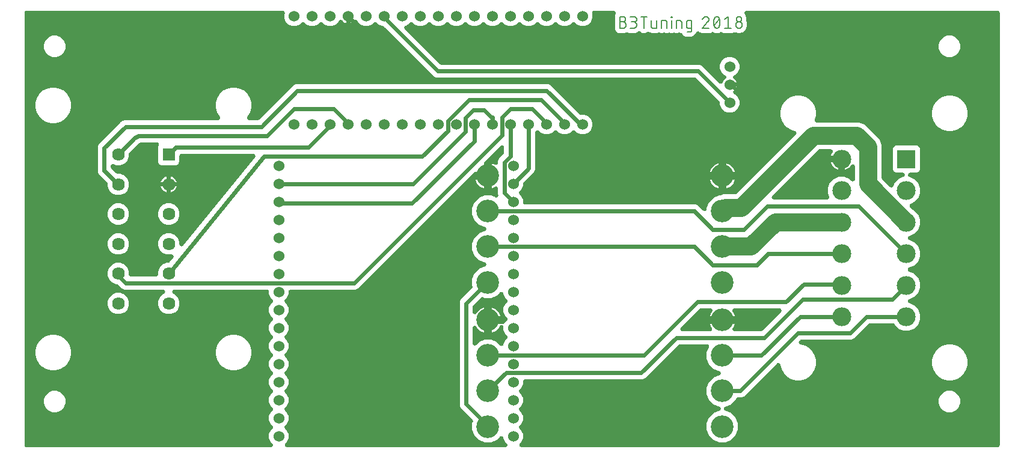
<source format=gbr>
G04 EAGLE Gerber X2 export*
%TF.Part,Single*%
%TF.FileFunction,Copper,L1,Top,Mixed*%
%TF.FilePolarity,Positive*%
%TF.GenerationSoftware,Autodesk,EAGLE,9.1.2*%
%TF.CreationDate,2018-08-08T23:14:36Z*%
G75*
%MOMM*%
%FSLAX34Y34*%
%LPD*%
%AMOC8*
5,1,8,0,0,1.08239X$1,22.5*%
G01*
%ADD10C,0.152400*%
%ADD11R,1.785000X1.785000*%
%ADD12C,1.785000*%
%ADD13C,2.655000*%
%ADD14R,2.655000X2.655000*%
%ADD15C,1.530000*%
%ADD16C,3.196000*%
%ADD17C,1.524000*%
%ADD18C,0.609600*%
%ADD19C,2.540000*%

G36*
X344280Y35564D02*
X344280Y35564D01*
X344318Y35562D01*
X344526Y35584D01*
X344733Y35601D01*
X344770Y35610D01*
X344808Y35614D01*
X345010Y35669D01*
X345212Y35719D01*
X345247Y35734D01*
X345284Y35745D01*
X345474Y35832D01*
X345666Y35914D01*
X345698Y35934D01*
X345732Y35950D01*
X345906Y36067D01*
X346082Y36179D01*
X346110Y36204D01*
X346142Y36226D01*
X346294Y36369D01*
X346450Y36508D01*
X346474Y36537D01*
X346501Y36563D01*
X346629Y36730D01*
X346760Y36892D01*
X346778Y36924D01*
X346802Y36955D01*
X346901Y37139D01*
X347004Y37320D01*
X347017Y37356D01*
X347035Y37390D01*
X347102Y37587D01*
X347175Y37783D01*
X347182Y37820D01*
X347195Y37856D01*
X347230Y38063D01*
X347270Y38267D01*
X347271Y38305D01*
X347277Y38343D01*
X347279Y38552D01*
X347285Y38760D01*
X347280Y38798D01*
X347280Y38836D01*
X347248Y39043D01*
X347221Y39249D01*
X347210Y39286D01*
X347204Y39323D01*
X347139Y39522D01*
X347078Y39721D01*
X347061Y39756D01*
X347050Y39792D01*
X346953Y39977D01*
X346861Y40165D01*
X346839Y40196D01*
X346822Y40230D01*
X346764Y40302D01*
X346576Y40567D01*
X346455Y40689D01*
X346396Y40763D01*
X344046Y43113D01*
X341953Y48166D01*
X341953Y53634D01*
X344046Y58687D01*
X346804Y61445D01*
X346854Y61503D01*
X346909Y61555D01*
X347013Y61691D01*
X347124Y61821D01*
X347163Y61887D01*
X347210Y61947D01*
X347290Y62097D01*
X347378Y62244D01*
X347407Y62314D01*
X347443Y62382D01*
X347498Y62543D01*
X347562Y62702D01*
X347578Y62776D01*
X347603Y62848D01*
X347631Y63017D01*
X347668Y63183D01*
X347673Y63260D01*
X347685Y63335D01*
X347686Y63506D01*
X347696Y63676D01*
X347688Y63752D01*
X347688Y63828D01*
X347662Y63997D01*
X347644Y64167D01*
X347624Y64240D01*
X347612Y64315D01*
X347558Y64478D01*
X347513Y64642D01*
X347481Y64712D01*
X347458Y64784D01*
X347379Y64936D01*
X347307Y65091D01*
X347265Y65154D01*
X347230Y65222D01*
X347164Y65304D01*
X347032Y65500D01*
X346870Y65672D01*
X346804Y65755D01*
X344046Y68513D01*
X341953Y73566D01*
X341953Y79034D01*
X344046Y84087D01*
X346804Y86845D01*
X346854Y86903D01*
X346909Y86955D01*
X347013Y87091D01*
X347124Y87221D01*
X347163Y87287D01*
X347210Y87347D01*
X347290Y87497D01*
X347378Y87644D01*
X347407Y87714D01*
X347443Y87782D01*
X347498Y87943D01*
X347562Y88102D01*
X347578Y88176D01*
X347603Y88248D01*
X347631Y88417D01*
X347668Y88583D01*
X347673Y88660D01*
X347685Y88735D01*
X347686Y88906D01*
X347696Y89076D01*
X347688Y89152D01*
X347688Y89228D01*
X347662Y89397D01*
X347644Y89567D01*
X347624Y89640D01*
X347612Y89715D01*
X347558Y89878D01*
X347513Y90042D01*
X347481Y90112D01*
X347458Y90184D01*
X347379Y90336D01*
X347307Y90491D01*
X347265Y90554D01*
X347230Y90622D01*
X347164Y90704D01*
X347032Y90900D01*
X346870Y91072D01*
X346804Y91155D01*
X344046Y93913D01*
X341953Y98966D01*
X341953Y104434D01*
X344046Y109487D01*
X346804Y112245D01*
X346854Y112303D01*
X346909Y112355D01*
X347013Y112491D01*
X347124Y112621D01*
X347163Y112687D01*
X347210Y112747D01*
X347290Y112897D01*
X347378Y113044D01*
X347407Y113114D01*
X347443Y113182D01*
X347498Y113343D01*
X347562Y113502D01*
X347578Y113576D01*
X347603Y113648D01*
X347631Y113817D01*
X347668Y113983D01*
X347673Y114060D01*
X347685Y114135D01*
X347686Y114306D01*
X347696Y114476D01*
X347688Y114552D01*
X347688Y114628D01*
X347662Y114797D01*
X347644Y114967D01*
X347624Y115040D01*
X347612Y115115D01*
X347558Y115278D01*
X347513Y115442D01*
X347481Y115512D01*
X347458Y115584D01*
X347379Y115736D01*
X347307Y115891D01*
X347265Y115954D01*
X347230Y116022D01*
X347164Y116104D01*
X347032Y116300D01*
X346870Y116472D01*
X346804Y116555D01*
X344046Y119313D01*
X341953Y124366D01*
X341953Y129834D01*
X344046Y134887D01*
X346804Y137645D01*
X346854Y137703D01*
X346909Y137755D01*
X347013Y137891D01*
X347124Y138021D01*
X347163Y138087D01*
X347210Y138147D01*
X347290Y138297D01*
X347378Y138444D01*
X347407Y138514D01*
X347443Y138582D01*
X347498Y138743D01*
X347562Y138902D01*
X347578Y138976D01*
X347603Y139048D01*
X347631Y139217D01*
X347668Y139383D01*
X347673Y139460D01*
X347685Y139535D01*
X347686Y139706D01*
X347696Y139876D01*
X347688Y139952D01*
X347688Y140028D01*
X347662Y140197D01*
X347644Y140367D01*
X347624Y140440D01*
X347612Y140515D01*
X347558Y140678D01*
X347513Y140842D01*
X347481Y140912D01*
X347458Y140984D01*
X347379Y141136D01*
X347307Y141291D01*
X347265Y141354D01*
X347230Y141422D01*
X347164Y141504D01*
X347032Y141700D01*
X346870Y141872D01*
X346804Y141955D01*
X344046Y144713D01*
X341953Y149766D01*
X341953Y155234D01*
X344046Y160287D01*
X346804Y163045D01*
X346854Y163103D01*
X346909Y163155D01*
X347013Y163291D01*
X347124Y163421D01*
X347163Y163487D01*
X347210Y163547D01*
X347290Y163697D01*
X347378Y163844D01*
X347407Y163914D01*
X347443Y163982D01*
X347498Y164143D01*
X347562Y164302D01*
X347578Y164376D01*
X347603Y164448D01*
X347631Y164617D01*
X347668Y164783D01*
X347673Y164860D01*
X347685Y164935D01*
X347686Y165106D01*
X347696Y165276D01*
X347688Y165352D01*
X347688Y165428D01*
X347662Y165597D01*
X347644Y165767D01*
X347624Y165840D01*
X347612Y165915D01*
X347558Y166078D01*
X347513Y166242D01*
X347481Y166312D01*
X347458Y166384D01*
X347379Y166536D01*
X347307Y166691D01*
X347265Y166754D01*
X347230Y166822D01*
X347164Y166904D01*
X347032Y167100D01*
X346870Y167272D01*
X346804Y167355D01*
X344046Y170113D01*
X341953Y175166D01*
X341953Y180634D01*
X344046Y185687D01*
X346804Y188445D01*
X346854Y188503D01*
X346909Y188555D01*
X347013Y188691D01*
X347124Y188821D01*
X347163Y188887D01*
X347210Y188947D01*
X347290Y189097D01*
X347378Y189244D01*
X347407Y189314D01*
X347443Y189382D01*
X347498Y189543D01*
X347562Y189702D01*
X347578Y189776D01*
X347603Y189848D01*
X347631Y190017D01*
X347668Y190183D01*
X347673Y190260D01*
X347685Y190335D01*
X347686Y190506D01*
X347696Y190676D01*
X347688Y190752D01*
X347688Y190828D01*
X347662Y190997D01*
X347644Y191167D01*
X347624Y191240D01*
X347612Y191315D01*
X347558Y191478D01*
X347513Y191642D01*
X347481Y191712D01*
X347458Y191784D01*
X347379Y191936D01*
X347307Y192091D01*
X347265Y192154D01*
X347230Y192222D01*
X347164Y192304D01*
X347032Y192500D01*
X346870Y192672D01*
X346804Y192755D01*
X344046Y195513D01*
X341953Y200566D01*
X341953Y206034D01*
X344046Y211087D01*
X346804Y213845D01*
X346854Y213903D01*
X346909Y213955D01*
X347013Y214091D01*
X347124Y214221D01*
X347163Y214287D01*
X347210Y214347D01*
X347290Y214497D01*
X347378Y214644D01*
X347407Y214714D01*
X347443Y214782D01*
X347498Y214943D01*
X347562Y215102D01*
X347578Y215176D01*
X347603Y215248D01*
X347631Y215417D01*
X347668Y215583D01*
X347673Y215660D01*
X347685Y215735D01*
X347686Y215906D01*
X347696Y216076D01*
X347688Y216152D01*
X347688Y216228D01*
X347662Y216397D01*
X347644Y216567D01*
X347624Y216640D01*
X347612Y216715D01*
X347558Y216878D01*
X347513Y217042D01*
X347481Y217112D01*
X347458Y217184D01*
X347379Y217336D01*
X347307Y217491D01*
X347265Y217554D01*
X347230Y217622D01*
X347164Y217704D01*
X347032Y217900D01*
X346870Y218072D01*
X346804Y218155D01*
X344046Y220913D01*
X341953Y225966D01*
X341953Y231434D01*
X344046Y236487D01*
X346804Y239245D01*
X346854Y239303D01*
X346909Y239355D01*
X347013Y239491D01*
X347124Y239621D01*
X347163Y239687D01*
X347210Y239747D01*
X347290Y239897D01*
X347378Y240044D01*
X347407Y240114D01*
X347443Y240182D01*
X347498Y240343D01*
X347562Y240502D01*
X347578Y240576D01*
X347603Y240648D01*
X347631Y240817D01*
X347668Y240983D01*
X347673Y241060D01*
X347685Y241135D01*
X347686Y241306D01*
X347696Y241476D01*
X347688Y241552D01*
X347688Y241628D01*
X347662Y241797D01*
X347644Y241967D01*
X347624Y242040D01*
X347612Y242115D01*
X347558Y242278D01*
X347513Y242442D01*
X347481Y242512D01*
X347458Y242584D01*
X347379Y242736D01*
X347307Y242891D01*
X347265Y242954D01*
X347230Y243022D01*
X347164Y243104D01*
X347032Y243300D01*
X346870Y243472D01*
X346804Y243555D01*
X344046Y246313D01*
X341953Y251366D01*
X341953Y254361D01*
X341947Y254437D01*
X341949Y254513D01*
X341927Y254682D01*
X341913Y254853D01*
X341895Y254927D01*
X341885Y255002D01*
X341836Y255166D01*
X341795Y255332D01*
X341765Y255401D01*
X341743Y255475D01*
X341667Y255628D01*
X341600Y255785D01*
X341559Y255849D01*
X341526Y255918D01*
X341427Y256057D01*
X341335Y256201D01*
X341284Y256258D01*
X341240Y256320D01*
X341120Y256441D01*
X341006Y256569D01*
X340947Y256617D01*
X340893Y256671D01*
X340755Y256772D01*
X340622Y256879D01*
X340556Y256916D01*
X340495Y256961D01*
X340342Y257038D01*
X340194Y257123D01*
X340122Y257149D01*
X340054Y257184D01*
X339891Y257235D01*
X339731Y257294D01*
X339656Y257309D01*
X339584Y257332D01*
X339479Y257344D01*
X339247Y257389D01*
X339011Y257396D01*
X338906Y257408D01*
X208730Y257408D01*
X208588Y257397D01*
X208445Y257395D01*
X208342Y257377D01*
X208238Y257368D01*
X208100Y257334D01*
X207959Y257309D01*
X207861Y257275D01*
X207759Y257250D01*
X207628Y257193D01*
X207494Y257146D01*
X207402Y257096D01*
X207306Y257055D01*
X207186Y256979D01*
X207060Y256910D01*
X206978Y256846D01*
X206890Y256790D01*
X206784Y256695D01*
X206671Y256608D01*
X206600Y256531D01*
X206522Y256461D01*
X206432Y256350D01*
X206335Y256246D01*
X206277Y256159D01*
X206212Y256077D01*
X206141Y255954D01*
X206063Y255835D01*
X206019Y255739D01*
X205968Y255649D01*
X205918Y255515D01*
X205860Y255385D01*
X205833Y255284D01*
X205796Y255186D01*
X205769Y255046D01*
X205732Y254909D01*
X205722Y254805D01*
X205702Y254702D01*
X205697Y254560D01*
X205683Y254418D01*
X205689Y254313D01*
X205686Y254209D01*
X205705Y254068D01*
X205714Y253925D01*
X205737Y253824D01*
X205751Y253720D01*
X205792Y253583D01*
X205824Y253444D01*
X205863Y253348D01*
X205893Y253248D01*
X205956Y253119D01*
X206010Y252987D01*
X206064Y252898D01*
X206110Y252804D01*
X206192Y252688D01*
X206267Y252567D01*
X206335Y252487D01*
X206395Y252402D01*
X206496Y252301D01*
X206589Y252193D01*
X206669Y252125D01*
X206742Y252051D01*
X206857Y251967D01*
X206967Y251876D01*
X207035Y251838D01*
X207141Y251761D01*
X207528Y251565D01*
X207564Y251546D01*
X209159Y250885D01*
X213385Y246659D01*
X215672Y241138D01*
X215672Y235162D01*
X213385Y229641D01*
X209159Y225415D01*
X203638Y223128D01*
X197662Y223128D01*
X192141Y225415D01*
X187915Y229641D01*
X185628Y235162D01*
X185628Y241138D01*
X187915Y246659D01*
X192141Y250885D01*
X193736Y251546D01*
X193864Y251611D01*
X193994Y251667D01*
X194082Y251723D01*
X194175Y251771D01*
X194290Y251856D01*
X194410Y251932D01*
X194488Y252002D01*
X194572Y252064D01*
X194672Y252166D01*
X194778Y252261D01*
X194844Y252342D01*
X194917Y252417D01*
X194999Y252534D01*
X195088Y252645D01*
X195140Y252735D01*
X195200Y252821D01*
X195262Y252949D01*
X195332Y253073D01*
X195369Y253171D01*
X195414Y253266D01*
X195454Y253402D01*
X195504Y253536D01*
X195524Y253638D01*
X195553Y253739D01*
X195571Y253880D01*
X195598Y254020D01*
X195602Y254124D01*
X195615Y254228D01*
X195609Y254371D01*
X195614Y254513D01*
X195600Y254617D01*
X195596Y254721D01*
X195568Y254861D01*
X195549Y255002D01*
X195519Y255102D01*
X195498Y255205D01*
X195448Y255338D01*
X195407Y255475D01*
X195361Y255568D01*
X195324Y255666D01*
X195253Y255790D01*
X195190Y255918D01*
X195130Y256003D01*
X195077Y256093D01*
X194987Y256204D01*
X194905Y256320D01*
X194831Y256394D01*
X194765Y256475D01*
X194658Y256570D01*
X194558Y256671D01*
X194473Y256732D01*
X194395Y256802D01*
X194274Y256877D01*
X194159Y256961D01*
X194066Y257008D01*
X193977Y257064D01*
X193846Y257119D01*
X193719Y257184D01*
X193619Y257215D01*
X193523Y257256D01*
X193384Y257289D01*
X193248Y257332D01*
X193170Y257341D01*
X193043Y257371D01*
X192610Y257404D01*
X192570Y257408D01*
X138240Y257408D01*
X134879Y258800D01*
X129544Y264136D01*
X129457Y264210D01*
X129377Y264291D01*
X129269Y264369D01*
X129168Y264455D01*
X129070Y264514D01*
X128978Y264581D01*
X128860Y264641D01*
X128745Y264710D01*
X128639Y264752D01*
X128537Y264804D01*
X128411Y264844D01*
X128287Y264893D01*
X128176Y264918D01*
X128067Y264952D01*
X127973Y264962D01*
X127806Y265000D01*
X127481Y265018D01*
X127389Y265028D01*
X126562Y265028D01*
X121041Y267315D01*
X116815Y271541D01*
X114528Y277062D01*
X114528Y283038D01*
X116815Y288559D01*
X121041Y292785D01*
X126562Y295072D01*
X132538Y295072D01*
X138059Y292785D01*
X142285Y288559D01*
X144572Y283038D01*
X144572Y278745D01*
X144578Y278669D01*
X144576Y278593D01*
X144598Y278424D01*
X144612Y278253D01*
X144630Y278179D01*
X144640Y278104D01*
X144689Y277940D01*
X144730Y277774D01*
X144760Y277705D01*
X144782Y277631D01*
X144858Y277478D01*
X144925Y277321D01*
X144966Y277257D01*
X144999Y277188D01*
X145098Y277049D01*
X145190Y276905D01*
X145241Y276848D01*
X145285Y276786D01*
X145405Y276665D01*
X145519Y276537D01*
X145578Y276489D01*
X145632Y276435D01*
X145770Y276334D01*
X145903Y276227D01*
X145969Y276190D01*
X146030Y276145D01*
X146183Y276068D01*
X146331Y275983D01*
X146403Y275957D01*
X146471Y275922D01*
X146634Y275871D01*
X146794Y275812D01*
X146869Y275797D01*
X146941Y275774D01*
X147046Y275762D01*
X147278Y275717D01*
X147514Y275710D01*
X147619Y275698D01*
X182581Y275698D01*
X182657Y275704D01*
X182733Y275702D01*
X182902Y275724D01*
X183073Y275738D01*
X183147Y275756D01*
X183222Y275766D01*
X183386Y275815D01*
X183552Y275856D01*
X183621Y275886D01*
X183695Y275908D01*
X183848Y275984D01*
X184005Y276051D01*
X184069Y276092D01*
X184138Y276125D01*
X184277Y276224D01*
X184421Y276316D01*
X184478Y276367D01*
X184540Y276411D01*
X184661Y276531D01*
X184789Y276645D01*
X184837Y276704D01*
X184891Y276758D01*
X184992Y276896D01*
X185099Y277029D01*
X185136Y277095D01*
X185181Y277156D01*
X185258Y277309D01*
X185343Y277457D01*
X185369Y277529D01*
X185404Y277597D01*
X185455Y277760D01*
X185514Y277920D01*
X185529Y277995D01*
X185552Y278067D01*
X185564Y278172D01*
X185609Y278404D01*
X185616Y278640D01*
X185628Y278745D01*
X185628Y283038D01*
X187915Y288559D01*
X192141Y292785D01*
X197662Y295072D01*
X199643Y295072D01*
X199665Y295074D01*
X199688Y295072D01*
X199910Y295093D01*
X200134Y295112D01*
X200156Y295117D01*
X200179Y295119D01*
X200395Y295176D01*
X200613Y295230D01*
X200634Y295239D01*
X200656Y295245D01*
X200861Y295337D01*
X201067Y295425D01*
X201086Y295437D01*
X201106Y295446D01*
X201294Y295570D01*
X201483Y295690D01*
X201499Y295705D01*
X201518Y295717D01*
X201570Y295768D01*
X201851Y296019D01*
X201944Y296134D01*
X202005Y296195D01*
X206745Y302014D01*
X206879Y302208D01*
X207012Y302398D01*
X207018Y302410D01*
X207025Y302420D01*
X207124Y302630D01*
X207226Y302843D01*
X207230Y302855D01*
X207235Y302867D01*
X207299Y303091D01*
X207366Y303316D01*
X207367Y303329D01*
X207371Y303341D01*
X207398Y303573D01*
X207427Y303806D01*
X207426Y303818D01*
X207428Y303831D01*
X207417Y304065D01*
X207408Y304299D01*
X207406Y304311D01*
X207405Y304324D01*
X207357Y304553D01*
X207311Y304782D01*
X207306Y304794D01*
X207303Y304807D01*
X207219Y305025D01*
X207136Y305244D01*
X207130Y305255D01*
X207125Y305267D01*
X207006Y305469D01*
X206889Y305671D01*
X206881Y305681D01*
X206875Y305692D01*
X206726Y305871D01*
X206577Y306053D01*
X206567Y306061D01*
X206559Y306071D01*
X206382Y306224D01*
X206207Y306379D01*
X206196Y306386D01*
X206187Y306394D01*
X205987Y306517D01*
X205789Y306641D01*
X205777Y306646D01*
X205767Y306653D01*
X205551Y306742D01*
X205335Y306833D01*
X205322Y306836D01*
X205310Y306841D01*
X205083Y306894D01*
X204855Y306949D01*
X204842Y306950D01*
X204830Y306953D01*
X204598Y306968D01*
X204363Y306986D01*
X204350Y306984D01*
X204338Y306985D01*
X204107Y306963D01*
X203872Y306942D01*
X203861Y306939D01*
X203847Y306938D01*
X203809Y306928D01*
X197662Y306928D01*
X192141Y309215D01*
X187915Y313441D01*
X185628Y318962D01*
X185628Y324938D01*
X187915Y330459D01*
X192141Y334685D01*
X197662Y336972D01*
X203638Y336972D01*
X209159Y334685D01*
X213385Y330459D01*
X215672Y324938D01*
X215672Y321540D01*
X215687Y321348D01*
X215696Y321155D01*
X215707Y321102D01*
X215712Y321048D01*
X215758Y320861D01*
X215798Y320672D01*
X215817Y320622D01*
X215830Y320570D01*
X215907Y320392D01*
X215976Y320212D01*
X216004Y320166D01*
X216025Y320116D01*
X216129Y319953D01*
X216227Y319787D01*
X216261Y319745D01*
X216290Y319700D01*
X216418Y319556D01*
X216542Y319408D01*
X216583Y319372D01*
X216619Y319332D01*
X216769Y319211D01*
X216915Y319084D01*
X216961Y319056D01*
X217003Y319022D01*
X217170Y318927D01*
X217335Y318825D01*
X217385Y318805D01*
X217431Y318778D01*
X217612Y318711D01*
X217791Y318638D01*
X217843Y318625D01*
X217894Y318607D01*
X218083Y318570D01*
X218272Y318526D01*
X218325Y318522D01*
X218378Y318512D01*
X218571Y318506D01*
X218764Y318493D01*
X218817Y318498D01*
X218871Y318497D01*
X219063Y318522D01*
X219255Y318540D01*
X219307Y318554D01*
X219360Y318561D01*
X219545Y318617D01*
X219732Y318666D01*
X219781Y318688D01*
X219832Y318704D01*
X220006Y318788D01*
X220182Y318867D01*
X220227Y318897D01*
X220276Y318920D01*
X220433Y319032D01*
X220595Y319138D01*
X220625Y319169D01*
X220678Y319206D01*
X221029Y319553D01*
X221058Y319592D01*
X221082Y319616D01*
X322034Y443562D01*
X322108Y443669D01*
X322189Y443770D01*
X322247Y443871D01*
X322314Y443968D01*
X322369Y444086D01*
X322433Y444198D01*
X322474Y444308D01*
X322524Y444414D01*
X322560Y444539D01*
X322605Y444661D01*
X322627Y444776D01*
X322660Y444889D01*
X322675Y445018D01*
X322700Y445145D01*
X322703Y445262D01*
X322717Y445379D01*
X322711Y445509D01*
X322715Y445638D01*
X322700Y445754D01*
X322694Y445872D01*
X322668Y445999D01*
X322651Y446127D01*
X322617Y446240D01*
X322592Y446354D01*
X322546Y446475D01*
X322508Y446600D01*
X322456Y446705D01*
X322414Y446814D01*
X322348Y446926D01*
X322291Y447043D01*
X322223Y447138D01*
X322164Y447239D01*
X322081Y447339D01*
X322006Y447445D01*
X321923Y447528D01*
X321848Y447619D01*
X321750Y447704D01*
X321659Y447796D01*
X321564Y447865D01*
X321476Y447942D01*
X321365Y448010D01*
X321260Y448086D01*
X321156Y448139D01*
X321056Y448201D01*
X320936Y448250D01*
X320820Y448309D01*
X320708Y448344D01*
X320600Y448389D01*
X320473Y448418D01*
X320349Y448457D01*
X320264Y448467D01*
X320119Y448500D01*
X319743Y448525D01*
X319672Y448533D01*
X218719Y448533D01*
X218643Y448527D01*
X218567Y448529D01*
X218398Y448507D01*
X218227Y448493D01*
X218153Y448475D01*
X218078Y448465D01*
X217914Y448416D01*
X217748Y448375D01*
X217679Y448345D01*
X217605Y448323D01*
X217452Y448247D01*
X217295Y448180D01*
X217231Y448139D01*
X217162Y448106D01*
X217023Y448007D01*
X216879Y447915D01*
X216822Y447864D01*
X216760Y447820D01*
X216639Y447700D01*
X216511Y447586D01*
X216463Y447527D01*
X216409Y447473D01*
X216308Y447335D01*
X216201Y447202D01*
X216164Y447136D01*
X216119Y447075D01*
X216042Y446922D01*
X215957Y446774D01*
X215931Y446702D01*
X215896Y446634D01*
X215845Y446471D01*
X215786Y446311D01*
X215771Y446236D01*
X215748Y446164D01*
X215736Y446059D01*
X215691Y445827D01*
X215684Y445591D01*
X215672Y445486D01*
X215672Y437512D01*
X214744Y435271D01*
X213029Y433556D01*
X210788Y432628D01*
X190512Y432628D01*
X188271Y433556D01*
X186556Y435271D01*
X185628Y437512D01*
X185628Y457788D01*
X186745Y460484D01*
X186800Y460655D01*
X186863Y460825D01*
X186876Y460890D01*
X186896Y460953D01*
X186923Y461132D01*
X186958Y461309D01*
X186960Y461375D01*
X186970Y461441D01*
X186968Y461622D01*
X186973Y461802D01*
X186965Y461868D01*
X186964Y461935D01*
X186932Y462112D01*
X186909Y462291D01*
X186890Y462355D01*
X186878Y462420D01*
X186818Y462591D01*
X186766Y462764D01*
X186737Y462823D01*
X186715Y462886D01*
X186629Y463044D01*
X186549Y463207D01*
X186511Y463261D01*
X186479Y463319D01*
X186368Y463462D01*
X186264Y463609D01*
X186217Y463656D01*
X186176Y463709D01*
X186044Y463832D01*
X185917Y463960D01*
X185863Y463999D01*
X185815Y464044D01*
X185664Y464144D01*
X185518Y464250D01*
X185459Y464280D01*
X185404Y464317D01*
X185239Y464391D01*
X185078Y464473D01*
X185015Y464493D01*
X184954Y464520D01*
X184780Y464567D01*
X184608Y464621D01*
X184555Y464627D01*
X184477Y464648D01*
X183987Y464697D01*
X183953Y464695D01*
X183930Y464697D01*
X161503Y464697D01*
X161268Y464678D01*
X161033Y464661D01*
X161023Y464658D01*
X161012Y464657D01*
X160784Y464601D01*
X160554Y464545D01*
X160545Y464542D01*
X160533Y464539D01*
X160079Y464344D01*
X159993Y464289D01*
X159933Y464262D01*
X158150Y463190D01*
X158126Y463172D01*
X158099Y463158D01*
X158032Y463105D01*
X157749Y462902D01*
X157636Y462789D01*
X157565Y462733D01*
X145464Y450632D01*
X145390Y450545D01*
X145309Y450464D01*
X145231Y450357D01*
X145145Y450256D01*
X145086Y450158D01*
X145019Y450066D01*
X144959Y449947D01*
X144890Y449833D01*
X144848Y449727D01*
X144796Y449625D01*
X144756Y449498D01*
X144707Y449375D01*
X144682Y449264D01*
X144648Y449155D01*
X144638Y449061D01*
X144600Y448893D01*
X144582Y448569D01*
X144572Y448477D01*
X144572Y444662D01*
X142285Y439141D01*
X138059Y434915D01*
X132538Y432628D01*
X126562Y432628D01*
X123358Y433955D01*
X123186Y434011D01*
X123017Y434073D01*
X122952Y434086D01*
X122889Y434107D01*
X122710Y434134D01*
X122533Y434168D01*
X122467Y434170D01*
X122401Y434180D01*
X122220Y434178D01*
X122040Y434184D01*
X121974Y434175D01*
X121907Y434174D01*
X121730Y434143D01*
X121551Y434119D01*
X121487Y434100D01*
X121422Y434088D01*
X121252Y434029D01*
X121078Y433977D01*
X121019Y433947D01*
X120956Y433925D01*
X120797Y433839D01*
X120635Y433760D01*
X120581Y433721D01*
X120523Y433689D01*
X120380Y433578D01*
X120233Y433474D01*
X120186Y433428D01*
X120133Y433387D01*
X120010Y433254D01*
X119882Y433128D01*
X119843Y433074D01*
X119798Y433025D01*
X119698Y432875D01*
X119592Y432729D01*
X119562Y432669D01*
X119525Y432614D01*
X119451Y432449D01*
X119369Y432288D01*
X119349Y432225D01*
X119322Y432164D01*
X119275Y431990D01*
X119221Y431818D01*
X119215Y431765D01*
X119194Y431688D01*
X119145Y431197D01*
X119147Y431163D01*
X119145Y431140D01*
X119145Y430350D01*
X119154Y430236D01*
X119153Y430122D01*
X119174Y429991D01*
X119185Y429858D01*
X119212Y429748D01*
X119230Y429635D01*
X119271Y429509D01*
X119303Y429380D01*
X119348Y429275D01*
X119384Y429166D01*
X119446Y429048D01*
X119498Y428926D01*
X119559Y428830D01*
X119612Y428729D01*
X119671Y428655D01*
X119763Y428510D01*
X119979Y428268D01*
X120037Y428195D01*
X126568Y421664D01*
X126655Y421590D01*
X126736Y421509D01*
X126843Y421431D01*
X126944Y421345D01*
X127042Y421286D01*
X127134Y421219D01*
X127253Y421159D01*
X127367Y421090D01*
X127473Y421048D01*
X127575Y420996D01*
X127702Y420956D01*
X127825Y420907D01*
X127936Y420882D01*
X128045Y420848D01*
X128139Y420838D01*
X128307Y420800D01*
X128631Y420782D01*
X128723Y420772D01*
X132538Y420772D01*
X138059Y418485D01*
X142285Y414259D01*
X144572Y408738D01*
X144572Y402762D01*
X142285Y397241D01*
X138059Y393015D01*
X132538Y390728D01*
X126562Y390728D01*
X121041Y393015D01*
X116815Y397241D01*
X114528Y402762D01*
X114528Y406577D01*
X114519Y406691D01*
X114520Y406805D01*
X114499Y406936D01*
X114488Y407069D01*
X114461Y407179D01*
X114443Y407292D01*
X114402Y407419D01*
X114370Y407547D01*
X114325Y407652D01*
X114289Y407761D01*
X114227Y407879D01*
X114175Y408001D01*
X114114Y408097D01*
X114061Y408198D01*
X114002Y408272D01*
X113910Y408417D01*
X113694Y408659D01*
X113636Y408732D01*
X105249Y417119D01*
X105248Y417119D01*
X102247Y420120D01*
X100855Y423481D01*
X100855Y459007D01*
X102247Y462368D01*
X131923Y492043D01*
X132171Y492335D01*
X132218Y492386D01*
X132760Y493119D01*
X133037Y493285D01*
X133062Y493303D01*
X133089Y493317D01*
X133155Y493370D01*
X133438Y493573D01*
X133552Y493686D01*
X133622Y493742D01*
X133851Y493971D01*
X134175Y494105D01*
X134184Y494110D01*
X134193Y494113D01*
X134402Y494221D01*
X134614Y494330D01*
X134622Y494336D01*
X134630Y494340D01*
X134662Y494366D01*
X135011Y494623D01*
X135102Y494717D01*
X135142Y494748D01*
X135991Y495100D01*
X136333Y495276D01*
X136395Y495304D01*
X137177Y495774D01*
X137497Y495822D01*
X137526Y495829D01*
X137556Y495831D01*
X137638Y495855D01*
X137977Y495934D01*
X138125Y495995D01*
X138212Y496020D01*
X138510Y496144D01*
X139422Y496144D01*
X139805Y496175D01*
X139873Y496177D01*
X140775Y496312D01*
X141089Y496234D01*
X141118Y496229D01*
X141147Y496220D01*
X141231Y496211D01*
X141575Y496154D01*
X141735Y496154D01*
X141825Y496144D01*
X270088Y496144D01*
X270126Y496147D01*
X270164Y496145D01*
X270372Y496167D01*
X270579Y496184D01*
X270616Y496193D01*
X270654Y496197D01*
X270856Y496252D01*
X271058Y496302D01*
X271093Y496317D01*
X271130Y496328D01*
X271320Y496415D01*
X271512Y496497D01*
X271544Y496517D01*
X271578Y496533D01*
X271752Y496650D01*
X271928Y496762D01*
X271956Y496787D01*
X271988Y496809D01*
X272140Y496952D01*
X272295Y497091D01*
X272319Y497120D01*
X272347Y497147D01*
X272475Y497313D01*
X272605Y497475D01*
X272624Y497508D01*
X272648Y497538D01*
X272746Y497722D01*
X272849Y497903D01*
X272863Y497939D01*
X272881Y497973D01*
X272948Y498170D01*
X273021Y498366D01*
X273028Y498403D01*
X273041Y498439D01*
X273076Y498645D01*
X273116Y498850D01*
X273117Y498888D01*
X273123Y498926D01*
X273125Y499135D01*
X273131Y499343D01*
X273126Y499381D01*
X273126Y499419D01*
X273094Y499625D01*
X273067Y499832D01*
X273056Y499869D01*
X273050Y499906D01*
X272985Y500104D01*
X272924Y500304D01*
X272907Y500339D01*
X272895Y500375D01*
X272799Y500560D01*
X272707Y500748D01*
X272685Y500779D01*
X272668Y500813D01*
X272610Y500885D01*
X272422Y501150D01*
X272301Y501272D01*
X272242Y501346D01*
X272006Y501582D01*
X268700Y507308D01*
X266989Y513694D01*
X266989Y520306D01*
X268700Y526692D01*
X272006Y532418D01*
X276682Y537094D01*
X282408Y540400D01*
X288794Y542111D01*
X295406Y542111D01*
X301792Y540400D01*
X307518Y537094D01*
X312194Y532418D01*
X315500Y526692D01*
X317211Y520306D01*
X317211Y513694D01*
X315500Y507308D01*
X312194Y501582D01*
X311958Y501346D01*
X311933Y501317D01*
X311905Y501291D01*
X311773Y501129D01*
X311638Y500970D01*
X311619Y500937D01*
X311595Y500907D01*
X311491Y500726D01*
X311384Y500547D01*
X311369Y500512D01*
X311351Y500479D01*
X311278Y500283D01*
X311200Y500089D01*
X311192Y500052D01*
X311179Y500016D01*
X311139Y499811D01*
X311094Y499608D01*
X311092Y499569D01*
X311084Y499532D01*
X311078Y499323D01*
X311066Y499115D01*
X311070Y499077D01*
X311069Y499039D01*
X311096Y498832D01*
X311118Y498624D01*
X311128Y498588D01*
X311133Y498550D01*
X311194Y498350D01*
X311249Y498149D01*
X311265Y498114D01*
X311276Y498077D01*
X311368Y497890D01*
X311455Y497700D01*
X311476Y497669D01*
X311493Y497634D01*
X311613Y497464D01*
X311730Y497291D01*
X311756Y497263D01*
X311778Y497232D01*
X311925Y497084D01*
X312068Y496931D01*
X312098Y496908D01*
X312125Y496881D01*
X312294Y496758D01*
X312459Y496631D01*
X312493Y496613D01*
X312524Y496591D01*
X312710Y496497D01*
X312894Y496398D01*
X312930Y496386D01*
X312964Y496368D01*
X313163Y496306D01*
X313361Y496238D01*
X313398Y496232D01*
X313435Y496220D01*
X313527Y496210D01*
X313847Y496155D01*
X314019Y496154D01*
X314112Y496144D01*
X326288Y496144D01*
X326402Y496153D01*
X326516Y496152D01*
X326647Y496173D01*
X326780Y496184D01*
X326891Y496211D01*
X327003Y496229D01*
X327130Y496270D01*
X327259Y496302D01*
X327363Y496347D01*
X327472Y496383D01*
X327590Y496445D01*
X327712Y496497D01*
X327808Y496558D01*
X327910Y496611D01*
X327983Y496670D01*
X328128Y496762D01*
X328370Y496978D01*
X328443Y497036D01*
X376521Y545115D01*
X379882Y546507D01*
X734942Y546507D01*
X738303Y545115D01*
X778878Y504539D01*
X778965Y504465D01*
X779045Y504384D01*
X779153Y504306D01*
X779254Y504220D01*
X779352Y504161D01*
X779444Y504094D01*
X779562Y504034D01*
X779676Y503965D01*
X779783Y503923D01*
X779884Y503871D01*
X780011Y503831D01*
X780135Y503782D01*
X780246Y503757D01*
X780355Y503723D01*
X780448Y503713D01*
X780616Y503675D01*
X780940Y503657D01*
X781033Y503647D01*
X786434Y503647D01*
X791487Y501554D01*
X795354Y497687D01*
X797447Y492634D01*
X797447Y487166D01*
X795354Y482113D01*
X791487Y478246D01*
X786434Y476153D01*
X780966Y476153D01*
X775913Y478246D01*
X773155Y481004D01*
X773097Y481054D01*
X773044Y481109D01*
X772909Y481213D01*
X772779Y481324D01*
X772714Y481363D01*
X772653Y481410D01*
X772503Y481490D01*
X772356Y481579D01*
X772285Y481607D01*
X772218Y481643D01*
X772057Y481698D01*
X771898Y481762D01*
X771824Y481778D01*
X771752Y481803D01*
X771583Y481831D01*
X771416Y481868D01*
X771340Y481873D01*
X771265Y481885D01*
X771094Y481886D01*
X770924Y481896D01*
X770848Y481888D01*
X770772Y481888D01*
X770603Y481862D01*
X770433Y481844D01*
X770360Y481824D01*
X770285Y481812D01*
X770122Y481758D01*
X769958Y481713D01*
X769888Y481681D01*
X769816Y481658D01*
X769665Y481579D01*
X769509Y481507D01*
X769446Y481465D01*
X769378Y481430D01*
X769296Y481364D01*
X769100Y481232D01*
X768928Y481070D01*
X768845Y481004D01*
X766087Y478246D01*
X761034Y476153D01*
X755566Y476153D01*
X750513Y478246D01*
X747755Y481004D01*
X747697Y481054D01*
X747644Y481109D01*
X747509Y481213D01*
X747379Y481324D01*
X747314Y481363D01*
X747253Y481410D01*
X747103Y481490D01*
X746956Y481579D01*
X746885Y481607D01*
X746818Y481643D01*
X746657Y481698D01*
X746498Y481762D01*
X746424Y481778D01*
X746352Y481803D01*
X746183Y481831D01*
X746016Y481868D01*
X745940Y481873D01*
X745865Y481885D01*
X745694Y481886D01*
X745524Y481896D01*
X745448Y481888D01*
X745372Y481888D01*
X745203Y481862D01*
X745033Y481844D01*
X744960Y481824D01*
X744885Y481812D01*
X744722Y481758D01*
X744558Y481713D01*
X744488Y481681D01*
X744416Y481658D01*
X744265Y481579D01*
X744109Y481507D01*
X744046Y481465D01*
X743978Y481430D01*
X743896Y481364D01*
X743700Y481232D01*
X743528Y481070D01*
X743445Y481004D01*
X740687Y478246D01*
X735634Y476153D01*
X730166Y476153D01*
X725113Y478246D01*
X722355Y481004D01*
X722297Y481054D01*
X722244Y481109D01*
X722109Y481213D01*
X721979Y481324D01*
X721914Y481363D01*
X721853Y481410D01*
X721703Y481490D01*
X721556Y481579D01*
X721485Y481607D01*
X721418Y481643D01*
X721257Y481698D01*
X721098Y481762D01*
X721024Y481778D01*
X720952Y481803D01*
X720783Y481831D01*
X720616Y481868D01*
X720540Y481873D01*
X720465Y481885D01*
X720295Y481886D01*
X720124Y481896D01*
X720048Y481888D01*
X719972Y481888D01*
X719803Y481862D01*
X719633Y481844D01*
X719560Y481824D01*
X719485Y481812D01*
X719322Y481758D01*
X719158Y481713D01*
X719088Y481681D01*
X719016Y481658D01*
X718864Y481579D01*
X718709Y481507D01*
X718646Y481465D01*
X718578Y481430D01*
X718496Y481364D01*
X718300Y481232D01*
X718128Y481070D01*
X718045Y481004D01*
X717537Y480496D01*
X717463Y480409D01*
X717382Y480329D01*
X717304Y480222D01*
X717218Y480120D01*
X717159Y480023D01*
X717092Y479930D01*
X717032Y479812D01*
X716963Y479698D01*
X716921Y479592D01*
X716869Y479490D01*
X716829Y479363D01*
X716780Y479240D01*
X716755Y479128D01*
X716721Y479019D01*
X716711Y478926D01*
X716673Y478758D01*
X716655Y478434D01*
X716645Y478342D01*
X716645Y426281D01*
X715253Y422920D01*
X700539Y408207D01*
X700465Y408120D01*
X700384Y408039D01*
X700306Y407932D01*
X700220Y407831D01*
X700161Y407733D01*
X700094Y407641D01*
X700034Y407522D01*
X699965Y407408D01*
X699923Y407302D01*
X699871Y407200D01*
X699831Y407073D01*
X699782Y406950D01*
X699757Y406839D01*
X699723Y406730D01*
X699713Y406636D01*
X699675Y406468D01*
X699657Y406144D01*
X699647Y406052D01*
X699647Y403766D01*
X697554Y398713D01*
X694796Y395955D01*
X694746Y395897D01*
X694691Y395844D01*
X694587Y395709D01*
X694476Y395579D01*
X694437Y395514D01*
X694390Y395453D01*
X694310Y395303D01*
X694221Y395156D01*
X694193Y395085D01*
X694157Y395018D01*
X694102Y394857D01*
X694038Y394698D01*
X694022Y394624D01*
X693997Y394552D01*
X693969Y394383D01*
X693932Y394216D01*
X693927Y394140D01*
X693915Y394065D01*
X693914Y393894D01*
X693904Y393724D01*
X693912Y393648D01*
X693912Y393572D01*
X693938Y393403D01*
X693956Y393233D01*
X693976Y393160D01*
X693988Y393085D01*
X694042Y392922D01*
X694087Y392758D01*
X694119Y392688D01*
X694142Y392616D01*
X694221Y392465D01*
X694293Y392309D01*
X694335Y392246D01*
X694370Y392178D01*
X694436Y392096D01*
X694568Y391900D01*
X694730Y391728D01*
X694796Y391645D01*
X697554Y388887D01*
X699647Y383834D01*
X699647Y380114D01*
X699653Y380038D01*
X699651Y379962D01*
X699673Y379793D01*
X699687Y379622D01*
X699705Y379548D01*
X699715Y379473D01*
X699764Y379309D01*
X699805Y379143D01*
X699835Y379074D01*
X699857Y379000D01*
X699933Y378847D01*
X700000Y378690D01*
X700041Y378626D01*
X700074Y378557D01*
X700173Y378418D01*
X700265Y378274D01*
X700316Y378217D01*
X700360Y378155D01*
X700480Y378034D01*
X700594Y377906D01*
X700653Y377858D01*
X700707Y377804D01*
X700845Y377703D01*
X700978Y377596D01*
X701044Y377559D01*
X701105Y377514D01*
X701258Y377437D01*
X701406Y377352D01*
X701478Y377326D01*
X701546Y377291D01*
X701709Y377240D01*
X701869Y377181D01*
X701944Y377166D01*
X702016Y377143D01*
X702121Y377131D01*
X702353Y377086D01*
X702589Y377079D01*
X702694Y377067D01*
X942932Y377067D01*
X946293Y375675D01*
X953021Y368946D01*
X953050Y368922D01*
X953076Y368893D01*
X953238Y368762D01*
X953397Y368627D01*
X953430Y368607D01*
X953460Y368583D01*
X953641Y368480D01*
X953820Y368372D01*
X953855Y368358D01*
X953888Y368339D01*
X954084Y368267D01*
X954278Y368189D01*
X954315Y368181D01*
X954351Y368168D01*
X954556Y368128D01*
X954760Y368082D01*
X954798Y368080D01*
X954835Y368073D01*
X955043Y368067D01*
X955252Y368055D01*
X955290Y368059D01*
X955328Y368058D01*
X955535Y368085D01*
X955743Y368107D01*
X955779Y368117D01*
X955817Y368122D01*
X956017Y368182D01*
X956218Y368238D01*
X956253Y368254D01*
X956290Y368265D01*
X956477Y368356D01*
X956667Y368443D01*
X956699Y368465D01*
X956733Y368481D01*
X956902Y368602D01*
X957076Y368719D01*
X957104Y368745D01*
X957135Y368767D01*
X957283Y368913D01*
X957436Y369057D01*
X957459Y369087D01*
X957486Y369114D01*
X957609Y369282D01*
X957736Y369448D01*
X957754Y369482D01*
X957776Y369512D01*
X957870Y369698D01*
X957969Y369883D01*
X957982Y369919D01*
X957999Y369953D01*
X958061Y370152D01*
X958129Y370349D01*
X958135Y370387D01*
X958147Y370423D01*
X958157Y370516D01*
X958212Y370836D01*
X958213Y371008D01*
X958223Y371101D01*
X958223Y372191D01*
X961584Y380305D01*
X967795Y386516D01*
X975909Y389877D01*
X976803Y389877D01*
X976812Y389878D01*
X976822Y389877D01*
X977057Y389897D01*
X977294Y389917D01*
X977304Y389919D01*
X977313Y389920D01*
X977352Y389931D01*
X977773Y390035D01*
X977893Y390087D01*
X977969Y390109D01*
X981561Y391597D01*
X998176Y391597D01*
X998289Y391606D01*
X998404Y391605D01*
X998535Y391626D01*
X998667Y391637D01*
X998778Y391664D01*
X998891Y391682D01*
X999017Y391723D01*
X999146Y391755D01*
X999251Y391800D01*
X999360Y391836D01*
X999477Y391898D01*
X999600Y391950D01*
X999696Y392011D01*
X999797Y392064D01*
X999871Y392123D01*
X1000016Y392215D01*
X1000258Y392431D01*
X1000330Y392489D01*
X1083679Y475838D01*
X1083765Y475939D01*
X1083859Y476034D01*
X1083925Y476127D01*
X1083999Y476214D01*
X1084067Y476328D01*
X1084144Y476436D01*
X1084194Y476539D01*
X1084253Y476636D01*
X1084303Y476760D01*
X1084361Y476880D01*
X1084394Y476989D01*
X1084436Y477095D01*
X1084465Y477224D01*
X1084503Y477352D01*
X1084518Y477465D01*
X1084543Y477576D01*
X1084550Y477709D01*
X1084568Y477841D01*
X1084564Y477955D01*
X1084571Y478069D01*
X1084557Y478201D01*
X1084552Y478334D01*
X1084530Y478446D01*
X1084518Y478559D01*
X1084483Y478688D01*
X1084458Y478818D01*
X1084418Y478925D01*
X1084388Y479035D01*
X1084332Y479156D01*
X1084286Y479281D01*
X1084230Y479380D01*
X1084182Y479483D01*
X1084108Y479594D01*
X1084042Y479710D01*
X1083970Y479798D01*
X1083907Y479893D01*
X1083816Y479990D01*
X1083732Y480093D01*
X1083647Y480169D01*
X1083569Y480252D01*
X1083463Y480333D01*
X1083364Y480422D01*
X1083268Y480483D01*
X1083177Y480553D01*
X1083060Y480615D01*
X1082948Y480687D01*
X1082870Y480718D01*
X1082743Y480786D01*
X1082374Y480912D01*
X1082313Y480936D01*
X1077408Y482250D01*
X1071682Y485556D01*
X1067006Y490232D01*
X1063700Y495958D01*
X1061989Y502344D01*
X1061989Y508956D01*
X1063700Y515342D01*
X1067006Y521068D01*
X1071682Y525744D01*
X1077408Y529050D01*
X1083794Y530761D01*
X1090406Y530761D01*
X1096792Y529050D01*
X1102518Y525744D01*
X1107194Y521068D01*
X1110500Y515342D01*
X1112211Y508956D01*
X1112211Y502344D01*
X1110640Y496482D01*
X1110599Y496258D01*
X1110555Y496034D01*
X1110555Y496015D01*
X1110551Y495996D01*
X1110547Y495767D01*
X1110540Y495541D01*
X1110542Y495522D01*
X1110542Y495503D01*
X1110575Y495277D01*
X1110604Y495052D01*
X1110610Y495034D01*
X1110612Y495015D01*
X1110681Y494798D01*
X1110747Y494579D01*
X1110755Y494562D01*
X1110761Y494544D01*
X1110864Y494340D01*
X1110964Y494136D01*
X1110975Y494121D01*
X1110983Y494104D01*
X1111118Y493919D01*
X1111249Y493734D01*
X1111263Y493721D01*
X1111274Y493705D01*
X1111435Y493546D01*
X1111596Y493383D01*
X1111611Y493372D01*
X1111625Y493359D01*
X1111810Y493227D01*
X1111995Y493093D01*
X1112012Y493084D01*
X1112027Y493073D01*
X1112232Y492973D01*
X1112435Y492870D01*
X1112453Y492865D01*
X1112470Y492856D01*
X1112688Y492791D01*
X1112906Y492722D01*
X1112921Y492720D01*
X1112942Y492714D01*
X1113432Y492650D01*
X1113524Y492652D01*
X1113583Y492646D01*
X1173329Y492646D01*
X1180238Y489784D01*
X1201634Y468388D01*
X1204496Y461479D01*
X1204496Y415199D01*
X1204505Y415085D01*
X1204504Y414971D01*
X1204525Y414840D01*
X1204536Y414707D01*
X1204563Y414597D01*
X1204581Y414484D01*
X1204622Y414358D01*
X1204654Y414229D01*
X1204699Y414124D01*
X1204735Y414015D01*
X1204797Y413897D01*
X1204849Y413775D01*
X1204910Y413679D01*
X1204963Y413578D01*
X1205022Y413504D01*
X1205114Y413359D01*
X1205330Y413117D01*
X1205388Y413044D01*
X1216116Y402317D01*
X1216253Y402200D01*
X1216385Y402077D01*
X1216441Y402041D01*
X1216491Y401998D01*
X1216646Y401904D01*
X1216796Y401805D01*
X1216857Y401777D01*
X1216914Y401743D01*
X1217082Y401676D01*
X1217246Y401602D01*
X1217310Y401585D01*
X1217372Y401560D01*
X1217548Y401521D01*
X1217723Y401474D01*
X1217789Y401468D01*
X1217854Y401453D01*
X1218034Y401443D01*
X1218213Y401425D01*
X1218280Y401429D01*
X1218346Y401426D01*
X1218526Y401445D01*
X1218706Y401456D01*
X1218771Y401471D01*
X1218837Y401478D01*
X1219011Y401526D01*
X1219187Y401566D01*
X1219248Y401591D01*
X1219313Y401608D01*
X1219477Y401684D01*
X1219644Y401752D01*
X1219701Y401786D01*
X1219761Y401814D01*
X1219911Y401915D01*
X1220065Y402009D01*
X1220115Y402052D01*
X1220170Y402089D01*
X1220302Y402213D01*
X1220439Y402331D01*
X1220481Y402382D01*
X1220530Y402427D01*
X1220640Y402570D01*
X1220756Y402709D01*
X1220781Y402755D01*
X1220830Y402819D01*
X1221063Y403253D01*
X1221074Y403285D01*
X1221086Y403306D01*
X1222977Y407873D01*
X1228427Y413323D01*
X1235170Y416116D01*
X1235297Y416181D01*
X1235428Y416237D01*
X1235516Y416293D01*
X1235609Y416341D01*
X1235724Y416425D01*
X1235844Y416502D01*
X1235922Y416572D01*
X1236006Y416634D01*
X1236106Y416736D01*
X1236212Y416831D01*
X1236278Y416912D01*
X1236351Y416987D01*
X1236432Y417104D01*
X1236522Y417215D01*
X1236573Y417305D01*
X1236633Y417391D01*
X1236695Y417520D01*
X1236766Y417643D01*
X1236802Y417741D01*
X1236848Y417836D01*
X1236888Y417972D01*
X1236937Y418106D01*
X1236957Y418208D01*
X1236987Y418309D01*
X1237005Y418450D01*
X1237032Y418590D01*
X1237035Y418694D01*
X1237048Y418798D01*
X1237043Y418941D01*
X1237047Y419083D01*
X1237034Y419187D01*
X1237030Y419291D01*
X1237002Y419431D01*
X1236983Y419572D01*
X1236953Y419672D01*
X1236932Y419775D01*
X1236882Y419908D01*
X1236841Y420045D01*
X1236795Y420138D01*
X1236758Y420236D01*
X1236686Y420360D01*
X1236624Y420488D01*
X1236563Y420573D01*
X1236511Y420663D01*
X1236421Y420774D01*
X1236338Y420890D01*
X1236265Y420964D01*
X1236198Y421045D01*
X1236092Y421140D01*
X1235991Y421241D01*
X1235907Y421302D01*
X1235829Y421372D01*
X1235708Y421447D01*
X1235593Y421531D01*
X1235499Y421578D01*
X1235411Y421634D01*
X1235279Y421689D01*
X1235152Y421754D01*
X1235053Y421785D01*
X1234956Y421826D01*
X1234818Y421859D01*
X1234682Y421902D01*
X1234604Y421911D01*
X1234477Y421941D01*
X1234044Y421974D01*
X1234004Y421978D01*
X1224912Y421978D01*
X1222671Y422906D01*
X1220956Y424621D01*
X1220028Y426862D01*
X1220028Y455838D01*
X1220956Y458079D01*
X1222671Y459794D01*
X1224912Y460722D01*
X1253888Y460722D01*
X1256129Y459794D01*
X1257844Y458079D01*
X1258772Y455838D01*
X1258772Y426862D01*
X1257844Y424621D01*
X1256129Y422906D01*
X1253888Y421978D01*
X1244796Y421978D01*
X1244654Y421967D01*
X1244511Y421965D01*
X1244408Y421947D01*
X1244304Y421938D01*
X1244166Y421904D01*
X1244026Y421879D01*
X1243927Y421845D01*
X1243825Y421820D01*
X1243695Y421763D01*
X1243560Y421716D01*
X1243468Y421666D01*
X1243372Y421625D01*
X1243252Y421549D01*
X1243127Y421480D01*
X1243044Y421416D01*
X1242956Y421360D01*
X1242850Y421265D01*
X1242737Y421178D01*
X1242666Y421101D01*
X1242588Y421031D01*
X1242499Y420920D01*
X1242402Y420816D01*
X1242344Y420729D01*
X1242278Y420647D01*
X1242208Y420524D01*
X1242129Y420405D01*
X1242086Y420309D01*
X1242034Y420219D01*
X1241985Y420085D01*
X1241926Y419955D01*
X1241899Y419854D01*
X1241863Y419756D01*
X1241835Y419616D01*
X1241798Y419479D01*
X1241788Y419375D01*
X1241768Y419272D01*
X1241763Y419130D01*
X1241749Y418988D01*
X1241756Y418883D01*
X1241753Y418779D01*
X1241771Y418638D01*
X1241780Y418495D01*
X1241803Y418394D01*
X1241817Y418290D01*
X1241858Y418153D01*
X1241890Y418014D01*
X1241929Y417918D01*
X1241959Y417818D01*
X1242022Y417690D01*
X1242076Y417557D01*
X1242130Y417468D01*
X1242176Y417374D01*
X1242259Y417258D01*
X1242333Y417137D01*
X1242401Y417057D01*
X1242462Y416972D01*
X1242562Y416871D01*
X1242655Y416763D01*
X1242735Y416695D01*
X1242809Y416621D01*
X1242924Y416537D01*
X1243033Y416446D01*
X1243102Y416408D01*
X1243207Y416331D01*
X1243595Y416135D01*
X1243630Y416116D01*
X1250373Y413323D01*
X1255823Y407873D01*
X1258772Y400753D01*
X1258772Y393047D01*
X1255823Y385927D01*
X1250373Y380477D01*
X1245806Y378586D01*
X1245646Y378503D01*
X1245481Y378428D01*
X1245426Y378391D01*
X1245367Y378360D01*
X1245222Y378253D01*
X1245072Y378153D01*
X1245023Y378107D01*
X1244970Y378068D01*
X1244844Y377938D01*
X1244712Y377815D01*
X1244672Y377762D01*
X1244625Y377714D01*
X1244522Y377566D01*
X1244412Y377423D01*
X1244381Y377365D01*
X1244342Y377310D01*
X1244264Y377147D01*
X1244179Y376989D01*
X1244157Y376926D01*
X1244128Y376866D01*
X1244077Y376693D01*
X1244019Y376522D01*
X1244008Y376456D01*
X1243989Y376393D01*
X1243966Y376214D01*
X1243936Y376036D01*
X1243936Y375969D01*
X1243927Y375903D01*
X1243934Y375723D01*
X1243933Y375542D01*
X1243943Y375476D01*
X1243946Y375410D01*
X1243982Y375234D01*
X1244010Y375055D01*
X1244031Y374992D01*
X1244044Y374926D01*
X1244107Y374758D01*
X1244164Y374586D01*
X1244195Y374527D01*
X1244218Y374465D01*
X1244308Y374309D01*
X1244392Y374149D01*
X1244425Y374107D01*
X1244465Y374038D01*
X1244777Y373656D01*
X1244803Y373634D01*
X1244817Y373616D01*
X1248556Y369876D01*
X1248564Y369870D01*
X1248570Y369862D01*
X1248753Y369709D01*
X1248932Y369557D01*
X1248941Y369552D01*
X1248948Y369545D01*
X1248983Y369526D01*
X1249355Y369302D01*
X1249476Y369254D01*
X1249545Y369216D01*
X1250373Y368873D01*
X1255823Y363423D01*
X1258772Y356303D01*
X1258772Y348597D01*
X1255823Y341477D01*
X1250373Y336027D01*
X1243101Y333015D01*
X1243067Y332998D01*
X1243031Y332985D01*
X1242848Y332885D01*
X1242662Y332790D01*
X1242632Y332768D01*
X1242598Y332749D01*
X1242433Y332621D01*
X1242265Y332497D01*
X1242239Y332470D01*
X1242209Y332447D01*
X1242067Y332293D01*
X1241921Y332144D01*
X1241899Y332113D01*
X1241873Y332085D01*
X1241758Y331911D01*
X1241638Y331740D01*
X1241621Y331706D01*
X1241600Y331674D01*
X1241514Y331484D01*
X1241424Y331295D01*
X1241413Y331259D01*
X1241397Y331224D01*
X1241343Y331023D01*
X1241284Y330822D01*
X1241280Y330784D01*
X1241270Y330748D01*
X1241249Y330540D01*
X1241223Y330333D01*
X1241224Y330295D01*
X1241221Y330257D01*
X1241234Y330048D01*
X1241241Y329840D01*
X1241249Y329802D01*
X1241251Y329764D01*
X1241298Y329561D01*
X1241339Y329356D01*
X1241353Y329321D01*
X1241361Y329283D01*
X1241440Y329090D01*
X1241514Y328895D01*
X1241533Y328862D01*
X1241547Y328826D01*
X1241656Y328648D01*
X1241760Y328468D01*
X1241785Y328438D01*
X1241805Y328406D01*
X1241941Y328247D01*
X1242073Y328086D01*
X1242101Y328061D01*
X1242126Y328032D01*
X1242286Y327897D01*
X1242443Y327759D01*
X1242475Y327739D01*
X1242504Y327715D01*
X1242586Y327669D01*
X1242861Y327497D01*
X1243019Y327430D01*
X1243101Y327385D01*
X1250373Y324373D01*
X1255823Y318923D01*
X1258772Y311803D01*
X1258772Y304097D01*
X1255823Y296977D01*
X1250373Y291527D01*
X1243162Y288540D01*
X1243128Y288523D01*
X1243092Y288510D01*
X1242908Y288410D01*
X1242723Y288315D01*
X1242692Y288293D01*
X1242658Y288274D01*
X1242494Y288146D01*
X1242326Y288022D01*
X1242299Y287995D01*
X1242269Y287972D01*
X1242127Y287818D01*
X1241981Y287669D01*
X1241959Y287638D01*
X1241933Y287610D01*
X1241818Y287436D01*
X1241698Y287265D01*
X1241682Y287231D01*
X1241661Y287199D01*
X1241575Y287009D01*
X1241484Y286821D01*
X1241473Y286784D01*
X1241458Y286749D01*
X1241404Y286548D01*
X1241345Y286347D01*
X1241340Y286309D01*
X1241330Y286273D01*
X1241309Y286065D01*
X1241283Y285858D01*
X1241285Y285820D01*
X1241281Y285782D01*
X1241294Y285573D01*
X1241302Y285365D01*
X1241309Y285327D01*
X1241312Y285289D01*
X1241358Y285086D01*
X1241400Y284881D01*
X1241413Y284846D01*
X1241422Y284808D01*
X1241500Y284615D01*
X1241574Y284420D01*
X1241593Y284387D01*
X1241608Y284352D01*
X1241717Y284173D01*
X1241821Y283993D01*
X1241845Y283963D01*
X1241865Y283931D01*
X1242001Y283772D01*
X1242133Y283611D01*
X1242162Y283586D01*
X1242187Y283557D01*
X1242347Y283422D01*
X1242503Y283284D01*
X1242535Y283264D01*
X1242565Y283240D01*
X1242646Y283195D01*
X1242921Y283022D01*
X1243079Y282955D01*
X1243162Y282910D01*
X1250373Y279923D01*
X1255823Y274473D01*
X1258772Y267353D01*
X1258772Y259647D01*
X1255823Y252527D01*
X1250373Y247077D01*
X1243162Y244090D01*
X1243128Y244073D01*
X1243092Y244060D01*
X1242908Y243960D01*
X1242723Y243865D01*
X1242692Y243843D01*
X1242658Y243824D01*
X1242493Y243696D01*
X1242326Y243572D01*
X1242299Y243545D01*
X1242269Y243522D01*
X1242127Y243368D01*
X1241981Y243219D01*
X1241959Y243188D01*
X1241933Y243160D01*
X1241818Y242986D01*
X1241698Y242815D01*
X1241682Y242781D01*
X1241661Y242749D01*
X1241575Y242559D01*
X1241484Y242370D01*
X1241473Y242334D01*
X1241458Y242299D01*
X1241404Y242098D01*
X1241345Y241897D01*
X1241340Y241859D01*
X1241330Y241823D01*
X1241309Y241615D01*
X1241283Y241408D01*
X1241285Y241370D01*
X1241281Y241332D01*
X1241294Y241123D01*
X1241302Y240915D01*
X1241309Y240877D01*
X1241312Y240839D01*
X1241358Y240636D01*
X1241400Y240431D01*
X1241413Y240396D01*
X1241422Y240358D01*
X1241500Y240165D01*
X1241574Y239970D01*
X1241593Y239937D01*
X1241608Y239901D01*
X1241716Y239723D01*
X1241821Y239543D01*
X1241845Y239513D01*
X1241865Y239481D01*
X1242001Y239322D01*
X1242133Y239161D01*
X1242162Y239136D01*
X1242187Y239107D01*
X1242347Y238972D01*
X1242503Y238834D01*
X1242535Y238814D01*
X1242565Y238790D01*
X1242646Y238744D01*
X1242921Y238572D01*
X1243079Y238505D01*
X1243162Y238460D01*
X1250373Y235473D01*
X1255823Y230023D01*
X1258772Y222903D01*
X1258772Y215197D01*
X1255823Y208077D01*
X1250373Y202627D01*
X1243253Y199678D01*
X1235547Y199678D01*
X1228427Y202627D01*
X1222967Y208087D01*
X1222900Y208219D01*
X1222804Y208415D01*
X1222787Y208438D01*
X1222774Y208463D01*
X1222644Y208639D01*
X1222518Y208817D01*
X1222498Y208837D01*
X1222481Y208860D01*
X1222325Y209013D01*
X1222171Y209168D01*
X1222148Y209185D01*
X1222128Y209205D01*
X1221949Y209330D01*
X1221773Y209458D01*
X1221747Y209471D01*
X1221724Y209488D01*
X1221527Y209582D01*
X1221332Y209681D01*
X1221305Y209689D01*
X1221279Y209702D01*
X1221071Y209763D01*
X1220862Y209829D01*
X1220838Y209832D01*
X1220806Y209841D01*
X1220317Y209902D01*
X1220236Y209899D01*
X1220184Y209905D01*
X1188490Y209905D01*
X1188376Y209896D01*
X1188262Y209897D01*
X1188130Y209876D01*
X1187998Y209865D01*
X1187887Y209838D01*
X1187774Y209820D01*
X1187648Y209779D01*
X1187519Y209747D01*
X1187414Y209702D01*
X1187306Y209666D01*
X1187188Y209604D01*
X1187066Y209552D01*
X1186969Y209491D01*
X1186868Y209438D01*
X1186794Y209379D01*
X1186650Y209287D01*
X1186407Y209071D01*
X1186335Y209013D01*
X1165773Y188450D01*
X1162412Y187058D01*
X1091953Y187058D01*
X1091839Y187049D01*
X1091725Y187050D01*
X1091594Y187029D01*
X1091461Y187018D01*
X1091351Y186991D01*
X1091238Y186973D01*
X1091112Y186932D01*
X1090983Y186900D01*
X1090877Y186855D01*
X1090769Y186819D01*
X1090651Y186758D01*
X1090529Y186705D01*
X1090433Y186644D01*
X1090332Y186591D01*
X1090258Y186532D01*
X1090113Y186440D01*
X1089871Y186224D01*
X1089798Y186166D01*
X1088765Y185133D01*
X1088679Y185031D01*
X1088585Y184936D01*
X1088519Y184843D01*
X1088446Y184757D01*
X1088377Y184643D01*
X1088300Y184534D01*
X1088250Y184432D01*
X1088191Y184334D01*
X1088142Y184211D01*
X1088083Y184091D01*
X1088050Y183982D01*
X1088008Y183876D01*
X1087979Y183746D01*
X1087941Y183619D01*
X1087926Y183506D01*
X1087901Y183394D01*
X1087894Y183261D01*
X1087876Y183129D01*
X1087880Y183016D01*
X1087873Y182902D01*
X1087888Y182769D01*
X1087892Y182636D01*
X1087914Y182525D01*
X1087926Y182411D01*
X1087961Y182283D01*
X1087987Y182152D01*
X1088026Y182045D01*
X1088056Y181935D01*
X1088112Y181815D01*
X1088158Y181690D01*
X1088215Y181591D01*
X1088262Y181487D01*
X1088336Y181377D01*
X1088402Y181261D01*
X1088474Y181172D01*
X1088537Y181078D01*
X1088629Y180981D01*
X1088712Y180877D01*
X1088797Y180801D01*
X1088875Y180718D01*
X1088981Y180637D01*
X1089080Y180548D01*
X1089176Y180487D01*
X1089267Y180418D01*
X1089384Y180355D01*
X1089496Y180283D01*
X1089574Y180253D01*
X1089701Y180185D01*
X1090070Y180058D01*
X1090131Y180034D01*
X1096792Y178250D01*
X1102518Y174944D01*
X1107194Y170268D01*
X1110500Y164542D01*
X1112211Y158156D01*
X1112211Y151544D01*
X1110500Y145158D01*
X1107194Y139432D01*
X1102518Y134756D01*
X1096792Y131450D01*
X1090406Y129739D01*
X1083794Y129739D01*
X1077408Y131450D01*
X1071682Y134756D01*
X1067006Y139432D01*
X1063700Y145158D01*
X1061916Y151819D01*
X1061871Y151944D01*
X1061836Y152073D01*
X1061788Y152176D01*
X1061750Y152284D01*
X1061685Y152400D01*
X1061630Y152521D01*
X1061566Y152616D01*
X1061511Y152715D01*
X1061429Y152820D01*
X1061355Y152930D01*
X1061277Y153013D01*
X1061206Y153103D01*
X1061108Y153193D01*
X1061017Y153290D01*
X1060926Y153359D01*
X1060842Y153436D01*
X1060731Y153509D01*
X1060625Y153590D01*
X1060525Y153644D01*
X1060430Y153706D01*
X1060308Y153760D01*
X1060191Y153823D01*
X1060083Y153860D01*
X1059979Y153906D01*
X1059850Y153940D01*
X1059724Y153983D01*
X1059611Y154002D01*
X1059501Y154031D01*
X1059369Y154044D01*
X1059238Y154066D01*
X1059123Y154067D01*
X1059010Y154077D01*
X1058878Y154068D01*
X1058744Y154069D01*
X1058631Y154051D01*
X1058518Y154043D01*
X1058388Y154013D01*
X1058257Y153992D01*
X1058148Y153957D01*
X1058038Y153931D01*
X1057915Y153880D01*
X1057788Y153838D01*
X1057687Y153785D01*
X1057582Y153742D01*
X1057469Y153672D01*
X1057351Y153610D01*
X1057285Y153558D01*
X1057163Y153482D01*
X1056868Y153225D01*
X1056818Y153185D01*
X1013481Y109849D01*
X1010480Y106847D01*
X1007119Y105455D01*
X1002444Y105455D01*
X1002226Y105438D01*
X1002008Y105424D01*
X1001981Y105418D01*
X1001952Y105415D01*
X1001740Y105363D01*
X1001527Y105314D01*
X1001501Y105303D01*
X1001473Y105297D01*
X1001273Y105211D01*
X1001070Y105128D01*
X1001046Y105113D01*
X1001020Y105102D01*
X1000836Y104985D01*
X1000649Y104871D01*
X1000628Y104852D01*
X1000604Y104837D01*
X1000441Y104692D01*
X1000276Y104549D01*
X1000257Y104527D01*
X1000236Y104508D01*
X1000099Y104338D01*
X999958Y104171D01*
X999947Y104151D01*
X999926Y104124D01*
X999682Y103696D01*
X999654Y103620D01*
X999629Y103574D01*
X999016Y102094D01*
X992805Y95884D01*
X984431Y92415D01*
X984397Y92398D01*
X984361Y92385D01*
X984177Y92285D01*
X983992Y92190D01*
X983961Y92168D01*
X983927Y92149D01*
X983762Y92021D01*
X983595Y91897D01*
X983568Y91870D01*
X983538Y91847D01*
X983396Y91693D01*
X983250Y91544D01*
X983228Y91513D01*
X983202Y91485D01*
X983087Y91311D01*
X982967Y91140D01*
X982951Y91106D01*
X982930Y91074D01*
X982844Y90884D01*
X982753Y90695D01*
X982742Y90659D01*
X982727Y90624D01*
X982673Y90423D01*
X982614Y90222D01*
X982609Y90184D01*
X982599Y90148D01*
X982578Y89940D01*
X982552Y89733D01*
X982554Y89695D01*
X982550Y89657D01*
X982563Y89448D01*
X982571Y89240D01*
X982578Y89202D01*
X982581Y89164D01*
X982627Y88961D01*
X982669Y88756D01*
X982682Y88721D01*
X982691Y88683D01*
X982769Y88490D01*
X982843Y88295D01*
X982862Y88262D01*
X982877Y88226D01*
X982985Y88048D01*
X983090Y87868D01*
X983114Y87838D01*
X983134Y87806D01*
X983271Y87647D01*
X983402Y87486D01*
X983431Y87461D01*
X983456Y87432D01*
X983616Y87297D01*
X983772Y87159D01*
X983804Y87139D01*
X983834Y87115D01*
X983915Y87069D01*
X984190Y86897D01*
X984348Y86830D01*
X984431Y86785D01*
X992806Y83316D01*
X999016Y77105D01*
X1002377Y68991D01*
X1002377Y60209D01*
X999016Y52095D01*
X992805Y45884D01*
X984691Y42523D01*
X975909Y42523D01*
X967795Y45884D01*
X961584Y52095D01*
X958223Y60209D01*
X958223Y68991D01*
X961584Y77105D01*
X967794Y83316D01*
X976169Y86785D01*
X976203Y86802D01*
X976239Y86815D01*
X976423Y86915D01*
X976608Y87010D01*
X976639Y87032D01*
X976673Y87051D01*
X976837Y87178D01*
X977005Y87303D01*
X977032Y87330D01*
X977062Y87353D01*
X977204Y87506D01*
X977350Y87656D01*
X977372Y87687D01*
X977398Y87715D01*
X977513Y87889D01*
X977633Y88060D01*
X977649Y88094D01*
X977670Y88126D01*
X977756Y88316D01*
X977847Y88504D01*
X977858Y88541D01*
X977873Y88576D01*
X977927Y88777D01*
X977986Y88978D01*
X977991Y89016D01*
X978001Y89052D01*
X978022Y89260D01*
X978048Y89467D01*
X978046Y89505D01*
X978050Y89543D01*
X978037Y89752D01*
X978029Y89960D01*
X978022Y89998D01*
X978019Y90036D01*
X977973Y90239D01*
X977931Y90444D01*
X977918Y90479D01*
X977909Y90517D01*
X977831Y90710D01*
X977757Y90905D01*
X977738Y90938D01*
X977723Y90974D01*
X977614Y91152D01*
X977510Y91332D01*
X977486Y91362D01*
X977466Y91394D01*
X977330Y91553D01*
X977198Y91714D01*
X977169Y91739D01*
X977144Y91768D01*
X976984Y91902D01*
X976828Y92041D01*
X976795Y92061D01*
X976766Y92085D01*
X976685Y92130D01*
X976410Y92303D01*
X976251Y92370D01*
X976169Y92415D01*
X967795Y95884D01*
X961584Y102095D01*
X958223Y110209D01*
X958223Y118991D01*
X961584Y127105D01*
X967794Y133316D01*
X976169Y136785D01*
X976203Y136802D01*
X976239Y136815D01*
X976423Y136915D01*
X976608Y137010D01*
X976639Y137032D01*
X976673Y137051D01*
X976837Y137178D01*
X977005Y137303D01*
X977032Y137330D01*
X977062Y137353D01*
X977204Y137506D01*
X977350Y137656D01*
X977372Y137687D01*
X977398Y137715D01*
X977513Y137889D01*
X977633Y138060D01*
X977649Y138094D01*
X977670Y138126D01*
X977756Y138316D01*
X977847Y138504D01*
X977858Y138541D01*
X977873Y138576D01*
X977927Y138777D01*
X977986Y138978D01*
X977991Y139016D01*
X978001Y139052D01*
X978022Y139260D01*
X978048Y139467D01*
X978046Y139505D01*
X978050Y139543D01*
X978037Y139752D01*
X978029Y139960D01*
X978022Y139998D01*
X978019Y140036D01*
X977973Y140239D01*
X977931Y140444D01*
X977918Y140479D01*
X977909Y140517D01*
X977831Y140710D01*
X977757Y140905D01*
X977738Y140938D01*
X977723Y140974D01*
X977614Y141152D01*
X977510Y141332D01*
X977486Y141362D01*
X977466Y141394D01*
X977330Y141553D01*
X977198Y141714D01*
X977169Y141739D01*
X977144Y141768D01*
X976984Y141902D01*
X976828Y142041D01*
X976795Y142061D01*
X976766Y142085D01*
X976685Y142130D01*
X976410Y142303D01*
X976251Y142370D01*
X976169Y142415D01*
X967795Y145884D01*
X961584Y152095D01*
X958223Y160209D01*
X958223Y168991D01*
X961238Y176270D01*
X961293Y176441D01*
X961356Y176611D01*
X961369Y176676D01*
X961389Y176739D01*
X961416Y176918D01*
X961451Y177095D01*
X961453Y177161D01*
X961463Y177227D01*
X961461Y177408D01*
X961466Y177588D01*
X961458Y177654D01*
X961457Y177721D01*
X961425Y177898D01*
X961402Y178077D01*
X961383Y178141D01*
X961371Y178206D01*
X961312Y178377D01*
X961259Y178550D01*
X961230Y178609D01*
X961208Y178672D01*
X961122Y178830D01*
X961043Y178993D01*
X961004Y179047D01*
X960972Y179105D01*
X960861Y179248D01*
X960757Y179395D01*
X960710Y179442D01*
X960669Y179495D01*
X960537Y179618D01*
X960410Y179746D01*
X960357Y179785D01*
X960308Y179830D01*
X960157Y179930D01*
X960012Y180036D01*
X959952Y180066D01*
X959897Y180103D01*
X959732Y180177D01*
X959571Y180259D01*
X959508Y180279D01*
X959447Y180306D01*
X959273Y180353D01*
X959101Y180407D01*
X959048Y180413D01*
X958970Y180434D01*
X958480Y180483D01*
X958446Y180481D01*
X958423Y180483D01*
X920454Y180483D01*
X920341Y180474D01*
X920226Y180475D01*
X920095Y180454D01*
X919963Y180443D01*
X919852Y180416D01*
X919739Y180398D01*
X919613Y180357D01*
X919484Y180325D01*
X919379Y180280D01*
X919270Y180244D01*
X919152Y180182D01*
X919030Y180130D01*
X918934Y180069D01*
X918833Y180016D01*
X918759Y179957D01*
X918614Y179865D01*
X918372Y179649D01*
X918300Y179591D01*
X871234Y132525D01*
X867873Y131133D01*
X702694Y131133D01*
X702618Y131127D01*
X702542Y131129D01*
X702373Y131107D01*
X702202Y131093D01*
X702128Y131075D01*
X702053Y131065D01*
X701889Y131016D01*
X701723Y130975D01*
X701654Y130945D01*
X701580Y130923D01*
X701427Y130847D01*
X701270Y130780D01*
X701206Y130739D01*
X701137Y130706D01*
X700998Y130607D01*
X700854Y130515D01*
X700797Y130464D01*
X700735Y130420D01*
X700614Y130300D01*
X700486Y130186D01*
X700438Y130127D01*
X700384Y130073D01*
X700283Y129935D01*
X700176Y129802D01*
X700139Y129736D01*
X700094Y129675D01*
X700017Y129522D01*
X699932Y129374D01*
X699906Y129302D01*
X699871Y129234D01*
X699820Y129071D01*
X699761Y128911D01*
X699746Y128836D01*
X699723Y128764D01*
X699711Y128659D01*
X699666Y128427D01*
X699659Y128191D01*
X699647Y128086D01*
X699647Y124366D01*
X697554Y119313D01*
X694796Y116555D01*
X694746Y116497D01*
X694691Y116444D01*
X694587Y116309D01*
X694476Y116179D01*
X694437Y116114D01*
X694390Y116053D01*
X694310Y115903D01*
X694221Y115756D01*
X694193Y115685D01*
X694157Y115618D01*
X694102Y115457D01*
X694038Y115298D01*
X694022Y115224D01*
X693997Y115152D01*
X693969Y114983D01*
X693932Y114816D01*
X693927Y114740D01*
X693915Y114665D01*
X693914Y114494D01*
X693904Y114324D01*
X693912Y114248D01*
X693912Y114172D01*
X693938Y114003D01*
X693956Y113833D01*
X693976Y113760D01*
X693988Y113685D01*
X694042Y113522D01*
X694087Y113358D01*
X694119Y113288D01*
X694142Y113216D01*
X694221Y113065D01*
X694293Y112909D01*
X694335Y112846D01*
X694370Y112778D01*
X694436Y112696D01*
X694568Y112500D01*
X694730Y112328D01*
X694796Y112245D01*
X697554Y109487D01*
X699647Y104434D01*
X699647Y98966D01*
X697554Y93913D01*
X694796Y91155D01*
X694746Y91097D01*
X694691Y91044D01*
X694587Y90909D01*
X694476Y90779D01*
X694437Y90714D01*
X694390Y90653D01*
X694310Y90503D01*
X694221Y90356D01*
X694193Y90285D01*
X694157Y90218D01*
X694102Y90057D01*
X694038Y89898D01*
X694022Y89824D01*
X693997Y89752D01*
X693969Y89583D01*
X693932Y89416D01*
X693927Y89340D01*
X693915Y89265D01*
X693914Y89094D01*
X693904Y88924D01*
X693912Y88848D01*
X693912Y88772D01*
X693938Y88603D01*
X693956Y88433D01*
X693976Y88360D01*
X693988Y88285D01*
X694042Y88122D01*
X694087Y87958D01*
X694119Y87888D01*
X694142Y87816D01*
X694221Y87665D01*
X694293Y87509D01*
X694335Y87446D01*
X694370Y87378D01*
X694436Y87296D01*
X694568Y87100D01*
X694730Y86928D01*
X694796Y86845D01*
X697554Y84087D01*
X699647Y79034D01*
X699647Y73566D01*
X697554Y68513D01*
X694796Y65755D01*
X694746Y65697D01*
X694691Y65644D01*
X694587Y65509D01*
X694476Y65379D01*
X694437Y65314D01*
X694390Y65253D01*
X694310Y65103D01*
X694221Y64956D01*
X694193Y64885D01*
X694157Y64818D01*
X694102Y64657D01*
X694038Y64498D01*
X694022Y64424D01*
X693997Y64352D01*
X693969Y64183D01*
X693932Y64016D01*
X693927Y63940D01*
X693915Y63865D01*
X693914Y63694D01*
X693904Y63524D01*
X693912Y63448D01*
X693912Y63372D01*
X693938Y63203D01*
X693956Y63033D01*
X693976Y62960D01*
X693988Y62885D01*
X694042Y62722D01*
X694087Y62558D01*
X694119Y62488D01*
X694142Y62416D01*
X694221Y62265D01*
X694293Y62109D01*
X694335Y62046D01*
X694370Y61978D01*
X694436Y61896D01*
X694568Y61700D01*
X694730Y61528D01*
X694796Y61445D01*
X697554Y58687D01*
X699647Y53634D01*
X699647Y48166D01*
X697554Y43113D01*
X695204Y40763D01*
X695179Y40734D01*
X695150Y40708D01*
X695020Y40546D01*
X694884Y40387D01*
X694864Y40354D01*
X694840Y40324D01*
X694737Y40143D01*
X694629Y39964D01*
X694615Y39929D01*
X694596Y39896D01*
X694524Y39700D01*
X694446Y39506D01*
X694438Y39469D01*
X694425Y39433D01*
X694385Y39228D01*
X694340Y39024D01*
X694337Y38986D01*
X694330Y38949D01*
X694324Y38741D01*
X694312Y38532D01*
X694316Y38494D01*
X694315Y38456D01*
X694342Y38249D01*
X694364Y38041D01*
X694374Y38005D01*
X694379Y37967D01*
X694440Y37767D01*
X694495Y37566D01*
X694511Y37531D01*
X694522Y37494D01*
X694614Y37307D01*
X694701Y37117D01*
X694722Y37086D01*
X694739Y37051D01*
X694859Y36881D01*
X694976Y36708D01*
X695002Y36680D01*
X695024Y36649D01*
X695171Y36501D01*
X695314Y36348D01*
X695344Y36325D01*
X695371Y36298D01*
X695540Y36175D01*
X695705Y36048D01*
X695739Y36030D01*
X695770Y36008D01*
X695956Y35914D01*
X696140Y35815D01*
X696176Y35802D01*
X696210Y35785D01*
X696409Y35723D01*
X696607Y35655D01*
X696644Y35649D01*
X696681Y35637D01*
X696773Y35627D01*
X697093Y35572D01*
X697265Y35571D01*
X697358Y35561D01*
X1367792Y35561D01*
X1367868Y35567D01*
X1367944Y35565D01*
X1368113Y35587D01*
X1368284Y35601D01*
X1368358Y35619D01*
X1368433Y35629D01*
X1368597Y35678D01*
X1368763Y35719D01*
X1368832Y35749D01*
X1368906Y35771D01*
X1369059Y35847D01*
X1369216Y35914D01*
X1369280Y35955D01*
X1369349Y35988D01*
X1369488Y36087D01*
X1369632Y36179D01*
X1369689Y36230D01*
X1369751Y36274D01*
X1369872Y36394D01*
X1370000Y36508D01*
X1370048Y36567D01*
X1370102Y36621D01*
X1370203Y36759D01*
X1370310Y36892D01*
X1370347Y36958D01*
X1370392Y37019D01*
X1370469Y37172D01*
X1370554Y37320D01*
X1370580Y37392D01*
X1370615Y37460D01*
X1370666Y37623D01*
X1370725Y37783D01*
X1370740Y37858D01*
X1370763Y37930D01*
X1370775Y38035D01*
X1370820Y38267D01*
X1370827Y38503D01*
X1370839Y38608D01*
X1370839Y647092D01*
X1370833Y647168D01*
X1370835Y647244D01*
X1370813Y647413D01*
X1370799Y647584D01*
X1370781Y647658D01*
X1370771Y647733D01*
X1370722Y647897D01*
X1370681Y648063D01*
X1370651Y648132D01*
X1370629Y648206D01*
X1370553Y648359D01*
X1370486Y648516D01*
X1370445Y648580D01*
X1370412Y648649D01*
X1370313Y648788D01*
X1370221Y648932D01*
X1370170Y648989D01*
X1370126Y649051D01*
X1370006Y649172D01*
X1369892Y649300D01*
X1369833Y649348D01*
X1369779Y649402D01*
X1369641Y649503D01*
X1369508Y649610D01*
X1369442Y649647D01*
X1369381Y649692D01*
X1369228Y649769D01*
X1369080Y649854D01*
X1369008Y649880D01*
X1368940Y649915D01*
X1368777Y649966D01*
X1368617Y650025D01*
X1368542Y650040D01*
X1368470Y650063D01*
X1368365Y650075D01*
X1368133Y650120D01*
X1367897Y650127D01*
X1367792Y650139D01*
X1014463Y650139D01*
X1014254Y650122D01*
X1014044Y650110D01*
X1014008Y650102D01*
X1013971Y650099D01*
X1013768Y650049D01*
X1013563Y650003D01*
X1013528Y649990D01*
X1013492Y649981D01*
X1013300Y649898D01*
X1013105Y649820D01*
X1013073Y649801D01*
X1013039Y649786D01*
X1012862Y649674D01*
X1012682Y649565D01*
X1012654Y649541D01*
X1012623Y649521D01*
X1012467Y649382D01*
X1012307Y649245D01*
X1012282Y649217D01*
X1012255Y649192D01*
X1012123Y649029D01*
X1011987Y648869D01*
X1011968Y648837D01*
X1011945Y648808D01*
X1011841Y648627D01*
X1011733Y648447D01*
X1011719Y648412D01*
X1011701Y648380D01*
X1011628Y648183D01*
X1011550Y647988D01*
X1011542Y647952D01*
X1011529Y647917D01*
X1011489Y647712D01*
X1011444Y647507D01*
X1011442Y647469D01*
X1011434Y647433D01*
X1011428Y647224D01*
X1011416Y647014D01*
X1011420Y646977D01*
X1011419Y646940D01*
X1011446Y646732D01*
X1011469Y646524D01*
X1011479Y646488D01*
X1011484Y646451D01*
X1011544Y646250D01*
X1011600Y646048D01*
X1011615Y646014D01*
X1011626Y645979D01*
X1011718Y645790D01*
X1011806Y645600D01*
X1011827Y645569D01*
X1011843Y645535D01*
X1011902Y645452D01*
X1014144Y640796D01*
X1014144Y640376D01*
X1014144Y635444D01*
X1014152Y635349D01*
X1014150Y635254D01*
X1014172Y635104D01*
X1014184Y634953D01*
X1014207Y634860D01*
X1014221Y634766D01*
X1014254Y634670D01*
X1014303Y634474D01*
X1014412Y634220D01*
X1014446Y634122D01*
X1015048Y632874D01*
X1015048Y632248D01*
X1015048Y627681D01*
X1012795Y623003D01*
X1008735Y619766D01*
X1003673Y618611D01*
X998194Y619861D01*
X998178Y619868D01*
X997986Y619914D01*
X997794Y619967D01*
X997746Y619972D01*
X997698Y619984D01*
X997501Y619999D01*
X997304Y620020D01*
X997255Y620017D01*
X997206Y620021D01*
X997009Y620003D01*
X996811Y619992D01*
X996764Y619982D01*
X996715Y619978D01*
X996619Y619950D01*
X996330Y619886D01*
X996154Y619816D01*
X996060Y619789D01*
X993922Y618903D01*
X982162Y618903D01*
X979447Y620028D01*
X979309Y620073D01*
X979173Y620126D01*
X979074Y620148D01*
X978978Y620179D01*
X978834Y620201D01*
X978691Y620232D01*
X978590Y620238D01*
X978490Y620253D01*
X978344Y620251D01*
X978198Y620259D01*
X978098Y620248D01*
X977997Y620247D01*
X977853Y620221D01*
X977708Y620205D01*
X977635Y620183D01*
X977511Y620161D01*
X977084Y620012D01*
X977057Y620003D01*
X974550Y618903D01*
X970271Y618903D01*
X967765Y620003D01*
X967627Y620051D01*
X967493Y620107D01*
X967394Y620131D01*
X967299Y620164D01*
X967155Y620189D01*
X967013Y620223D01*
X966912Y620231D01*
X966813Y620248D01*
X966667Y620249D01*
X966521Y620260D01*
X966420Y620251D01*
X966319Y620252D01*
X966175Y620229D01*
X966030Y620217D01*
X965957Y620196D01*
X965832Y620176D01*
X965402Y620036D01*
X965375Y620028D01*
X962659Y618903D01*
X952665Y618903D01*
X952508Y618891D01*
X952419Y618893D01*
X951429Y618813D01*
X951385Y618827D01*
X951301Y618836D01*
X951162Y618869D01*
X950946Y618884D01*
X950010Y619272D01*
X949860Y619320D01*
X949778Y619357D01*
X948833Y619662D01*
X948798Y619691D01*
X948724Y619732D01*
X948608Y619816D01*
X948415Y619912D01*
X948042Y620284D01*
X947868Y620432D01*
X947697Y620582D01*
X947681Y620592D01*
X947666Y620604D01*
X947470Y620722D01*
X947277Y620841D01*
X947260Y620849D01*
X947244Y620858D01*
X947031Y620943D01*
X946821Y621030D01*
X946803Y621034D01*
X946785Y621042D01*
X946562Y621091D01*
X946341Y621143D01*
X946322Y621144D01*
X946304Y621148D01*
X946075Y621161D01*
X945849Y621177D01*
X945830Y621175D01*
X945811Y621176D01*
X945584Y621152D01*
X945358Y621131D01*
X945340Y621126D01*
X945321Y621124D01*
X945102Y621064D01*
X944881Y621006D01*
X944863Y620998D01*
X944845Y620993D01*
X944638Y620898D01*
X944430Y620806D01*
X944414Y620795D01*
X944397Y620787D01*
X944206Y620659D01*
X944017Y620535D01*
X944003Y620523D01*
X943987Y620512D01*
X943821Y620355D01*
X943653Y620202D01*
X943644Y620189D01*
X943628Y620174D01*
X943327Y619783D01*
X943284Y619701D01*
X943248Y619653D01*
X941167Y616048D01*
X936727Y613485D01*
X934163Y613485D01*
X932193Y613485D01*
X932192Y613485D01*
X929186Y613485D01*
X926665Y614529D01*
X924736Y616458D01*
X924502Y617022D01*
X924403Y617215D01*
X924306Y617413D01*
X924290Y617436D01*
X924277Y617461D01*
X924148Y617636D01*
X924021Y617815D01*
X924001Y617835D01*
X923984Y617858D01*
X923828Y618010D01*
X923674Y618166D01*
X923651Y618183D01*
X923631Y618202D01*
X923452Y618327D01*
X923275Y618456D01*
X923250Y618469D01*
X923227Y618485D01*
X923030Y618580D01*
X922835Y618679D01*
X922808Y618687D01*
X922782Y618700D01*
X922573Y618761D01*
X922365Y618827D01*
X922341Y618830D01*
X922309Y618839D01*
X921820Y618900D01*
X921739Y618897D01*
X921687Y618903D01*
X921513Y618903D01*
X920431Y619351D01*
X920322Y619386D01*
X920217Y619431D01*
X920088Y619462D01*
X919961Y619503D01*
X919848Y619520D01*
X919737Y619547D01*
X919605Y619556D01*
X919473Y619576D01*
X919359Y619575D01*
X919245Y619583D01*
X919113Y619572D01*
X918980Y619570D01*
X918868Y619550D01*
X918754Y619540D01*
X918664Y619514D01*
X918494Y619484D01*
X918188Y619377D01*
X918099Y619351D01*
X917017Y618903D01*
X914288Y618903D01*
X913414Y619265D01*
X913305Y619300D01*
X913200Y619345D01*
X913071Y619376D01*
X912945Y619416D01*
X912832Y619434D01*
X912721Y619460D01*
X912588Y619470D01*
X912457Y619490D01*
X912343Y619489D01*
X912229Y619497D01*
X912096Y619486D01*
X911964Y619484D01*
X911851Y619464D01*
X911737Y619454D01*
X911647Y619428D01*
X911478Y619398D01*
X911171Y619291D01*
X911082Y619265D01*
X910208Y618903D01*
X907480Y618903D01*
X906606Y619265D01*
X906497Y619300D01*
X906392Y619345D01*
X906263Y619376D01*
X906136Y619416D01*
X906023Y619434D01*
X905912Y619460D01*
X905780Y619470D01*
X905649Y619490D01*
X905534Y619489D01*
X905420Y619497D01*
X905288Y619486D01*
X905155Y619484D01*
X905043Y619464D01*
X904929Y619454D01*
X904839Y619428D01*
X904669Y619398D01*
X904363Y619291D01*
X904274Y619265D01*
X903400Y618903D01*
X900671Y618903D01*
X899589Y619351D01*
X899481Y619387D01*
X899375Y619431D01*
X899246Y619462D01*
X899120Y619503D01*
X899007Y619520D01*
X898896Y619547D01*
X898763Y619556D01*
X898632Y619576D01*
X898518Y619575D01*
X898404Y619583D01*
X898272Y619572D01*
X898139Y619570D01*
X898026Y619550D01*
X897912Y619540D01*
X897822Y619514D01*
X897653Y619484D01*
X897346Y619377D01*
X897257Y619351D01*
X896175Y618903D01*
X893446Y618903D01*
X892295Y619380D01*
X892186Y619415D01*
X892081Y619460D01*
X891952Y619491D01*
X891825Y619532D01*
X891712Y619549D01*
X891601Y619575D01*
X891469Y619585D01*
X891337Y619605D01*
X891223Y619604D01*
X891109Y619612D01*
X890977Y619601D01*
X890844Y619599D01*
X890732Y619579D01*
X890618Y619569D01*
X890527Y619543D01*
X890358Y619513D01*
X890052Y619406D01*
X889962Y619380D01*
X888811Y618903D01*
X881028Y618903D01*
X876954Y620590D01*
X876747Y620657D01*
X876540Y620728D01*
X876512Y620733D01*
X876485Y620742D01*
X876269Y620774D01*
X876053Y620811D01*
X876025Y620811D01*
X875997Y620815D01*
X875778Y620813D01*
X875560Y620814D01*
X875532Y620809D01*
X875504Y620809D01*
X875288Y620771D01*
X875073Y620737D01*
X875046Y620728D01*
X875018Y620723D01*
X874812Y620651D01*
X874604Y620583D01*
X874579Y620570D01*
X874552Y620561D01*
X874360Y620456D01*
X874167Y620355D01*
X874148Y620341D01*
X874119Y620325D01*
X873729Y620022D01*
X873675Y619963D01*
X873660Y619951D01*
X871130Y618903D01*
X868402Y618903D01*
X865881Y619947D01*
X865479Y620349D01*
X865435Y620386D01*
X865397Y620428D01*
X865248Y620546D01*
X865103Y620669D01*
X865054Y620698D01*
X865009Y620734D01*
X864843Y620825D01*
X864681Y620923D01*
X864627Y620945D01*
X864577Y620972D01*
X864399Y621036D01*
X864222Y621106D01*
X864167Y621119D01*
X864113Y621138D01*
X863926Y621172D01*
X863741Y621213D01*
X863683Y621216D01*
X863627Y621227D01*
X863438Y621230D01*
X863248Y621241D01*
X863191Y621235D01*
X863134Y621236D01*
X862946Y621209D01*
X862758Y621189D01*
X862703Y621173D01*
X862646Y621165D01*
X862548Y621131D01*
X862282Y621058D01*
X862098Y620973D01*
X862002Y620940D01*
X857773Y618903D01*
X849297Y618903D01*
X847104Y619812D01*
X846914Y619873D01*
X846726Y619940D01*
X846679Y619949D01*
X846634Y619963D01*
X846437Y619993D01*
X846240Y620029D01*
X846193Y620030D01*
X846146Y620037D01*
X845947Y620034D01*
X845747Y620038D01*
X845700Y620031D01*
X845653Y620030D01*
X845456Y619996D01*
X845259Y619967D01*
X845223Y619955D01*
X845167Y619945D01*
X844701Y619782D01*
X844652Y619755D01*
X844615Y619742D01*
X842874Y618903D01*
X838307Y618903D01*
X834398Y618903D01*
X831877Y619947D01*
X829947Y621877D01*
X828903Y624398D01*
X828903Y643382D01*
X829957Y645926D01*
X830012Y646097D01*
X830075Y646267D01*
X830088Y646332D01*
X830108Y646395D01*
X830135Y646574D01*
X830170Y646751D01*
X830172Y646817D01*
X830182Y646883D01*
X830179Y647064D01*
X830185Y647244D01*
X830176Y647310D01*
X830176Y647377D01*
X830144Y647554D01*
X830121Y647733D01*
X830101Y647797D01*
X830090Y647862D01*
X830030Y648032D01*
X829978Y648206D01*
X829949Y648265D01*
X829927Y648328D01*
X829841Y648486D01*
X829761Y648649D01*
X829723Y648703D01*
X829691Y648761D01*
X829580Y648904D01*
X829476Y649051D01*
X829429Y649098D01*
X829388Y649151D01*
X829256Y649274D01*
X829129Y649402D01*
X829075Y649441D01*
X829027Y649486D01*
X828876Y649586D01*
X828730Y649692D01*
X828671Y649722D01*
X828615Y649759D01*
X828451Y649833D01*
X828290Y649915D01*
X828226Y649935D01*
X828166Y649962D01*
X827992Y650009D01*
X827819Y650063D01*
X827767Y650069D01*
X827689Y650090D01*
X827198Y650139D01*
X827165Y650137D01*
X827142Y650139D01*
X799893Y650139D01*
X799713Y650125D01*
X799532Y650118D01*
X799467Y650105D01*
X799401Y650099D01*
X799226Y650056D01*
X799049Y650020D01*
X798987Y649997D01*
X798922Y649981D01*
X798756Y649909D01*
X798587Y649846D01*
X798530Y649812D01*
X798469Y649786D01*
X798317Y649689D01*
X798160Y649599D01*
X798109Y649557D01*
X798053Y649521D01*
X797918Y649401D01*
X797778Y649286D01*
X797734Y649237D01*
X797685Y649192D01*
X797572Y649052D01*
X797452Y648917D01*
X797417Y648860D01*
X797375Y648808D01*
X797286Y648652D01*
X797190Y648499D01*
X797164Y648437D01*
X797131Y648380D01*
X797068Y648211D01*
X796998Y648044D01*
X796982Y647979D01*
X796959Y647917D01*
X796925Y647740D01*
X796882Y647565D01*
X796877Y647498D01*
X796865Y647433D01*
X796859Y647253D01*
X796846Y647073D01*
X796851Y647006D01*
X796849Y646940D01*
X796873Y646761D01*
X796889Y646581D01*
X796903Y646530D01*
X796914Y646451D01*
X797056Y645979D01*
X797071Y645948D01*
X797077Y645926D01*
X797447Y645034D01*
X797447Y639566D01*
X795354Y634513D01*
X791487Y630646D01*
X786434Y628553D01*
X780966Y628553D01*
X775913Y630646D01*
X773155Y633404D01*
X773097Y633454D01*
X773044Y633509D01*
X772909Y633613D01*
X772779Y633724D01*
X772714Y633763D01*
X772653Y633810D01*
X772503Y633890D01*
X772356Y633979D01*
X772285Y634007D01*
X772218Y634043D01*
X772057Y634098D01*
X771898Y634162D01*
X771824Y634178D01*
X771752Y634203D01*
X771583Y634231D01*
X771416Y634268D01*
X771340Y634273D01*
X771265Y634285D01*
X771094Y634286D01*
X770924Y634296D01*
X770848Y634288D01*
X770772Y634288D01*
X770603Y634262D01*
X770433Y634244D01*
X770360Y634224D01*
X770285Y634212D01*
X770122Y634158D01*
X769958Y634113D01*
X769888Y634081D01*
X769816Y634058D01*
X769665Y633979D01*
X769509Y633907D01*
X769446Y633865D01*
X769378Y633830D01*
X769296Y633764D01*
X769100Y633632D01*
X768928Y633470D01*
X768845Y633404D01*
X766087Y630646D01*
X761034Y628553D01*
X755566Y628553D01*
X750513Y630646D01*
X747755Y633404D01*
X747697Y633454D01*
X747644Y633509D01*
X747509Y633613D01*
X747379Y633724D01*
X747314Y633763D01*
X747253Y633810D01*
X747103Y633890D01*
X746956Y633979D01*
X746885Y634007D01*
X746818Y634043D01*
X746657Y634098D01*
X746498Y634162D01*
X746424Y634178D01*
X746352Y634203D01*
X746183Y634231D01*
X746016Y634268D01*
X745940Y634273D01*
X745865Y634285D01*
X745694Y634286D01*
X745524Y634296D01*
X745448Y634288D01*
X745372Y634288D01*
X745203Y634262D01*
X745033Y634244D01*
X744960Y634224D01*
X744885Y634212D01*
X744722Y634158D01*
X744558Y634113D01*
X744488Y634081D01*
X744416Y634058D01*
X744265Y633979D01*
X744109Y633907D01*
X744046Y633865D01*
X743978Y633830D01*
X743896Y633764D01*
X743700Y633632D01*
X743528Y633470D01*
X743445Y633404D01*
X740687Y630646D01*
X735634Y628553D01*
X730166Y628553D01*
X725113Y630646D01*
X722355Y633404D01*
X722297Y633454D01*
X722244Y633509D01*
X722109Y633613D01*
X721979Y633724D01*
X721914Y633763D01*
X721853Y633810D01*
X721703Y633890D01*
X721556Y633979D01*
X721485Y634007D01*
X721418Y634043D01*
X721257Y634098D01*
X721098Y634162D01*
X721024Y634178D01*
X720952Y634203D01*
X720783Y634231D01*
X720616Y634268D01*
X720540Y634273D01*
X720465Y634285D01*
X720294Y634286D01*
X720124Y634296D01*
X720048Y634288D01*
X719972Y634288D01*
X719803Y634262D01*
X719633Y634244D01*
X719560Y634224D01*
X719485Y634212D01*
X719322Y634158D01*
X719158Y634113D01*
X719088Y634081D01*
X719016Y634058D01*
X718865Y633979D01*
X718709Y633907D01*
X718646Y633865D01*
X718578Y633830D01*
X718496Y633764D01*
X718300Y633632D01*
X718128Y633470D01*
X718045Y633404D01*
X715287Y630646D01*
X710234Y628553D01*
X704766Y628553D01*
X699713Y630646D01*
X696955Y633404D01*
X696897Y633454D01*
X696845Y633509D01*
X696709Y633613D01*
X696579Y633724D01*
X696513Y633763D01*
X696453Y633810D01*
X696303Y633890D01*
X696156Y633978D01*
X696086Y634007D01*
X696018Y634043D01*
X695857Y634098D01*
X695698Y634162D01*
X695624Y634178D01*
X695552Y634203D01*
X695383Y634231D01*
X695217Y634268D01*
X695140Y634273D01*
X695065Y634285D01*
X694894Y634286D01*
X694724Y634296D01*
X694648Y634288D01*
X694572Y634288D01*
X694403Y634262D01*
X694233Y634244D01*
X694160Y634224D01*
X694085Y634212D01*
X693922Y634158D01*
X693758Y634113D01*
X693688Y634081D01*
X693616Y634058D01*
X693464Y633979D01*
X693309Y633907D01*
X693246Y633865D01*
X693178Y633830D01*
X693096Y633764D01*
X692900Y633632D01*
X692728Y633470D01*
X692645Y633404D01*
X689887Y630646D01*
X684834Y628553D01*
X679366Y628553D01*
X674313Y630646D01*
X671555Y633404D01*
X671497Y633454D01*
X671444Y633509D01*
X671309Y633613D01*
X671179Y633724D01*
X671114Y633763D01*
X671053Y633810D01*
X670903Y633890D01*
X670756Y633979D01*
X670685Y634007D01*
X670618Y634043D01*
X670457Y634098D01*
X670298Y634162D01*
X670224Y634178D01*
X670152Y634203D01*
X669983Y634231D01*
X669816Y634268D01*
X669740Y634273D01*
X669665Y634285D01*
X669494Y634286D01*
X669324Y634296D01*
X669248Y634288D01*
X669172Y634288D01*
X669003Y634262D01*
X668833Y634244D01*
X668760Y634224D01*
X668685Y634212D01*
X668522Y634158D01*
X668358Y634113D01*
X668288Y634081D01*
X668216Y634058D01*
X668065Y633979D01*
X667909Y633907D01*
X667846Y633865D01*
X667778Y633830D01*
X667696Y633764D01*
X667500Y633632D01*
X667328Y633470D01*
X667245Y633404D01*
X664487Y630646D01*
X659434Y628553D01*
X653966Y628553D01*
X648913Y630646D01*
X646155Y633404D01*
X646097Y633454D01*
X646044Y633509D01*
X645909Y633613D01*
X645779Y633724D01*
X645714Y633763D01*
X645653Y633810D01*
X645503Y633890D01*
X645356Y633979D01*
X645285Y634007D01*
X645218Y634043D01*
X645057Y634098D01*
X644898Y634162D01*
X644824Y634178D01*
X644752Y634203D01*
X644583Y634231D01*
X644416Y634268D01*
X644340Y634273D01*
X644265Y634285D01*
X644094Y634286D01*
X643924Y634296D01*
X643848Y634288D01*
X643772Y634288D01*
X643603Y634262D01*
X643433Y634244D01*
X643360Y634224D01*
X643285Y634212D01*
X643122Y634158D01*
X642958Y634113D01*
X642888Y634081D01*
X642816Y634058D01*
X642665Y633979D01*
X642509Y633907D01*
X642446Y633865D01*
X642378Y633830D01*
X642296Y633764D01*
X642100Y633632D01*
X641928Y633470D01*
X641845Y633404D01*
X639087Y630646D01*
X634034Y628553D01*
X628566Y628553D01*
X623513Y630646D01*
X620755Y633404D01*
X620697Y633454D01*
X620645Y633509D01*
X620509Y633613D01*
X620379Y633724D01*
X620313Y633763D01*
X620253Y633810D01*
X620103Y633890D01*
X619956Y633978D01*
X619886Y634007D01*
X619818Y634043D01*
X619657Y634098D01*
X619498Y634162D01*
X619424Y634178D01*
X619352Y634203D01*
X619183Y634231D01*
X619017Y634268D01*
X618940Y634273D01*
X618865Y634285D01*
X618694Y634286D01*
X618524Y634296D01*
X618448Y634288D01*
X618372Y634288D01*
X618203Y634262D01*
X618033Y634244D01*
X617960Y634224D01*
X617885Y634212D01*
X617722Y634158D01*
X617558Y634113D01*
X617488Y634081D01*
X617416Y634058D01*
X617264Y633979D01*
X617109Y633907D01*
X617046Y633865D01*
X616978Y633830D01*
X616896Y633764D01*
X616700Y633632D01*
X616528Y633470D01*
X616445Y633404D01*
X613687Y630646D01*
X608634Y628553D01*
X603166Y628553D01*
X598113Y630646D01*
X595355Y633404D01*
X595297Y633454D01*
X595244Y633509D01*
X595109Y633613D01*
X594979Y633724D01*
X594914Y633763D01*
X594853Y633810D01*
X594703Y633890D01*
X594556Y633979D01*
X594485Y634007D01*
X594418Y634043D01*
X594257Y634098D01*
X594098Y634162D01*
X594024Y634178D01*
X593952Y634203D01*
X593783Y634231D01*
X593616Y634268D01*
X593540Y634273D01*
X593465Y634285D01*
X593294Y634286D01*
X593124Y634296D01*
X593048Y634288D01*
X592972Y634288D01*
X592803Y634262D01*
X592633Y634244D01*
X592560Y634224D01*
X592485Y634212D01*
X592322Y634158D01*
X592158Y634113D01*
X592088Y634081D01*
X592016Y634058D01*
X591865Y633979D01*
X591709Y633907D01*
X591646Y633865D01*
X591578Y633830D01*
X591496Y633764D01*
X591300Y633632D01*
X591128Y633470D01*
X591045Y633404D01*
X588287Y630646D01*
X583234Y628553D01*
X577766Y628553D01*
X572713Y630646D01*
X569955Y633404D01*
X569897Y633454D01*
X569844Y633509D01*
X569709Y633613D01*
X569579Y633724D01*
X569514Y633763D01*
X569453Y633810D01*
X569303Y633890D01*
X569156Y633979D01*
X569085Y634007D01*
X569018Y634043D01*
X568857Y634098D01*
X568698Y634162D01*
X568624Y634178D01*
X568552Y634203D01*
X568383Y634231D01*
X568216Y634268D01*
X568140Y634273D01*
X568065Y634285D01*
X567894Y634286D01*
X567724Y634296D01*
X567648Y634288D01*
X567572Y634288D01*
X567403Y634262D01*
X567233Y634244D01*
X567160Y634224D01*
X567085Y634212D01*
X566922Y634158D01*
X566758Y634113D01*
X566688Y634081D01*
X566616Y634058D01*
X566465Y633979D01*
X566309Y633907D01*
X566246Y633865D01*
X566178Y633830D01*
X566096Y633764D01*
X565900Y633632D01*
X565728Y633470D01*
X565645Y633404D01*
X562887Y630646D01*
X557834Y628553D01*
X552366Y628553D01*
X547313Y630646D01*
X544555Y633404D01*
X544497Y633454D01*
X544444Y633509D01*
X544309Y633613D01*
X544179Y633724D01*
X544114Y633763D01*
X544053Y633810D01*
X543903Y633890D01*
X543756Y633979D01*
X543685Y634007D01*
X543618Y634043D01*
X543457Y634098D01*
X543298Y634162D01*
X543224Y634178D01*
X543152Y634203D01*
X542983Y634231D01*
X542816Y634268D01*
X542740Y634273D01*
X542665Y634285D01*
X542494Y634286D01*
X542324Y634296D01*
X542248Y634288D01*
X542172Y634288D01*
X542003Y634262D01*
X541833Y634244D01*
X541760Y634224D01*
X541685Y634212D01*
X541522Y634158D01*
X541358Y634113D01*
X541288Y634081D01*
X541216Y634058D01*
X541065Y633979D01*
X540909Y633907D01*
X540846Y633865D01*
X540778Y633830D01*
X540696Y633764D01*
X540500Y633632D01*
X540328Y633470D01*
X540245Y633404D01*
X537487Y630646D01*
X534286Y629320D01*
X534126Y629238D01*
X533962Y629163D01*
X533906Y629126D01*
X533847Y629095D01*
X533702Y628988D01*
X533552Y628887D01*
X533504Y628842D01*
X533450Y628802D01*
X533324Y628673D01*
X533193Y628550D01*
X533152Y628497D01*
X533106Y628449D01*
X533002Y628301D01*
X532893Y628158D01*
X532861Y628100D01*
X532823Y628045D01*
X532745Y627882D01*
X532659Y627723D01*
X532638Y627661D01*
X532609Y627601D01*
X532558Y627427D01*
X532499Y627257D01*
X532488Y627191D01*
X532469Y627127D01*
X532447Y626949D01*
X532417Y626770D01*
X532416Y626704D01*
X532408Y626638D01*
X532415Y626458D01*
X532414Y626277D01*
X532424Y626211D01*
X532427Y626145D01*
X532462Y625968D01*
X532490Y625790D01*
X532511Y625727D01*
X532524Y625661D01*
X532588Y625492D01*
X532645Y625321D01*
X532675Y625262D01*
X532699Y625200D01*
X532789Y625043D01*
X532872Y624884D01*
X532905Y624842D01*
X532946Y624773D01*
X533258Y624391D01*
X533283Y624369D01*
X533298Y624350D01*
X582533Y575115D01*
X582620Y575041D01*
X582700Y574960D01*
X582808Y574882D01*
X582909Y574796D01*
X583007Y574737D01*
X583099Y574670D01*
X583217Y574610D01*
X583331Y574541D01*
X583437Y574499D01*
X583539Y574447D01*
X583666Y574407D01*
X583789Y574358D01*
X583901Y574333D01*
X584010Y574299D01*
X584103Y574289D01*
X584271Y574251D01*
X584595Y574233D01*
X584688Y574223D01*
X948041Y574223D01*
X951402Y572831D01*
X975963Y548270D01*
X976003Y548235D01*
X976039Y548196D01*
X976191Y548076D01*
X976339Y547950D01*
X976384Y547923D01*
X976426Y547890D01*
X976595Y547796D01*
X976761Y547696D01*
X976811Y547676D01*
X976857Y547650D01*
X977040Y547584D01*
X977219Y547513D01*
X977271Y547501D01*
X977322Y547483D01*
X977512Y547448D01*
X977701Y547406D01*
X977754Y547403D01*
X977807Y547393D01*
X978000Y547389D01*
X978194Y547378D01*
X978247Y547384D01*
X978300Y547383D01*
X978492Y547410D01*
X978684Y547430D01*
X978735Y547445D01*
X978788Y547452D01*
X978973Y547510D01*
X979160Y547561D01*
X979208Y547583D01*
X979259Y547599D01*
X979432Y547686D01*
X979608Y547767D01*
X979653Y547797D01*
X979700Y547821D01*
X979857Y547934D01*
X980018Y548042D01*
X980056Y548079D01*
X980100Y548110D01*
X980236Y548248D01*
X980377Y548380D01*
X980410Y548422D01*
X980447Y548460D01*
X980560Y548618D01*
X980677Y548771D01*
X980703Y548819D01*
X980734Y548862D01*
X980776Y548955D01*
X980911Y549206D01*
X980974Y549392D01*
X981016Y549483D01*
X981184Y550000D01*
X981910Y551425D01*
X982850Y552719D01*
X983981Y553850D01*
X984439Y554183D01*
X984458Y554199D01*
X984477Y554211D01*
X984578Y554302D01*
X984707Y554402D01*
X984757Y554456D01*
X984814Y554505D01*
X984839Y554535D01*
X984845Y554540D01*
X984877Y554580D01*
X984925Y554637D01*
X985042Y554764D01*
X985084Y554826D01*
X985131Y554882D01*
X985219Y555030D01*
X985315Y555175D01*
X985346Y555242D01*
X985384Y555306D01*
X985447Y555467D01*
X985518Y555624D01*
X985537Y555696D01*
X985564Y555765D01*
X985601Y555934D01*
X985646Y556101D01*
X985653Y556175D01*
X985669Y556247D01*
X985678Y556420D01*
X985695Y556592D01*
X985690Y556666D01*
X985694Y556740D01*
X985675Y556912D01*
X985664Y557084D01*
X985648Y557156D01*
X985639Y557230D01*
X985593Y557397D01*
X985554Y557565D01*
X985526Y557634D01*
X985506Y557705D01*
X985433Y557862D01*
X985368Y558022D01*
X985330Y558085D01*
X985298Y558153D01*
X985201Y558296D01*
X985111Y558443D01*
X985063Y558499D01*
X985021Y558561D01*
X984902Y558686D01*
X984789Y558817D01*
X984732Y558865D01*
X984681Y558918D01*
X984544Y559023D01*
X984411Y559134D01*
X984360Y559162D01*
X984288Y559217D01*
X983852Y559448D01*
X983829Y559455D01*
X983814Y559464D01*
X982830Y559872D01*
X978972Y563730D01*
X976883Y568772D01*
X976883Y574228D01*
X978972Y579270D01*
X982830Y583128D01*
X987872Y585217D01*
X993328Y585217D01*
X998370Y583128D01*
X1002228Y579270D01*
X1004317Y574228D01*
X1004317Y568772D01*
X1002228Y563730D01*
X998370Y559872D01*
X997386Y559464D01*
X997232Y559385D01*
X997074Y559314D01*
X997013Y559273D01*
X996947Y559239D01*
X996807Y559136D01*
X996664Y559040D01*
X996609Y558990D01*
X996550Y558946D01*
X996429Y558822D01*
X996303Y558704D01*
X996257Y558646D01*
X996205Y558593D01*
X996106Y558451D01*
X996000Y558314D01*
X995965Y558249D01*
X995922Y558189D01*
X995847Y558033D01*
X995765Y557881D01*
X995741Y557811D01*
X995708Y557744D01*
X995659Y557578D01*
X995603Y557415D01*
X995590Y557342D01*
X995569Y557271D01*
X995547Y557099D01*
X995518Y556929D01*
X995517Y556855D01*
X995508Y556781D01*
X995514Y556609D01*
X995512Y556436D01*
X995523Y556362D01*
X995526Y556288D01*
X995560Y556119D01*
X995586Y555948D01*
X995609Y555878D01*
X995624Y555805D01*
X995685Y555643D01*
X995738Y555479D01*
X995772Y555413D01*
X995798Y555343D01*
X995885Y555194D01*
X995964Y555040D01*
X996008Y554980D01*
X996045Y554916D01*
X996155Y554782D01*
X996224Y554689D01*
X996229Y554682D01*
X996230Y554681D01*
X996257Y554643D01*
X996300Y554604D01*
X996357Y554534D01*
X996489Y554418D01*
X996576Y554331D01*
X996649Y554277D01*
X996727Y554208D01*
X996748Y554195D01*
X996761Y554183D01*
X997219Y553850D01*
X998350Y552719D01*
X999290Y551425D01*
X1000016Y550000D01*
X1000293Y549147D01*
X990600Y549147D01*
X990524Y549141D01*
X990448Y549144D01*
X990279Y549121D01*
X990109Y549107D01*
X990035Y549089D01*
X989959Y549079D01*
X989795Y549030D01*
X989630Y548989D01*
X989560Y548959D01*
X989487Y548937D01*
X989333Y548862D01*
X989176Y548794D01*
X989112Y548753D01*
X989044Y548720D01*
X988904Y548621D01*
X988760Y548529D01*
X988704Y548478D01*
X988641Y548434D01*
X988520Y548314D01*
X988392Y548200D01*
X988345Y548141D01*
X988290Y548088D01*
X988190Y547949D01*
X988083Y547817D01*
X988045Y547750D01*
X988000Y547689D01*
X987923Y547536D01*
X987839Y547388D01*
X987812Y547316D01*
X987778Y547248D01*
X987726Y547086D01*
X987667Y546925D01*
X987652Y546851D01*
X987629Y546778D01*
X987618Y546673D01*
X987572Y546441D01*
X987565Y546205D01*
X987553Y546100D01*
X987559Y546024D01*
X987557Y545948D01*
X987579Y545778D01*
X987593Y545608D01*
X987611Y545534D01*
X987621Y545459D01*
X987671Y545295D01*
X987712Y545129D01*
X987742Y545059D01*
X987764Y544986D01*
X987839Y544833D01*
X987906Y544676D01*
X987947Y544612D01*
X987981Y544543D01*
X988080Y544404D01*
X988171Y544260D01*
X988222Y544203D01*
X988266Y544141D01*
X988386Y544019D01*
X988500Y543892D01*
X988559Y543844D01*
X988613Y543790D01*
X988751Y543689D01*
X988884Y543582D01*
X988950Y543544D01*
X989012Y543499D01*
X989164Y543423D01*
X989313Y543338D01*
X989384Y543311D01*
X989452Y543277D01*
X989615Y543226D01*
X989775Y543166D01*
X989850Y543152D01*
X989923Y543129D01*
X990027Y543117D01*
X990259Y543072D01*
X990495Y543064D01*
X990600Y543053D01*
X1000293Y543053D01*
X1000016Y542200D01*
X999290Y540775D01*
X998350Y539481D01*
X997219Y538350D01*
X996761Y538017D01*
X996630Y537904D01*
X996493Y537798D01*
X996443Y537744D01*
X996386Y537695D01*
X996275Y537563D01*
X996157Y537436D01*
X996116Y537374D01*
X996069Y537318D01*
X995980Y537169D01*
X995885Y537025D01*
X995854Y536958D01*
X995816Y536894D01*
X995753Y536733D01*
X995682Y536576D01*
X995663Y536504D01*
X995636Y536435D01*
X995599Y536266D01*
X995554Y536099D01*
X995547Y536025D01*
X995531Y535953D01*
X995522Y535780D01*
X995505Y535608D01*
X995510Y535534D01*
X995506Y535460D01*
X995525Y535288D01*
X995536Y535116D01*
X995552Y535044D01*
X995561Y534970D01*
X995607Y534803D01*
X995646Y534635D01*
X995674Y534566D01*
X995694Y534495D01*
X995766Y534338D01*
X995832Y534178D01*
X995870Y534115D01*
X995902Y534047D01*
X995999Y533905D01*
X996089Y533757D01*
X996137Y533701D01*
X996179Y533640D01*
X996298Y533514D01*
X996411Y533383D01*
X996468Y533335D01*
X996519Y533282D01*
X996656Y533177D01*
X996789Y533066D01*
X996840Y533038D01*
X996912Y532983D01*
X997347Y532752D01*
X997371Y532744D01*
X997386Y532736D01*
X998370Y532328D01*
X1002228Y528470D01*
X1004317Y523428D01*
X1004317Y517972D01*
X1002228Y512930D01*
X998370Y509072D01*
X993328Y506983D01*
X987872Y506983D01*
X982830Y509072D01*
X978972Y512930D01*
X976883Y517972D01*
X976883Y520222D01*
X976874Y520336D01*
X976875Y520450D01*
X976854Y520581D01*
X976843Y520714D01*
X976816Y520824D01*
X976798Y520937D01*
X976757Y521064D01*
X976725Y521192D01*
X976680Y521297D01*
X976644Y521406D01*
X976582Y521524D01*
X976530Y521646D01*
X976469Y521742D01*
X976416Y521843D01*
X976357Y521917D01*
X976265Y522062D01*
X976049Y522304D01*
X975991Y522377D01*
X943327Y555041D01*
X943240Y555115D01*
X943159Y555196D01*
X943052Y555274D01*
X942951Y555360D01*
X942853Y555419D01*
X942761Y555486D01*
X942642Y555546D01*
X942528Y555615D01*
X942422Y555657D01*
X942320Y555709D01*
X942193Y555749D01*
X942070Y555798D01*
X941959Y555823D01*
X941850Y555857D01*
X941756Y555867D01*
X941588Y555905D01*
X941264Y555923D01*
X941172Y555933D01*
X577818Y555933D01*
X574457Y557325D01*
X571456Y560327D01*
X504122Y627661D01*
X504035Y627735D01*
X503955Y627816D01*
X503848Y627894D01*
X503746Y627980D01*
X503648Y628039D01*
X503556Y628106D01*
X503438Y628166D01*
X503324Y628235D01*
X503217Y628277D01*
X503116Y628329D01*
X502989Y628369D01*
X502866Y628418D01*
X502754Y628443D01*
X502645Y628477D01*
X502552Y628487D01*
X502384Y628525D01*
X502060Y628543D01*
X501967Y628553D01*
X501566Y628553D01*
X496513Y630646D01*
X493755Y633404D01*
X493697Y633454D01*
X493644Y633509D01*
X493509Y633613D01*
X493379Y633724D01*
X493314Y633763D01*
X493253Y633810D01*
X493103Y633890D01*
X492956Y633979D01*
X492885Y634007D01*
X492818Y634043D01*
X492657Y634098D01*
X492498Y634162D01*
X492424Y634178D01*
X492352Y634203D01*
X492183Y634231D01*
X492016Y634268D01*
X491940Y634273D01*
X491865Y634285D01*
X491694Y634286D01*
X491524Y634296D01*
X491448Y634288D01*
X491372Y634288D01*
X491203Y634262D01*
X491033Y634244D01*
X490960Y634224D01*
X490885Y634212D01*
X490722Y634158D01*
X490558Y634113D01*
X490488Y634081D01*
X490416Y634058D01*
X490265Y633979D01*
X490109Y633907D01*
X490046Y633865D01*
X489978Y633830D01*
X489896Y633764D01*
X489700Y633632D01*
X489528Y633470D01*
X489445Y633404D01*
X486687Y630646D01*
X481634Y628553D01*
X476166Y628553D01*
X471113Y630646D01*
X467246Y634513D01*
X466857Y635453D01*
X466778Y635607D01*
X466706Y635765D01*
X466665Y635826D01*
X466632Y635892D01*
X466529Y636031D01*
X466433Y636175D01*
X466383Y636230D01*
X466339Y636289D01*
X466215Y636410D01*
X466097Y636537D01*
X466038Y636582D01*
X465985Y636634D01*
X465844Y636733D01*
X465707Y636839D01*
X465642Y636874D01*
X465581Y636917D01*
X465426Y636992D01*
X465274Y637074D01*
X465204Y637098D01*
X465137Y637131D01*
X464971Y637180D01*
X464808Y637236D01*
X464735Y637249D01*
X464664Y637270D01*
X464492Y637292D01*
X464322Y637321D01*
X464248Y637322D01*
X464174Y637331D01*
X464002Y637325D01*
X463828Y637327D01*
X463755Y637316D01*
X463681Y637313D01*
X463512Y637279D01*
X463341Y637253D01*
X463270Y637230D01*
X463198Y637215D01*
X463036Y637154D01*
X462871Y637101D01*
X462805Y637067D01*
X462736Y637041D01*
X462586Y636954D01*
X462433Y636875D01*
X462373Y636831D01*
X462309Y636794D01*
X462175Y636685D01*
X462036Y636582D01*
X461997Y636539D01*
X461927Y636482D01*
X461601Y636112D01*
X461588Y636091D01*
X461576Y636078D01*
X461273Y635661D01*
X460139Y634527D01*
X458841Y633584D01*
X457412Y632856D01*
X456547Y632575D01*
X456547Y642300D01*
X456541Y642376D01*
X456544Y642452D01*
X456521Y642621D01*
X456507Y642791D01*
X456489Y642865D01*
X456479Y642941D01*
X456430Y643105D01*
X456389Y643270D01*
X456359Y643340D01*
X456337Y643413D01*
X456262Y643567D01*
X456194Y643724D01*
X456153Y643788D01*
X456120Y643856D01*
X456021Y643996D01*
X455929Y644140D01*
X455878Y644196D01*
X455834Y644259D01*
X455714Y644380D01*
X455600Y644508D01*
X455541Y644555D01*
X455488Y644610D01*
X455349Y644710D01*
X455217Y644817D01*
X455150Y644855D01*
X455089Y644900D01*
X454936Y644977D01*
X454788Y645061D01*
X454716Y645088D01*
X454648Y645122D01*
X454486Y645174D01*
X454325Y645233D01*
X454251Y645248D01*
X454178Y645271D01*
X454073Y645282D01*
X453841Y645328D01*
X453605Y645335D01*
X453500Y645347D01*
X453424Y645341D01*
X453348Y645343D01*
X453178Y645321D01*
X453008Y645307D01*
X452934Y645289D01*
X452859Y645279D01*
X452695Y645229D01*
X452529Y645188D01*
X452459Y645158D01*
X452386Y645136D01*
X452233Y645061D01*
X452076Y644994D01*
X452012Y644953D01*
X451943Y644919D01*
X451804Y644820D01*
X451660Y644729D01*
X451603Y644678D01*
X451541Y644634D01*
X451419Y644514D01*
X451292Y644400D01*
X451244Y644341D01*
X451190Y644287D01*
X451089Y644149D01*
X450982Y644016D01*
X450944Y643950D01*
X450899Y643888D01*
X450823Y643736D01*
X450738Y643587D01*
X450711Y643516D01*
X450677Y643448D01*
X450626Y643285D01*
X450566Y643125D01*
X450552Y643050D01*
X450529Y642977D01*
X450517Y642873D01*
X450472Y642641D01*
X450464Y642405D01*
X450453Y642300D01*
X450453Y632575D01*
X449588Y632856D01*
X448159Y633584D01*
X446861Y634527D01*
X445727Y635661D01*
X445424Y636078D01*
X445312Y636209D01*
X445205Y636346D01*
X445151Y636396D01*
X445103Y636453D01*
X444970Y636564D01*
X444844Y636681D01*
X444782Y636722D01*
X444725Y636770D01*
X444576Y636859D01*
X444432Y636954D01*
X444365Y636985D01*
X444301Y637023D01*
X444140Y637086D01*
X443983Y637157D01*
X443911Y637176D01*
X443842Y637203D01*
X443674Y637240D01*
X443506Y637285D01*
X443432Y637292D01*
X443360Y637308D01*
X443188Y637317D01*
X443015Y637334D01*
X442941Y637329D01*
X442867Y637333D01*
X442695Y637314D01*
X442523Y637303D01*
X442451Y637287D01*
X442377Y637278D01*
X442211Y637232D01*
X442042Y637193D01*
X441973Y637165D01*
X441902Y637145D01*
X441746Y637073D01*
X441585Y637007D01*
X441522Y636969D01*
X441455Y636937D01*
X441312Y636840D01*
X441164Y636750D01*
X441108Y636702D01*
X441047Y636660D01*
X440921Y636541D01*
X440790Y636428D01*
X440743Y636371D01*
X440689Y636320D01*
X440584Y636183D01*
X440473Y636050D01*
X440445Y635999D01*
X440391Y635927D01*
X440160Y635492D01*
X440152Y635468D01*
X440143Y635453D01*
X439754Y634513D01*
X435887Y630646D01*
X430834Y628553D01*
X425366Y628553D01*
X420313Y630646D01*
X417555Y633404D01*
X417497Y633454D01*
X417444Y633509D01*
X417309Y633613D01*
X417179Y633724D01*
X417114Y633763D01*
X417053Y633810D01*
X416903Y633890D01*
X416756Y633979D01*
X416685Y634007D01*
X416618Y634043D01*
X416457Y634098D01*
X416298Y634162D01*
X416224Y634178D01*
X416152Y634203D01*
X415983Y634231D01*
X415816Y634268D01*
X415740Y634273D01*
X415665Y634285D01*
X415494Y634286D01*
X415324Y634296D01*
X415248Y634288D01*
X415172Y634288D01*
X415003Y634262D01*
X414833Y634244D01*
X414760Y634224D01*
X414685Y634212D01*
X414522Y634158D01*
X414358Y634113D01*
X414288Y634081D01*
X414216Y634058D01*
X414065Y633979D01*
X413909Y633907D01*
X413846Y633865D01*
X413778Y633830D01*
X413696Y633764D01*
X413500Y633632D01*
X413328Y633470D01*
X413245Y633404D01*
X410487Y630646D01*
X405434Y628553D01*
X399966Y628553D01*
X394913Y630646D01*
X392155Y633404D01*
X392097Y633454D01*
X392044Y633509D01*
X391909Y633613D01*
X391779Y633724D01*
X391714Y633763D01*
X391653Y633810D01*
X391503Y633890D01*
X391356Y633979D01*
X391285Y634007D01*
X391218Y634043D01*
X391057Y634098D01*
X390898Y634162D01*
X390824Y634178D01*
X390752Y634203D01*
X390583Y634231D01*
X390416Y634268D01*
X390340Y634273D01*
X390265Y634285D01*
X390094Y634286D01*
X389924Y634296D01*
X389848Y634288D01*
X389772Y634288D01*
X389603Y634262D01*
X389433Y634244D01*
X389360Y634224D01*
X389285Y634212D01*
X389122Y634158D01*
X388958Y634113D01*
X388888Y634081D01*
X388816Y634058D01*
X388665Y633979D01*
X388509Y633907D01*
X388446Y633865D01*
X388378Y633830D01*
X388296Y633764D01*
X388100Y633632D01*
X387928Y633470D01*
X387845Y633404D01*
X385087Y630646D01*
X380034Y628553D01*
X374566Y628553D01*
X369513Y630646D01*
X365646Y634513D01*
X363553Y639566D01*
X363553Y645034D01*
X363923Y645926D01*
X363978Y646097D01*
X364041Y646267D01*
X364053Y646332D01*
X364074Y646395D01*
X364101Y646574D01*
X364135Y646751D01*
X364137Y646817D01*
X364147Y646883D01*
X364145Y647064D01*
X364151Y647244D01*
X364142Y647310D01*
X364141Y647377D01*
X364110Y647554D01*
X364086Y647733D01*
X364067Y647797D01*
X364055Y647862D01*
X363996Y648033D01*
X363944Y648206D01*
X363914Y648265D01*
X363893Y648328D01*
X363806Y648486D01*
X363727Y648649D01*
X363688Y648703D01*
X363657Y648761D01*
X363546Y648904D01*
X363441Y649051D01*
X363395Y649098D01*
X363354Y649151D01*
X363222Y649273D01*
X363095Y649402D01*
X363041Y649441D01*
X362992Y649486D01*
X362842Y649586D01*
X362696Y649692D01*
X362637Y649722D01*
X362581Y649759D01*
X362417Y649833D01*
X362255Y649915D01*
X362192Y649935D01*
X362131Y649962D01*
X361958Y650009D01*
X361785Y650063D01*
X361732Y650069D01*
X361655Y650090D01*
X361164Y650139D01*
X361131Y650137D01*
X361107Y650139D01*
X508Y650139D01*
X432Y650133D01*
X356Y650135D01*
X187Y650113D01*
X16Y650099D01*
X-58Y650081D01*
X-133Y650071D01*
X-297Y650022D01*
X-463Y649981D01*
X-533Y649951D01*
X-606Y649929D01*
X-759Y649853D01*
X-916Y649786D01*
X-980Y649745D01*
X-1049Y649712D01*
X-1188Y649613D01*
X-1332Y649521D01*
X-1389Y649470D01*
X-1451Y649426D01*
X-1573Y649306D01*
X-1700Y649192D01*
X-1748Y649133D01*
X-1802Y649079D01*
X-1903Y648941D01*
X-2010Y648808D01*
X-2047Y648742D01*
X-2092Y648681D01*
X-2169Y648528D01*
X-2254Y648380D01*
X-2280Y648308D01*
X-2315Y648240D01*
X-2366Y648077D01*
X-2425Y647917D01*
X-2440Y647842D01*
X-2463Y647770D01*
X-2475Y647665D01*
X-2520Y647433D01*
X-2527Y647197D01*
X-2539Y647092D01*
X-2539Y38608D01*
X-2533Y38532D01*
X-2535Y38456D01*
X-2513Y38287D01*
X-2499Y38116D01*
X-2481Y38042D01*
X-2471Y37967D01*
X-2422Y37803D01*
X-2381Y37637D01*
X-2351Y37568D01*
X-2329Y37494D01*
X-2253Y37341D01*
X-2186Y37184D01*
X-2145Y37120D01*
X-2112Y37051D01*
X-2013Y36912D01*
X-1921Y36768D01*
X-1870Y36711D01*
X-1826Y36649D01*
X-1706Y36528D01*
X-1592Y36400D01*
X-1533Y36352D01*
X-1480Y36298D01*
X-1341Y36197D01*
X-1209Y36090D01*
X-1142Y36053D01*
X-1081Y36008D01*
X-928Y35931D01*
X-780Y35846D01*
X-708Y35820D01*
X-640Y35785D01*
X-477Y35734D01*
X-317Y35675D01*
X-243Y35660D01*
X-170Y35637D01*
X-65Y35625D01*
X167Y35580D01*
X403Y35573D01*
X508Y35561D01*
X344242Y35561D01*
X344280Y35564D01*
G37*
G36*
X674480Y35564D02*
X674480Y35564D01*
X674518Y35562D01*
X674726Y35584D01*
X674933Y35601D01*
X674970Y35610D01*
X675008Y35614D01*
X675210Y35669D01*
X675412Y35719D01*
X675447Y35734D01*
X675484Y35745D01*
X675674Y35832D01*
X675866Y35914D01*
X675898Y35934D01*
X675932Y35950D01*
X676106Y36067D01*
X676282Y36179D01*
X676310Y36204D01*
X676342Y36226D01*
X676494Y36369D01*
X676650Y36508D01*
X676674Y36537D01*
X676701Y36563D01*
X676829Y36730D01*
X676960Y36892D01*
X676978Y36924D01*
X677002Y36955D01*
X677101Y37139D01*
X677204Y37320D01*
X677217Y37356D01*
X677235Y37390D01*
X677302Y37587D01*
X677375Y37783D01*
X677382Y37820D01*
X677395Y37856D01*
X677430Y38063D01*
X677470Y38267D01*
X677471Y38305D01*
X677477Y38343D01*
X677479Y38552D01*
X677485Y38760D01*
X677480Y38798D01*
X677480Y38836D01*
X677448Y39043D01*
X677421Y39249D01*
X677410Y39286D01*
X677404Y39323D01*
X677339Y39522D01*
X677278Y39721D01*
X677261Y39756D01*
X677250Y39792D01*
X677153Y39977D01*
X677061Y40165D01*
X677039Y40196D01*
X677022Y40230D01*
X676964Y40302D01*
X676776Y40567D01*
X676655Y40689D01*
X676596Y40763D01*
X674246Y43113D01*
X672150Y48173D01*
X672130Y48359D01*
X672113Y48567D01*
X672104Y48604D01*
X672100Y48642D01*
X672045Y48843D01*
X671995Y49046D01*
X671980Y49081D01*
X671969Y49118D01*
X671882Y49308D01*
X671800Y49499D01*
X671780Y49531D01*
X671764Y49566D01*
X671647Y49740D01*
X671535Y49915D01*
X671510Y49944D01*
X671488Y49975D01*
X671345Y50127D01*
X671206Y50283D01*
X671177Y50307D01*
X671151Y50335D01*
X670985Y50462D01*
X670822Y50593D01*
X670789Y50612D01*
X670759Y50635D01*
X670575Y50734D01*
X670394Y50837D01*
X670358Y50850D01*
X670324Y50868D01*
X670127Y50936D01*
X669931Y51009D01*
X669894Y51016D01*
X669858Y51028D01*
X669651Y51064D01*
X669447Y51103D01*
X669409Y51105D01*
X669371Y51111D01*
X669162Y51112D01*
X668954Y51119D01*
X668916Y51114D01*
X668878Y51114D01*
X668671Y51082D01*
X668465Y51054D01*
X668428Y51043D01*
X668391Y51037D01*
X668192Y50972D01*
X667993Y50912D01*
X667958Y50895D01*
X667922Y50883D01*
X667737Y50787D01*
X667549Y50695D01*
X667518Y50673D01*
X667484Y50655D01*
X667412Y50597D01*
X667147Y50410D01*
X667025Y50289D01*
X666951Y50230D01*
X662605Y45884D01*
X654491Y42523D01*
X645709Y42523D01*
X637595Y45884D01*
X631384Y52095D01*
X628023Y60209D01*
X628023Y68991D01*
X628910Y71132D01*
X628977Y71339D01*
X629048Y71547D01*
X629053Y71575D01*
X629061Y71602D01*
X629094Y71817D01*
X629130Y72033D01*
X629131Y72061D01*
X629135Y72090D01*
X629132Y72307D01*
X629133Y72526D01*
X629129Y72554D01*
X629129Y72583D01*
X629091Y72797D01*
X629057Y73014D01*
X629048Y73041D01*
X629043Y73069D01*
X628971Y73274D01*
X628903Y73482D01*
X628889Y73508D01*
X628880Y73534D01*
X628776Y73726D01*
X628675Y73920D01*
X628660Y73938D01*
X628644Y73968D01*
X628341Y74357D01*
X628282Y74412D01*
X628249Y74453D01*
X614797Y87906D01*
X611795Y90907D01*
X610403Y94268D01*
X610403Y239932D01*
X611795Y243293D01*
X627722Y259220D01*
X627864Y259386D01*
X628008Y259550D01*
X628023Y259574D01*
X628042Y259596D01*
X628155Y259784D01*
X628271Y259968D01*
X628282Y259994D01*
X628296Y260018D01*
X628378Y260222D01*
X628462Y260422D01*
X628469Y260450D01*
X628479Y260476D01*
X628527Y260689D01*
X628578Y260902D01*
X628580Y260930D01*
X628586Y260958D01*
X628598Y261177D01*
X628615Y261394D01*
X628612Y261422D01*
X628614Y261451D01*
X628591Y261668D01*
X628572Y261885D01*
X628565Y261908D01*
X628562Y261941D01*
X628431Y262417D01*
X628397Y262490D01*
X628383Y262541D01*
X628023Y263409D01*
X628023Y272191D01*
X631384Y280305D01*
X637594Y286516D01*
X645969Y289985D01*
X646003Y290002D01*
X646039Y290015D01*
X646223Y290115D01*
X646408Y290210D01*
X646439Y290232D01*
X646472Y290251D01*
X646637Y290379D01*
X646805Y290503D01*
X646832Y290530D01*
X646862Y290553D01*
X647004Y290707D01*
X647150Y290856D01*
X647172Y290887D01*
X647198Y290915D01*
X647313Y291089D01*
X647433Y291260D01*
X647449Y291294D01*
X647470Y291326D01*
X647556Y291516D01*
X647647Y291704D01*
X647658Y291741D01*
X647673Y291776D01*
X647727Y291977D01*
X647786Y292178D01*
X647791Y292216D01*
X647801Y292252D01*
X647822Y292460D01*
X647848Y292667D01*
X647846Y292705D01*
X647850Y292743D01*
X647837Y292952D01*
X647829Y293160D01*
X647822Y293198D01*
X647819Y293236D01*
X647773Y293439D01*
X647731Y293644D01*
X647718Y293679D01*
X647709Y293717D01*
X647631Y293910D01*
X647557Y294105D01*
X647538Y294138D01*
X647523Y294173D01*
X647414Y294352D01*
X647310Y294532D01*
X647286Y294562D01*
X647266Y294594D01*
X647130Y294753D01*
X646998Y294914D01*
X646969Y294939D01*
X646944Y294968D01*
X646784Y295102D01*
X646628Y295241D01*
X646595Y295261D01*
X646566Y295285D01*
X646485Y295330D01*
X646210Y295503D01*
X646052Y295570D01*
X645969Y295615D01*
X637595Y299084D01*
X631384Y305295D01*
X628023Y313409D01*
X628023Y322191D01*
X631384Y330305D01*
X637595Y336516D01*
X645969Y339985D01*
X646003Y340002D01*
X646039Y340015D01*
X646223Y340115D01*
X646408Y340210D01*
X646439Y340232D01*
X646473Y340251D01*
X646638Y340379D01*
X646805Y340503D01*
X646832Y340530D01*
X646862Y340553D01*
X647004Y340707D01*
X647150Y340856D01*
X647172Y340887D01*
X647198Y340915D01*
X647313Y341089D01*
X647433Y341260D01*
X647449Y341294D01*
X647470Y341326D01*
X647556Y341516D01*
X647647Y341705D01*
X647658Y341741D01*
X647673Y341776D01*
X647727Y341977D01*
X647786Y342178D01*
X647791Y342216D01*
X647801Y342252D01*
X647822Y342460D01*
X647848Y342667D01*
X647846Y342705D01*
X647850Y342743D01*
X647837Y342952D01*
X647829Y343160D01*
X647822Y343198D01*
X647819Y343236D01*
X647773Y343439D01*
X647731Y343644D01*
X647718Y343679D01*
X647709Y343717D01*
X647631Y343910D01*
X647557Y344105D01*
X647538Y344138D01*
X647523Y344174D01*
X647415Y344352D01*
X647310Y344532D01*
X647286Y344562D01*
X647266Y344594D01*
X647129Y344753D01*
X646998Y344914D01*
X646969Y344939D01*
X646944Y344968D01*
X646784Y345103D01*
X646628Y345241D01*
X646596Y345261D01*
X646566Y345285D01*
X646485Y345331D01*
X646210Y345503D01*
X646052Y345570D01*
X645969Y345615D01*
X637594Y349084D01*
X631384Y355295D01*
X628023Y363409D01*
X628023Y372191D01*
X631384Y380305D01*
X637595Y386516D01*
X645709Y389877D01*
X654491Y389877D01*
X660629Y387334D01*
X660666Y387323D01*
X660700Y387306D01*
X660900Y387247D01*
X661099Y387183D01*
X661137Y387177D01*
X661173Y387166D01*
X661380Y387141D01*
X661587Y387109D01*
X661625Y387110D01*
X661663Y387105D01*
X661871Y387113D01*
X662080Y387116D01*
X662118Y387122D01*
X662156Y387124D01*
X662360Y387165D01*
X662566Y387201D01*
X662602Y387214D01*
X662639Y387221D01*
X662835Y387295D01*
X663032Y387364D01*
X663065Y387382D01*
X663101Y387396D01*
X663282Y387500D01*
X663465Y387600D01*
X663495Y387624D01*
X663528Y387643D01*
X663689Y387775D01*
X663854Y387903D01*
X663880Y387931D01*
X663910Y387955D01*
X664048Y388111D01*
X664190Y388265D01*
X664211Y388296D01*
X664236Y388325D01*
X664347Y388502D01*
X664463Y388676D01*
X664478Y388710D01*
X664499Y388743D01*
X664580Y388935D01*
X664666Y389125D01*
X664675Y389162D01*
X664690Y389197D01*
X664739Y389400D01*
X664793Y389602D01*
X664797Y389640D01*
X664806Y389677D01*
X664822Y389885D01*
X664842Y390093D01*
X664840Y390131D01*
X664843Y390169D01*
X664825Y390377D01*
X664812Y390585D01*
X664803Y390622D01*
X664800Y390660D01*
X664774Y390750D01*
X664702Y391066D01*
X664637Y391225D01*
X664611Y391316D01*
X664533Y391503D01*
X664533Y399469D01*
X664522Y399602D01*
X664522Y399735D01*
X664503Y399847D01*
X664493Y399961D01*
X664461Y400090D01*
X664439Y400221D01*
X664402Y400329D01*
X664375Y400440D01*
X664322Y400562D01*
X664279Y400688D01*
X664225Y400788D01*
X664180Y400893D01*
X664109Y401005D01*
X664046Y401123D01*
X663976Y401213D01*
X663915Y401309D01*
X663826Y401408D01*
X663745Y401514D01*
X663662Y401592D01*
X663586Y401677D01*
X663483Y401761D01*
X663386Y401852D01*
X663291Y401915D01*
X663202Y401987D01*
X663087Y402053D01*
X662976Y402127D01*
X662873Y402175D01*
X662774Y402231D01*
X662649Y402277D01*
X662528Y402333D01*
X662418Y402363D01*
X662311Y402403D01*
X662181Y402428D01*
X662052Y402463D01*
X661939Y402475D01*
X661827Y402497D01*
X661694Y402501D01*
X661562Y402515D01*
X661448Y402509D01*
X661334Y402513D01*
X661202Y402495D01*
X661069Y402488D01*
X660958Y402463D01*
X660845Y402448D01*
X660717Y402410D01*
X660587Y402381D01*
X660510Y402347D01*
X660373Y402306D01*
X660022Y402134D01*
X659962Y402108D01*
X658309Y401154D01*
X656066Y400225D01*
X655549Y400086D01*
X655549Y415398D01*
X655543Y415474D01*
X655545Y415550D01*
X655523Y415719D01*
X655509Y415890D01*
X655491Y415963D01*
X655481Y416039D01*
X655432Y416203D01*
X655391Y416368D01*
X655361Y416438D01*
X655339Y416511D01*
X655263Y416665D01*
X655196Y416822D01*
X655155Y416886D01*
X655122Y416954D01*
X655023Y417094D01*
X654931Y417238D01*
X654880Y417295D01*
X654836Y417357D01*
X654716Y417478D01*
X654602Y417606D01*
X654543Y417654D01*
X654489Y417708D01*
X654368Y417796D01*
X654399Y417824D01*
X654461Y417868D01*
X654582Y417988D01*
X654710Y418102D01*
X654758Y418161D01*
X654812Y418215D01*
X654913Y418353D01*
X655020Y418486D01*
X655057Y418552D01*
X655102Y418614D01*
X655179Y418766D01*
X655264Y418915D01*
X655290Y418986D01*
X655325Y419054D01*
X655376Y419217D01*
X655435Y419377D01*
X655450Y419452D01*
X655473Y419524D01*
X655485Y419629D01*
X655530Y419861D01*
X655537Y420097D01*
X655549Y420202D01*
X655549Y435514D01*
X656066Y435375D01*
X658309Y434446D01*
X659962Y433492D01*
X660083Y433435D01*
X660198Y433369D01*
X660305Y433329D01*
X660408Y433281D01*
X660536Y433244D01*
X660661Y433197D01*
X660773Y433176D01*
X660882Y433144D01*
X661015Y433128D01*
X661145Y433103D01*
X661259Y433099D01*
X661372Y433086D01*
X661505Y433092D01*
X661638Y433087D01*
X661751Y433102D01*
X661865Y433107D01*
X661995Y433134D01*
X662127Y433152D01*
X662236Y433185D01*
X662348Y433208D01*
X662472Y433256D01*
X662600Y433294D01*
X662702Y433344D01*
X662808Y433385D01*
X662923Y433453D01*
X663043Y433511D01*
X663136Y433577D01*
X663234Y433635D01*
X663336Y433720D01*
X663445Y433797D01*
X663526Y433877D01*
X663614Y433949D01*
X663701Y434050D01*
X663796Y434143D01*
X663863Y434235D01*
X663938Y434321D01*
X664008Y434435D01*
X664086Y434542D01*
X664138Y434644D01*
X664198Y434741D01*
X664249Y434864D01*
X664309Y434983D01*
X664343Y435091D01*
X664387Y435197D01*
X664417Y435326D01*
X664457Y435453D01*
X664466Y435537D01*
X664499Y435677D01*
X664526Y436066D01*
X664533Y436131D01*
X664533Y438782D01*
X665925Y442143D01*
X672063Y448280D01*
X672137Y448367D01*
X672218Y448447D01*
X672296Y448555D01*
X672382Y448656D01*
X672441Y448754D01*
X672508Y448846D01*
X672568Y448964D01*
X672637Y449078D01*
X672679Y449185D01*
X672731Y449286D01*
X672771Y449413D01*
X672820Y449537D01*
X672845Y449648D01*
X672879Y449757D01*
X672889Y449850D01*
X672927Y450018D01*
X672945Y450342D01*
X672955Y450435D01*
X672955Y457666D01*
X672952Y457704D01*
X672954Y457742D01*
X672932Y457950D01*
X672915Y458158D01*
X672906Y458195D01*
X672902Y458233D01*
X672847Y458434D01*
X672797Y458637D01*
X672782Y458672D01*
X672771Y458708D01*
X672684Y458898D01*
X672602Y459090D01*
X672582Y459122D01*
X672566Y459157D01*
X672449Y459330D01*
X672337Y459506D01*
X672312Y459534D01*
X672290Y459566D01*
X672147Y459718D01*
X672008Y459874D01*
X671979Y459898D01*
X671953Y459926D01*
X671787Y460053D01*
X671624Y460184D01*
X671591Y460203D01*
X671561Y460226D01*
X671377Y460325D01*
X671196Y460428D01*
X671160Y460441D01*
X671126Y460459D01*
X670929Y460527D01*
X670733Y460599D01*
X670696Y460607D01*
X670660Y460619D01*
X670453Y460654D01*
X670249Y460694D01*
X670211Y460695D01*
X670173Y460702D01*
X669964Y460703D01*
X669756Y460709D01*
X669718Y460704D01*
X669680Y460705D01*
X669473Y460672D01*
X669267Y460645D01*
X669230Y460634D01*
X669193Y460628D01*
X668994Y460563D01*
X668795Y460503D01*
X668760Y460486D01*
X668724Y460474D01*
X668539Y460377D01*
X668351Y460286D01*
X668320Y460264D01*
X668286Y460246D01*
X668214Y460188D01*
X667949Y460000D01*
X667827Y459879D01*
X667753Y459821D01*
X645543Y437611D01*
X645469Y437524D01*
X645388Y437443D01*
X645310Y437336D01*
X645224Y437235D01*
X645165Y437137D01*
X645098Y437045D01*
X645038Y436926D01*
X644969Y436812D01*
X644927Y436706D01*
X644875Y436604D01*
X644835Y436477D01*
X644786Y436354D01*
X644761Y436243D01*
X644727Y436134D01*
X644716Y436040D01*
X644679Y435872D01*
X644661Y435548D01*
X644651Y435456D01*
X644651Y423249D01*
X632444Y423249D01*
X632330Y423240D01*
X632216Y423241D01*
X632085Y423220D01*
X631952Y423209D01*
X631842Y423182D01*
X631729Y423164D01*
X631602Y423123D01*
X631474Y423091D01*
X631369Y423046D01*
X631260Y423010D01*
X631142Y422948D01*
X631020Y422896D01*
X630924Y422835D01*
X630823Y422782D01*
X630749Y422723D01*
X630604Y422631D01*
X630362Y422414D01*
X630289Y422357D01*
X466733Y258800D01*
X463372Y257408D01*
X372494Y257408D01*
X372418Y257402D01*
X372342Y257404D01*
X372173Y257382D01*
X372002Y257368D01*
X371928Y257350D01*
X371853Y257340D01*
X371689Y257291D01*
X371523Y257250D01*
X371454Y257220D01*
X371380Y257198D01*
X371227Y257122D01*
X371070Y257055D01*
X371006Y257014D01*
X370937Y256981D01*
X370798Y256882D01*
X370654Y256790D01*
X370597Y256739D01*
X370535Y256695D01*
X370414Y256575D01*
X370286Y256461D01*
X370238Y256402D01*
X370184Y256348D01*
X370083Y256210D01*
X369976Y256077D01*
X369939Y256011D01*
X369894Y255950D01*
X369817Y255797D01*
X369732Y255649D01*
X369706Y255577D01*
X369671Y255509D01*
X369620Y255346D01*
X369561Y255186D01*
X369546Y255111D01*
X369523Y255039D01*
X369511Y254934D01*
X369466Y254702D01*
X369459Y254466D01*
X369447Y254361D01*
X369447Y251366D01*
X367354Y246313D01*
X364596Y243555D01*
X364546Y243497D01*
X364491Y243444D01*
X364387Y243309D01*
X364276Y243179D01*
X364237Y243114D01*
X364190Y243053D01*
X364110Y242903D01*
X364021Y242756D01*
X363993Y242685D01*
X363957Y242618D01*
X363902Y242457D01*
X363838Y242298D01*
X363822Y242224D01*
X363797Y242152D01*
X363769Y241983D01*
X363732Y241816D01*
X363727Y241740D01*
X363715Y241665D01*
X363714Y241494D01*
X363704Y241324D01*
X363712Y241248D01*
X363712Y241172D01*
X363738Y241003D01*
X363756Y240833D01*
X363776Y240760D01*
X363788Y240685D01*
X363842Y240522D01*
X363887Y240358D01*
X363919Y240288D01*
X363942Y240216D01*
X364021Y240065D01*
X364093Y239909D01*
X364135Y239846D01*
X364170Y239778D01*
X364236Y239696D01*
X364368Y239500D01*
X364530Y239328D01*
X364596Y239245D01*
X367354Y236487D01*
X369447Y231434D01*
X369447Y225966D01*
X367354Y220913D01*
X364596Y218155D01*
X364546Y218097D01*
X364491Y218044D01*
X364387Y217909D01*
X364276Y217779D01*
X364237Y217714D01*
X364190Y217653D01*
X364110Y217503D01*
X364021Y217356D01*
X363993Y217285D01*
X363957Y217218D01*
X363902Y217057D01*
X363838Y216898D01*
X363822Y216824D01*
X363797Y216752D01*
X363769Y216583D01*
X363732Y216416D01*
X363727Y216340D01*
X363715Y216265D01*
X363714Y216094D01*
X363704Y215924D01*
X363712Y215848D01*
X363712Y215772D01*
X363738Y215603D01*
X363756Y215433D01*
X363776Y215360D01*
X363788Y215285D01*
X363842Y215122D01*
X363887Y214958D01*
X363919Y214888D01*
X363942Y214816D01*
X364021Y214665D01*
X364093Y214509D01*
X364135Y214446D01*
X364170Y214378D01*
X364236Y214296D01*
X364368Y214100D01*
X364530Y213928D01*
X364596Y213845D01*
X367354Y211087D01*
X369447Y206034D01*
X369447Y200566D01*
X367354Y195513D01*
X364596Y192755D01*
X364546Y192697D01*
X364491Y192644D01*
X364387Y192509D01*
X364276Y192379D01*
X364237Y192314D01*
X364190Y192253D01*
X364110Y192103D01*
X364021Y191956D01*
X363993Y191885D01*
X363957Y191818D01*
X363902Y191657D01*
X363838Y191498D01*
X363822Y191424D01*
X363797Y191352D01*
X363769Y191183D01*
X363732Y191016D01*
X363727Y190940D01*
X363715Y190865D01*
X363714Y190694D01*
X363704Y190524D01*
X363712Y190448D01*
X363712Y190372D01*
X363738Y190203D01*
X363756Y190033D01*
X363776Y189960D01*
X363788Y189885D01*
X363842Y189722D01*
X363887Y189558D01*
X363919Y189488D01*
X363942Y189416D01*
X364021Y189265D01*
X364093Y189109D01*
X364135Y189046D01*
X364170Y188978D01*
X364236Y188896D01*
X364368Y188700D01*
X364530Y188528D01*
X364596Y188445D01*
X367354Y185687D01*
X369447Y180634D01*
X369447Y175166D01*
X367354Y170113D01*
X364596Y167355D01*
X364546Y167297D01*
X364491Y167244D01*
X364387Y167109D01*
X364276Y166979D01*
X364237Y166914D01*
X364190Y166853D01*
X364110Y166703D01*
X364021Y166556D01*
X363993Y166485D01*
X363957Y166418D01*
X363902Y166257D01*
X363838Y166098D01*
X363822Y166024D01*
X363797Y165952D01*
X363769Y165783D01*
X363732Y165616D01*
X363727Y165540D01*
X363715Y165465D01*
X363714Y165294D01*
X363704Y165124D01*
X363712Y165048D01*
X363712Y164972D01*
X363738Y164803D01*
X363756Y164633D01*
X363776Y164560D01*
X363788Y164485D01*
X363842Y164322D01*
X363887Y164158D01*
X363919Y164088D01*
X363942Y164016D01*
X364021Y163865D01*
X364093Y163709D01*
X364135Y163646D01*
X364170Y163578D01*
X364236Y163496D01*
X364368Y163300D01*
X364530Y163128D01*
X364596Y163045D01*
X367354Y160287D01*
X369447Y155234D01*
X369447Y149766D01*
X367354Y144713D01*
X364596Y141955D01*
X364546Y141897D01*
X364491Y141844D01*
X364387Y141709D01*
X364276Y141579D01*
X364237Y141514D01*
X364190Y141453D01*
X364110Y141303D01*
X364021Y141156D01*
X363993Y141085D01*
X363957Y141018D01*
X363902Y140857D01*
X363838Y140698D01*
X363822Y140624D01*
X363797Y140552D01*
X363769Y140383D01*
X363732Y140216D01*
X363727Y140140D01*
X363715Y140065D01*
X363714Y139894D01*
X363704Y139724D01*
X363712Y139648D01*
X363712Y139572D01*
X363738Y139403D01*
X363756Y139233D01*
X363776Y139160D01*
X363788Y139085D01*
X363842Y138922D01*
X363887Y138758D01*
X363919Y138688D01*
X363942Y138616D01*
X364021Y138465D01*
X364093Y138309D01*
X364135Y138246D01*
X364170Y138178D01*
X364236Y138096D01*
X364368Y137900D01*
X364530Y137728D01*
X364596Y137645D01*
X367354Y134887D01*
X369447Y129834D01*
X369447Y124366D01*
X367354Y119313D01*
X364596Y116555D01*
X364546Y116497D01*
X364491Y116444D01*
X364387Y116309D01*
X364276Y116179D01*
X364237Y116114D01*
X364190Y116053D01*
X364110Y115903D01*
X364021Y115756D01*
X363993Y115685D01*
X363957Y115618D01*
X363902Y115457D01*
X363838Y115298D01*
X363822Y115224D01*
X363797Y115152D01*
X363769Y114983D01*
X363732Y114816D01*
X363727Y114740D01*
X363715Y114665D01*
X363714Y114494D01*
X363704Y114324D01*
X363712Y114248D01*
X363712Y114172D01*
X363738Y114003D01*
X363756Y113833D01*
X363776Y113760D01*
X363788Y113685D01*
X363842Y113522D01*
X363887Y113358D01*
X363919Y113288D01*
X363942Y113216D01*
X364021Y113065D01*
X364093Y112909D01*
X364135Y112846D01*
X364170Y112778D01*
X364236Y112696D01*
X364368Y112500D01*
X364530Y112328D01*
X364596Y112245D01*
X367354Y109487D01*
X369447Y104434D01*
X369447Y98966D01*
X367354Y93913D01*
X364596Y91155D01*
X364546Y91097D01*
X364491Y91044D01*
X364387Y90909D01*
X364276Y90779D01*
X364237Y90714D01*
X364190Y90653D01*
X364110Y90503D01*
X364021Y90356D01*
X363993Y90285D01*
X363957Y90218D01*
X363902Y90057D01*
X363838Y89898D01*
X363822Y89824D01*
X363797Y89752D01*
X363769Y89583D01*
X363732Y89416D01*
X363727Y89340D01*
X363715Y89265D01*
X363714Y89094D01*
X363704Y88924D01*
X363712Y88848D01*
X363712Y88772D01*
X363738Y88603D01*
X363756Y88433D01*
X363776Y88360D01*
X363788Y88285D01*
X363842Y88122D01*
X363887Y87958D01*
X363919Y87888D01*
X363942Y87816D01*
X364021Y87665D01*
X364093Y87509D01*
X364135Y87446D01*
X364170Y87378D01*
X364236Y87296D01*
X364368Y87100D01*
X364530Y86928D01*
X364596Y86845D01*
X367354Y84087D01*
X369447Y79034D01*
X369447Y73566D01*
X367354Y68513D01*
X364596Y65755D01*
X364546Y65697D01*
X364491Y65644D01*
X364387Y65509D01*
X364276Y65379D01*
X364237Y65314D01*
X364190Y65253D01*
X364110Y65103D01*
X364021Y64956D01*
X363993Y64885D01*
X363957Y64818D01*
X363902Y64657D01*
X363838Y64498D01*
X363822Y64424D01*
X363797Y64352D01*
X363769Y64183D01*
X363732Y64016D01*
X363727Y63940D01*
X363715Y63865D01*
X363714Y63694D01*
X363704Y63524D01*
X363712Y63448D01*
X363712Y63372D01*
X363738Y63203D01*
X363756Y63033D01*
X363776Y62960D01*
X363788Y62885D01*
X363842Y62722D01*
X363887Y62558D01*
X363919Y62488D01*
X363942Y62416D01*
X364021Y62265D01*
X364093Y62109D01*
X364135Y62046D01*
X364170Y61978D01*
X364236Y61896D01*
X364368Y61700D01*
X364530Y61528D01*
X364596Y61445D01*
X367354Y58687D01*
X369447Y53634D01*
X369447Y48166D01*
X367354Y43113D01*
X365004Y40763D01*
X364979Y40734D01*
X364950Y40708D01*
X364820Y40546D01*
X364684Y40387D01*
X364664Y40354D01*
X364640Y40324D01*
X364537Y40143D01*
X364429Y39964D01*
X364415Y39929D01*
X364396Y39896D01*
X364324Y39700D01*
X364246Y39506D01*
X364238Y39469D01*
X364225Y39433D01*
X364185Y39228D01*
X364140Y39024D01*
X364137Y38986D01*
X364130Y38949D01*
X364124Y38741D01*
X364112Y38532D01*
X364116Y38494D01*
X364115Y38456D01*
X364142Y38249D01*
X364164Y38041D01*
X364174Y38005D01*
X364179Y37967D01*
X364240Y37767D01*
X364295Y37566D01*
X364311Y37531D01*
X364322Y37494D01*
X364414Y37307D01*
X364501Y37117D01*
X364522Y37086D01*
X364539Y37051D01*
X364659Y36881D01*
X364776Y36708D01*
X364802Y36680D01*
X364824Y36649D01*
X364971Y36501D01*
X365114Y36348D01*
X365144Y36325D01*
X365171Y36298D01*
X365340Y36175D01*
X365505Y36048D01*
X365539Y36030D01*
X365570Y36008D01*
X365756Y35914D01*
X365940Y35815D01*
X365976Y35802D01*
X366010Y35785D01*
X366209Y35723D01*
X366407Y35655D01*
X366444Y35649D01*
X366481Y35637D01*
X366573Y35627D01*
X366893Y35572D01*
X367065Y35571D01*
X367158Y35561D01*
X674442Y35561D01*
X674480Y35564D01*
G37*
G36*
X1128012Y384456D02*
X1128012Y384456D01*
X1128192Y384463D01*
X1128257Y384476D01*
X1128324Y384482D01*
X1128499Y384525D01*
X1128676Y384561D01*
X1128738Y384584D01*
X1128803Y384600D01*
X1128969Y384672D01*
X1129137Y384735D01*
X1129195Y384769D01*
X1129256Y384795D01*
X1129408Y384892D01*
X1129565Y384982D01*
X1129616Y385024D01*
X1129672Y385060D01*
X1129806Y385180D01*
X1129946Y385295D01*
X1129990Y385344D01*
X1130040Y385389D01*
X1130153Y385529D01*
X1130273Y385664D01*
X1130308Y385721D01*
X1130350Y385773D01*
X1130439Y385929D01*
X1130535Y386082D01*
X1130561Y386144D01*
X1130594Y386201D01*
X1130657Y386371D01*
X1130727Y386537D01*
X1130742Y386601D01*
X1130765Y386664D01*
X1130800Y386841D01*
X1130842Y387016D01*
X1130847Y387083D01*
X1130860Y387148D01*
X1130866Y387328D01*
X1130879Y387508D01*
X1130873Y387575D01*
X1130876Y387641D01*
X1130852Y387820D01*
X1130836Y388000D01*
X1130822Y388050D01*
X1130811Y388130D01*
X1130669Y388602D01*
X1130654Y388633D01*
X1130647Y388655D01*
X1128828Y393047D01*
X1128828Y400753D01*
X1131777Y407873D01*
X1137227Y413323D01*
X1144347Y416272D01*
X1152053Y416272D01*
X1159173Y413323D01*
X1161700Y410795D01*
X1161729Y410771D01*
X1161755Y410742D01*
X1161917Y410611D01*
X1162076Y410476D01*
X1162109Y410456D01*
X1162139Y410432D01*
X1162320Y410329D01*
X1162499Y410221D01*
X1162534Y410207D01*
X1162567Y410188D01*
X1162763Y410116D01*
X1162957Y410038D01*
X1162994Y410030D01*
X1163030Y410017D01*
X1163235Y409977D01*
X1163439Y409932D01*
X1163477Y409929D01*
X1163514Y409922D01*
X1163722Y409916D01*
X1163931Y409904D01*
X1163969Y409908D01*
X1164007Y409907D01*
X1164214Y409934D01*
X1164422Y409956D01*
X1164458Y409966D01*
X1164496Y409971D01*
X1164696Y410031D01*
X1164897Y410087D01*
X1164932Y410103D01*
X1164969Y410114D01*
X1165156Y410205D01*
X1165346Y410292D01*
X1165377Y410314D01*
X1165412Y410331D01*
X1165582Y410451D01*
X1165755Y410568D01*
X1165783Y410594D01*
X1165814Y410616D01*
X1165962Y410762D01*
X1166115Y410906D01*
X1166138Y410936D01*
X1166165Y410963D01*
X1166288Y411132D01*
X1166415Y411297D01*
X1166433Y411331D01*
X1166455Y411361D01*
X1166549Y411548D01*
X1166648Y411732D01*
X1166661Y411768D01*
X1166678Y411802D01*
X1166740Y412001D01*
X1166808Y412198D01*
X1166814Y412236D01*
X1166826Y412272D01*
X1166836Y412365D01*
X1166891Y412685D01*
X1166892Y412857D01*
X1166902Y412950D01*
X1166902Y430766D01*
X1166883Y431002D01*
X1166865Y431239D01*
X1166863Y431249D01*
X1166862Y431258D01*
X1166806Y431487D01*
X1166750Y431719D01*
X1166746Y431728D01*
X1166744Y431737D01*
X1166650Y431956D01*
X1166558Y432173D01*
X1166553Y432181D01*
X1166549Y432190D01*
X1166423Y432388D01*
X1166295Y432591D01*
X1166289Y432598D01*
X1166284Y432606D01*
X1166125Y432784D01*
X1165969Y432961D01*
X1165962Y432967D01*
X1165955Y432974D01*
X1165771Y433123D01*
X1165587Y433273D01*
X1165579Y433278D01*
X1165571Y433284D01*
X1165366Y433401D01*
X1165160Y433520D01*
X1165151Y433523D01*
X1165143Y433528D01*
X1164920Y433611D01*
X1164698Y433694D01*
X1164689Y433696D01*
X1164680Y433700D01*
X1164448Y433745D01*
X1164215Y433792D01*
X1164205Y433793D01*
X1164196Y433794D01*
X1163962Y433802D01*
X1163722Y433811D01*
X1163712Y433809D01*
X1163703Y433810D01*
X1163469Y433779D01*
X1163232Y433749D01*
X1163223Y433747D01*
X1163214Y433745D01*
X1162985Y433676D01*
X1162759Y433610D01*
X1162751Y433606D01*
X1162742Y433603D01*
X1162529Y433499D01*
X1162315Y433395D01*
X1162307Y433390D01*
X1162298Y433386D01*
X1162106Y433249D01*
X1161911Y433112D01*
X1161905Y433107D01*
X1161896Y433100D01*
X1161545Y432754D01*
X1161483Y432669D01*
X1161437Y432621D01*
X1160116Y430899D01*
X1158651Y429434D01*
X1157006Y428172D01*
X1155210Y427135D01*
X1153295Y426341D01*
X1152624Y426162D01*
X1152624Y439973D01*
X1152618Y440049D01*
X1152620Y440125D01*
X1152598Y440294D01*
X1152584Y440465D01*
X1152566Y440538D01*
X1152556Y440614D01*
X1152507Y440778D01*
X1152466Y440943D01*
X1152436Y441013D01*
X1152414Y441086D01*
X1152338Y441240D01*
X1152271Y441397D01*
X1152230Y441461D01*
X1152197Y441529D01*
X1152098Y441669D01*
X1152006Y441813D01*
X1151955Y441870D01*
X1151911Y441932D01*
X1151791Y442053D01*
X1151677Y442181D01*
X1151618Y442229D01*
X1151564Y442283D01*
X1151426Y442383D01*
X1151293Y442491D01*
X1151227Y442528D01*
X1151166Y442573D01*
X1151013Y442650D01*
X1150865Y442735D01*
X1150793Y442761D01*
X1150725Y442795D01*
X1150562Y442847D01*
X1150402Y442906D01*
X1150327Y442921D01*
X1150255Y442944D01*
X1150150Y442956D01*
X1149918Y443001D01*
X1149850Y443003D01*
X1149844Y443048D01*
X1149830Y443219D01*
X1149812Y443293D01*
X1149802Y443368D01*
X1149752Y443532D01*
X1149711Y443698D01*
X1149681Y443767D01*
X1149659Y443841D01*
X1149584Y443994D01*
X1149517Y444151D01*
X1149476Y444215D01*
X1149442Y444284D01*
X1149344Y444423D01*
X1149252Y444567D01*
X1149201Y444624D01*
X1149157Y444686D01*
X1149037Y444807D01*
X1148923Y444935D01*
X1148864Y444983D01*
X1148810Y445037D01*
X1148672Y445138D01*
X1148539Y445245D01*
X1148473Y445282D01*
X1148411Y445327D01*
X1148259Y445404D01*
X1148110Y445489D01*
X1148039Y445515D01*
X1147971Y445550D01*
X1147808Y445601D01*
X1147648Y445660D01*
X1147573Y445675D01*
X1147501Y445698D01*
X1147396Y445710D01*
X1147164Y445755D01*
X1146928Y445762D01*
X1146823Y445774D01*
X1133012Y445774D01*
X1133191Y446445D01*
X1133985Y448360D01*
X1135027Y450166D01*
X1135064Y450222D01*
X1135117Y450289D01*
X1135197Y450428D01*
X1135285Y450564D01*
X1135319Y450643D01*
X1135361Y450717D01*
X1135418Y450869D01*
X1135482Y451016D01*
X1135503Y451099D01*
X1135533Y451180D01*
X1135564Y451338D01*
X1135604Y451494D01*
X1135611Y451580D01*
X1135628Y451664D01*
X1135633Y451825D01*
X1135647Y451986D01*
X1135640Y452071D01*
X1135643Y452157D01*
X1135622Y452317D01*
X1135610Y452478D01*
X1135590Y452561D01*
X1135579Y452646D01*
X1135532Y452801D01*
X1135494Y452957D01*
X1135461Y453036D01*
X1135436Y453119D01*
X1135365Y453263D01*
X1135303Y453412D01*
X1135257Y453485D01*
X1135219Y453562D01*
X1135126Y453693D01*
X1135040Y453830D01*
X1134983Y453894D01*
X1134934Y453964D01*
X1134821Y454079D01*
X1134714Y454200D01*
X1134647Y454254D01*
X1134587Y454315D01*
X1134457Y454410D01*
X1134332Y454512D01*
X1134258Y454555D01*
X1134188Y454605D01*
X1134044Y454678D01*
X1133905Y454759D01*
X1133824Y454789D01*
X1133748Y454828D01*
X1133594Y454876D01*
X1133443Y454933D01*
X1133359Y454950D01*
X1133277Y454976D01*
X1133174Y454988D01*
X1132960Y455031D01*
X1132704Y455040D01*
X1132600Y455052D01*
X1117321Y455052D01*
X1117207Y455043D01*
X1117093Y455044D01*
X1116961Y455023D01*
X1116829Y455012D01*
X1116718Y454985D01*
X1116605Y454967D01*
X1116479Y454926D01*
X1116350Y454894D01*
X1116245Y454849D01*
X1116137Y454813D01*
X1116019Y454751D01*
X1115897Y454699D01*
X1115801Y454638D01*
X1115699Y454585D01*
X1115626Y454526D01*
X1115481Y454434D01*
X1115239Y454218D01*
X1115166Y454160D01*
X1050650Y389644D01*
X1050625Y389615D01*
X1050597Y389589D01*
X1050466Y389427D01*
X1050331Y389268D01*
X1050311Y389235D01*
X1050287Y389205D01*
X1050184Y389025D01*
X1050076Y388845D01*
X1050062Y388810D01*
X1050043Y388777D01*
X1049970Y388581D01*
X1049893Y388387D01*
X1049885Y388350D01*
X1049871Y388314D01*
X1049831Y388109D01*
X1049786Y387905D01*
X1049784Y387867D01*
X1049777Y387830D01*
X1049770Y387622D01*
X1049758Y387413D01*
X1049762Y387375D01*
X1049761Y387337D01*
X1049789Y387130D01*
X1049811Y386922D01*
X1049821Y386886D01*
X1049826Y386848D01*
X1049886Y386648D01*
X1049941Y386447D01*
X1049957Y386412D01*
X1049968Y386375D01*
X1050060Y386188D01*
X1050147Y385998D01*
X1050168Y385966D01*
X1050185Y385932D01*
X1050306Y385762D01*
X1050422Y385589D01*
X1050448Y385561D01*
X1050471Y385530D01*
X1050617Y385381D01*
X1050760Y385229D01*
X1050791Y385206D01*
X1050817Y385179D01*
X1050986Y385056D01*
X1051152Y384929D01*
X1051185Y384911D01*
X1051216Y384889D01*
X1051402Y384795D01*
X1051586Y384696D01*
X1051623Y384684D01*
X1051656Y384666D01*
X1051855Y384604D01*
X1052053Y384536D01*
X1052091Y384530D01*
X1052127Y384518D01*
X1052219Y384508D01*
X1052539Y384453D01*
X1052711Y384452D01*
X1052805Y384442D01*
X1127832Y384442D01*
X1128012Y384456D01*
G37*
G36*
X963006Y198780D02*
X963006Y198780D01*
X963092Y198778D01*
X963252Y198800D01*
X963412Y198813D01*
X963495Y198833D01*
X963580Y198845D01*
X963735Y198893D01*
X963891Y198931D01*
X963970Y198965D01*
X964052Y198990D01*
X964196Y199062D01*
X964345Y199126D01*
X964417Y199172D01*
X964494Y199210D01*
X964625Y199304D01*
X964761Y199391D01*
X964825Y199448D01*
X964894Y199498D01*
X965008Y199612D01*
X965128Y199720D01*
X965182Y199786D01*
X965243Y199847D01*
X965337Y199978D01*
X965438Y200104D01*
X965481Y200178D01*
X965531Y200248D01*
X965603Y200392D01*
X965682Y200532D01*
X965712Y200613D01*
X965750Y200689D01*
X965798Y200844D01*
X965854Y200995D01*
X965870Y201079D01*
X965896Y201161D01*
X965918Y201321D01*
X965949Y201479D01*
X965951Y201565D01*
X965963Y201650D01*
X965959Y201811D01*
X965964Y201972D01*
X965953Y202057D01*
X965951Y202143D01*
X965921Y202301D01*
X965900Y202461D01*
X965875Y202543D01*
X965859Y202627D01*
X965804Y202779D01*
X965757Y202933D01*
X965719Y203010D01*
X965690Y203091D01*
X965637Y203180D01*
X965540Y203377D01*
X965392Y203585D01*
X965338Y203675D01*
X964868Y204288D01*
X963654Y206391D01*
X962725Y208634D01*
X962586Y209151D01*
X977898Y209151D01*
X977974Y209157D01*
X978050Y209155D01*
X978219Y209177D01*
X978390Y209191D01*
X978463Y209209D01*
X978539Y209219D01*
X978703Y209268D01*
X978868Y209309D01*
X978938Y209339D01*
X979011Y209361D01*
X979165Y209437D01*
X979322Y209504D01*
X979386Y209545D01*
X979454Y209578D01*
X979594Y209677D01*
X979738Y209769D01*
X979795Y209820D01*
X979857Y209864D01*
X979978Y209984D01*
X980106Y210098D01*
X980154Y210157D01*
X980208Y210210D01*
X980296Y210332D01*
X980324Y210301D01*
X980368Y210239D01*
X980488Y210117D01*
X980602Y209990D01*
X980661Y209942D01*
X980715Y209888D01*
X980853Y209787D01*
X980986Y209680D01*
X981052Y209643D01*
X981114Y209598D01*
X981266Y209521D01*
X981415Y209436D01*
X981486Y209410D01*
X981554Y209375D01*
X981717Y209324D01*
X981877Y209265D01*
X981952Y209250D01*
X982024Y209227D01*
X982129Y209215D01*
X982361Y209170D01*
X982597Y209163D01*
X982702Y209151D01*
X998014Y209151D01*
X997875Y208634D01*
X996946Y206391D01*
X995732Y204288D01*
X995262Y203675D01*
X995215Y203603D01*
X995162Y203536D01*
X995082Y203396D01*
X994994Y203261D01*
X994960Y203182D01*
X994918Y203108D01*
X994861Y202956D01*
X994797Y202809D01*
X994776Y202726D01*
X994746Y202645D01*
X994715Y202487D01*
X994675Y202330D01*
X994668Y202245D01*
X994651Y202161D01*
X994646Y202000D01*
X994632Y201839D01*
X994639Y201753D01*
X994636Y201668D01*
X994657Y201508D01*
X994669Y201347D01*
X994689Y201264D01*
X994700Y201179D01*
X994747Y201024D01*
X994785Y200867D01*
X994818Y200789D01*
X994843Y200706D01*
X994914Y200562D01*
X994976Y200413D01*
X995022Y200340D01*
X995060Y200263D01*
X995153Y200132D01*
X995239Y199995D01*
X995296Y199931D01*
X995345Y199861D01*
X995459Y199746D01*
X995565Y199625D01*
X995632Y199571D01*
X995692Y199510D01*
X995822Y199415D01*
X995947Y199313D01*
X996021Y199270D01*
X996091Y199220D01*
X996235Y199147D01*
X996374Y199066D01*
X996455Y199036D01*
X996531Y198997D01*
X996685Y198949D01*
X996836Y198892D01*
X996920Y198875D01*
X997002Y198849D01*
X997105Y198837D01*
X997319Y198794D01*
X997575Y198785D01*
X997679Y198773D01*
X1034517Y198773D01*
X1034631Y198782D01*
X1034745Y198781D01*
X1034877Y198802D01*
X1035009Y198813D01*
X1035120Y198840D01*
X1035233Y198858D01*
X1035359Y198899D01*
X1035488Y198931D01*
X1035593Y198976D01*
X1035701Y199012D01*
X1035819Y199074D01*
X1035941Y199126D01*
X1036038Y199187D01*
X1036139Y199240D01*
X1036213Y199299D01*
X1036357Y199391D01*
X1036600Y199607D01*
X1036672Y199665D01*
X1062660Y225653D01*
X1062685Y225682D01*
X1062713Y225708D01*
X1062844Y225870D01*
X1062980Y226029D01*
X1062999Y226062D01*
X1063023Y226092D01*
X1063126Y226272D01*
X1063234Y226452D01*
X1063248Y226487D01*
X1063267Y226520D01*
X1063340Y226716D01*
X1063417Y226910D01*
X1063426Y226947D01*
X1063439Y226983D01*
X1063479Y227188D01*
X1063524Y227392D01*
X1063526Y227430D01*
X1063534Y227467D01*
X1063540Y227675D01*
X1063552Y227884D01*
X1063548Y227922D01*
X1063549Y227960D01*
X1063522Y228167D01*
X1063500Y228375D01*
X1063490Y228411D01*
X1063485Y228449D01*
X1063424Y228649D01*
X1063369Y228850D01*
X1063353Y228885D01*
X1063342Y228922D01*
X1063250Y229109D01*
X1063163Y229299D01*
X1063142Y229331D01*
X1063125Y229365D01*
X1063004Y229535D01*
X1062888Y229708D01*
X1062862Y229736D01*
X1062840Y229767D01*
X1062693Y229916D01*
X1062550Y230068D01*
X1062520Y230091D01*
X1062493Y230118D01*
X1062324Y230241D01*
X1062159Y230368D01*
X1062125Y230386D01*
X1062094Y230408D01*
X1061908Y230502D01*
X1061724Y230601D01*
X1061688Y230613D01*
X1061654Y230631D01*
X1061455Y230693D01*
X1061257Y230761D01*
X1061220Y230767D01*
X1061183Y230779D01*
X1061091Y230789D01*
X1060771Y230844D01*
X1060599Y230845D01*
X1060505Y230855D01*
X997351Y230855D01*
X997266Y230848D01*
X997180Y230850D01*
X997020Y230828D01*
X996859Y230815D01*
X996776Y230795D01*
X996691Y230783D01*
X996537Y230735D01*
X996380Y230697D01*
X996302Y230663D01*
X996220Y230638D01*
X996075Y230566D01*
X995927Y230502D01*
X995855Y230456D01*
X995778Y230418D01*
X995647Y230324D01*
X995511Y230237D01*
X995447Y230180D01*
X995378Y230130D01*
X995263Y230016D01*
X995143Y229908D01*
X995089Y229842D01*
X995029Y229781D01*
X994934Y229650D01*
X994833Y229524D01*
X994791Y229450D01*
X994741Y229380D01*
X994669Y229236D01*
X994589Y229096D01*
X994559Y229015D01*
X994521Y228939D01*
X994474Y228785D01*
X994418Y228633D01*
X994401Y228549D01*
X994376Y228467D01*
X994354Y228307D01*
X994323Y228149D01*
X994320Y228064D01*
X994308Y227979D01*
X994313Y227817D01*
X994308Y227656D01*
X994319Y227571D01*
X994321Y227485D01*
X994351Y227327D01*
X994372Y227167D01*
X994397Y227085D01*
X994413Y227001D01*
X994468Y226849D01*
X994514Y226695D01*
X994552Y226618D01*
X994581Y226537D01*
X994635Y226448D01*
X994731Y226251D01*
X994879Y226043D01*
X994933Y225953D01*
X995732Y224912D01*
X996946Y222809D01*
X997875Y220566D01*
X998014Y220049D01*
X982702Y220049D01*
X982626Y220043D01*
X982550Y220045D01*
X982381Y220023D01*
X982210Y220009D01*
X982137Y219991D01*
X982061Y219981D01*
X981897Y219932D01*
X981732Y219891D01*
X981662Y219861D01*
X981589Y219839D01*
X981435Y219763D01*
X981278Y219696D01*
X981214Y219655D01*
X981146Y219622D01*
X981006Y219523D01*
X980862Y219431D01*
X980805Y219380D01*
X980743Y219336D01*
X980622Y219216D01*
X980494Y219102D01*
X980446Y219043D01*
X980392Y218989D01*
X980304Y218868D01*
X980276Y218899D01*
X980232Y218961D01*
X980112Y219082D01*
X979998Y219210D01*
X979939Y219258D01*
X979885Y219312D01*
X979747Y219413D01*
X979614Y219520D01*
X979548Y219557D01*
X979486Y219602D01*
X979334Y219679D01*
X979185Y219764D01*
X979114Y219790D01*
X979046Y219825D01*
X978883Y219876D01*
X978723Y219935D01*
X978648Y219950D01*
X978576Y219973D01*
X978471Y219985D01*
X978239Y220030D01*
X978003Y220037D01*
X977898Y220049D01*
X962586Y220049D01*
X962725Y220566D01*
X963654Y222809D01*
X964868Y224912D01*
X965667Y225953D01*
X965713Y226025D01*
X965767Y226092D01*
X965847Y226232D01*
X965934Y226367D01*
X965969Y226446D01*
X966011Y226520D01*
X966067Y226672D01*
X966132Y226820D01*
X966153Y226903D01*
X966182Y226983D01*
X966213Y227141D01*
X966253Y227298D01*
X966261Y227383D01*
X966277Y227467D01*
X966282Y227628D01*
X966296Y227789D01*
X966290Y227875D01*
X966292Y227960D01*
X966271Y228120D01*
X966259Y228281D01*
X966239Y228364D01*
X966228Y228449D01*
X966181Y228604D01*
X966144Y228761D01*
X966110Y228839D01*
X966086Y228922D01*
X966015Y229067D01*
X965952Y229215D01*
X965906Y229288D01*
X965869Y229365D01*
X965775Y229496D01*
X965689Y229633D01*
X965633Y229697D01*
X965583Y229767D01*
X965470Y229882D01*
X965363Y230003D01*
X965297Y230057D01*
X965237Y230118D01*
X965106Y230213D01*
X964981Y230315D01*
X964907Y230358D01*
X964838Y230408D01*
X964694Y230481D01*
X964554Y230562D01*
X964474Y230592D01*
X964397Y230631D01*
X964244Y230679D01*
X964092Y230736D01*
X964008Y230753D01*
X963927Y230779D01*
X963824Y230791D01*
X963609Y230834D01*
X963354Y230843D01*
X963249Y230855D01*
X950050Y230855D01*
X949936Y230846D01*
X949822Y230847D01*
X949691Y230826D01*
X949558Y230815D01*
X949448Y230788D01*
X949335Y230770D01*
X949208Y230729D01*
X949080Y230697D01*
X948975Y230652D01*
X948866Y230616D01*
X948748Y230554D01*
X948626Y230502D01*
X948530Y230441D01*
X948429Y230388D01*
X948355Y230329D01*
X948210Y230237D01*
X947968Y230021D01*
X947895Y229963D01*
X921907Y203975D01*
X921883Y203946D01*
X921854Y203920D01*
X921723Y203758D01*
X921588Y203599D01*
X921568Y203566D01*
X921544Y203536D01*
X921441Y203356D01*
X921333Y203176D01*
X921319Y203141D01*
X921300Y203108D01*
X921228Y202912D01*
X921150Y202718D01*
X921142Y202681D01*
X921129Y202645D01*
X921089Y202440D01*
X921043Y202236D01*
X921041Y202198D01*
X921034Y202161D01*
X921027Y201953D01*
X921016Y201744D01*
X921020Y201706D01*
X921019Y201668D01*
X921046Y201461D01*
X921068Y201253D01*
X921078Y201217D01*
X921083Y201179D01*
X921143Y200979D01*
X921199Y200778D01*
X921214Y200743D01*
X921225Y200706D01*
X921317Y200519D01*
X921404Y200329D01*
X921426Y200297D01*
X921442Y200263D01*
X921563Y200093D01*
X921680Y199920D01*
X921706Y199892D01*
X921728Y199861D01*
X921875Y199712D01*
X922018Y199560D01*
X922048Y199537D01*
X922075Y199510D01*
X922244Y199387D01*
X922409Y199260D01*
X922442Y199242D01*
X922473Y199220D01*
X922660Y199126D01*
X922844Y199027D01*
X922880Y199015D01*
X922914Y198997D01*
X923113Y198935D01*
X923310Y198867D01*
X923348Y198861D01*
X923384Y198849D01*
X923477Y198839D01*
X923797Y198784D01*
X923969Y198783D01*
X924062Y198773D01*
X962921Y198773D01*
X963006Y198780D01*
G37*
G36*
X669220Y178082D02*
X669220Y178082D01*
X669258Y178081D01*
X669465Y178108D01*
X669673Y178131D01*
X669709Y178141D01*
X669747Y178146D01*
X669947Y178206D01*
X670148Y178261D01*
X670183Y178277D01*
X670220Y178288D01*
X670407Y178380D01*
X670597Y178467D01*
X670629Y178488D01*
X670663Y178505D01*
X670832Y178625D01*
X671006Y178742D01*
X671034Y178768D01*
X671065Y178790D01*
X671213Y178937D01*
X671366Y179080D01*
X671389Y179110D01*
X671416Y179137D01*
X671539Y179306D01*
X671666Y179472D01*
X671684Y179505D01*
X671706Y179536D01*
X671800Y179722D01*
X671899Y179906D01*
X671912Y179942D01*
X671929Y179976D01*
X671991Y180175D01*
X672059Y180373D01*
X672065Y180411D01*
X672077Y180447D01*
X672077Y180451D01*
X674246Y185687D01*
X677004Y188445D01*
X677054Y188503D01*
X677109Y188556D01*
X677213Y188691D01*
X677324Y188821D01*
X677363Y188886D01*
X677410Y188947D01*
X677490Y189097D01*
X677579Y189244D01*
X677607Y189315D01*
X677643Y189382D01*
X677698Y189543D01*
X677762Y189702D01*
X677778Y189776D01*
X677803Y189848D01*
X677831Y190017D01*
X677868Y190184D01*
X677873Y190260D01*
X677885Y190335D01*
X677886Y190506D01*
X677896Y190676D01*
X677888Y190752D01*
X677888Y190828D01*
X677862Y190997D01*
X677844Y191167D01*
X677824Y191240D01*
X677812Y191315D01*
X677758Y191478D01*
X677713Y191642D01*
X677681Y191712D01*
X677658Y191784D01*
X677579Y191935D01*
X677507Y192091D01*
X677465Y192154D01*
X677430Y192222D01*
X677364Y192304D01*
X677232Y192500D01*
X677070Y192672D01*
X677004Y192755D01*
X674246Y195513D01*
X672153Y200566D01*
X672153Y204383D01*
X672138Y204573D01*
X672130Y204762D01*
X672118Y204818D01*
X672113Y204875D01*
X672068Y205059D01*
X672029Y205245D01*
X672008Y205299D01*
X671995Y205354D01*
X671920Y205529D01*
X671851Y205706D01*
X671823Y205755D01*
X671800Y205807D01*
X671698Y205968D01*
X671602Y206131D01*
X671566Y206175D01*
X671535Y206223D01*
X671409Y206365D01*
X671287Y206511D01*
X671244Y206549D01*
X671206Y206591D01*
X671059Y206711D01*
X670915Y206835D01*
X670867Y206865D01*
X670822Y206901D01*
X670658Y206995D01*
X670496Y207095D01*
X670443Y207117D01*
X670394Y207145D01*
X670216Y207211D01*
X670040Y207284D01*
X669985Y207297D01*
X669931Y207317D01*
X669745Y207353D01*
X669560Y207397D01*
X669503Y207401D01*
X669447Y207412D01*
X669257Y207417D01*
X669068Y207430D01*
X669011Y207425D01*
X668954Y207427D01*
X668766Y207402D01*
X668577Y207384D01*
X668521Y207370D01*
X668465Y207362D01*
X668283Y207308D01*
X668099Y207260D01*
X668047Y207236D01*
X667993Y207220D01*
X667822Y207137D01*
X667648Y207059D01*
X667601Y207028D01*
X667549Y207003D01*
X667395Y206893D01*
X667236Y206789D01*
X667194Y206751D01*
X667147Y206718D01*
X667012Y206584D01*
X666872Y206456D01*
X666845Y206419D01*
X666796Y206371D01*
X666506Y205972D01*
X666485Y205932D01*
X666467Y205907D01*
X665533Y204288D01*
X664054Y202362D01*
X662338Y200646D01*
X660412Y199168D01*
X658309Y197954D01*
X656066Y197025D01*
X655549Y196886D01*
X655549Y209151D01*
X671408Y209151D01*
X671626Y209168D01*
X671844Y209182D01*
X671871Y209188D01*
X671900Y209191D01*
X672111Y209243D01*
X672325Y209292D01*
X672351Y209303D01*
X672379Y209309D01*
X672579Y209395D01*
X672782Y209478D01*
X672806Y209493D01*
X672832Y209504D01*
X673016Y209621D01*
X673203Y209735D01*
X673224Y209754D01*
X673248Y209769D01*
X673411Y209914D01*
X673576Y210057D01*
X673595Y210079D01*
X673616Y210098D01*
X673753Y210267D01*
X673893Y210435D01*
X673905Y210456D01*
X673926Y210481D01*
X674170Y210910D01*
X674198Y210986D01*
X674223Y211032D01*
X674246Y211087D01*
X677004Y213845D01*
X677054Y213903D01*
X677109Y213955D01*
X677213Y214091D01*
X677324Y214221D01*
X677363Y214287D01*
X677410Y214347D01*
X677490Y214497D01*
X677578Y214644D01*
X677607Y214714D01*
X677643Y214782D01*
X677698Y214943D01*
X677762Y215102D01*
X677778Y215176D01*
X677803Y215248D01*
X677831Y215417D01*
X677868Y215583D01*
X677873Y215660D01*
X677885Y215735D01*
X677886Y215906D01*
X677896Y216076D01*
X677888Y216152D01*
X677888Y216228D01*
X677862Y216397D01*
X677844Y216567D01*
X677824Y216640D01*
X677812Y216715D01*
X677758Y216878D01*
X677713Y217042D01*
X677681Y217112D01*
X677658Y217184D01*
X677579Y217336D01*
X677507Y217491D01*
X677465Y217554D01*
X677430Y217622D01*
X677364Y217704D01*
X677232Y217900D01*
X677070Y218072D01*
X677004Y218155D01*
X674246Y220913D01*
X672153Y225966D01*
X672153Y231434D01*
X674246Y236487D01*
X677004Y239245D01*
X677054Y239303D01*
X677109Y239355D01*
X677213Y239491D01*
X677324Y239621D01*
X677363Y239687D01*
X677410Y239747D01*
X677490Y239897D01*
X677578Y240044D01*
X677607Y240114D01*
X677643Y240182D01*
X677698Y240343D01*
X677762Y240502D01*
X677778Y240576D01*
X677803Y240648D01*
X677831Y240817D01*
X677868Y240983D01*
X677873Y241060D01*
X677885Y241135D01*
X677886Y241306D01*
X677896Y241476D01*
X677888Y241552D01*
X677888Y241628D01*
X677862Y241797D01*
X677844Y241967D01*
X677824Y242040D01*
X677812Y242115D01*
X677758Y242278D01*
X677713Y242442D01*
X677681Y242512D01*
X677658Y242584D01*
X677579Y242736D01*
X677507Y242891D01*
X677465Y242954D01*
X677430Y243022D01*
X677364Y243104D01*
X677232Y243300D01*
X677070Y243472D01*
X677004Y243555D01*
X674246Y246313D01*
X672150Y251373D01*
X672130Y251559D01*
X672113Y251767D01*
X672104Y251804D01*
X672100Y251842D01*
X672045Y252043D01*
X671995Y252246D01*
X671980Y252281D01*
X671969Y252318D01*
X671882Y252508D01*
X671800Y252699D01*
X671780Y252731D01*
X671764Y252766D01*
X671647Y252940D01*
X671535Y253115D01*
X671510Y253144D01*
X671488Y253175D01*
X671345Y253327D01*
X671206Y253483D01*
X671177Y253507D01*
X671151Y253535D01*
X670985Y253662D01*
X670822Y253793D01*
X670789Y253812D01*
X670759Y253835D01*
X670575Y253934D01*
X670394Y254037D01*
X670358Y254050D01*
X670324Y254068D01*
X670127Y254136D01*
X669931Y254209D01*
X669894Y254216D01*
X669858Y254228D01*
X669651Y254264D01*
X669447Y254303D01*
X669409Y254305D01*
X669371Y254311D01*
X669162Y254312D01*
X668954Y254319D01*
X668916Y254314D01*
X668878Y254314D01*
X668671Y254282D01*
X668465Y254254D01*
X668428Y254243D01*
X668391Y254237D01*
X668192Y254172D01*
X667993Y254112D01*
X667958Y254095D01*
X667922Y254083D01*
X667737Y253987D01*
X667549Y253895D01*
X667518Y253873D01*
X667484Y253855D01*
X667412Y253797D01*
X667147Y253610D01*
X667025Y253489D01*
X666951Y253430D01*
X662605Y249084D01*
X654491Y245723D01*
X645709Y245723D01*
X643617Y246589D01*
X643410Y246656D01*
X643203Y246727D01*
X643175Y246732D01*
X643148Y246741D01*
X642932Y246773D01*
X642717Y246810D01*
X642688Y246810D01*
X642660Y246814D01*
X642442Y246812D01*
X642223Y246813D01*
X642195Y246808D01*
X642167Y246808D01*
X641952Y246770D01*
X641736Y246736D01*
X641709Y246727D01*
X641681Y246722D01*
X641475Y246651D01*
X641267Y246582D01*
X641242Y246569D01*
X641215Y246560D01*
X641024Y246455D01*
X640830Y246354D01*
X640811Y246340D01*
X640782Y246324D01*
X640393Y246021D01*
X640338Y245962D01*
X640297Y245929D01*
X629585Y235218D01*
X629511Y235131D01*
X629430Y235050D01*
X629352Y234943D01*
X629266Y234842D01*
X629207Y234744D01*
X629140Y234652D01*
X629080Y234533D01*
X629011Y234419D01*
X628969Y234313D01*
X628917Y234211D01*
X628877Y234084D01*
X628828Y233961D01*
X628803Y233850D01*
X628769Y233741D01*
X628759Y233647D01*
X628721Y233479D01*
X628703Y233155D01*
X628693Y233063D01*
X628693Y225935D01*
X628708Y225746D01*
X628716Y225556D01*
X628728Y225500D01*
X628733Y225444D01*
X628778Y225259D01*
X628817Y225073D01*
X628838Y225020D01*
X628851Y224965D01*
X628926Y224791D01*
X628995Y224613D01*
X629023Y224564D01*
X629046Y224512D01*
X629148Y224351D01*
X629244Y224187D01*
X629280Y224144D01*
X629311Y224095D01*
X629438Y223954D01*
X629559Y223808D01*
X629602Y223770D01*
X629640Y223728D01*
X629787Y223608D01*
X629931Y223483D01*
X629979Y223453D01*
X630024Y223418D01*
X630188Y223324D01*
X630350Y223224D01*
X630403Y223202D01*
X630452Y223174D01*
X630631Y223108D01*
X630806Y223035D01*
X630861Y223022D01*
X630915Y223002D01*
X631101Y222966D01*
X631286Y222922D01*
X631343Y222918D01*
X631399Y222907D01*
X631589Y222901D01*
X631778Y222888D01*
X631835Y222894D01*
X631892Y222892D01*
X632080Y222917D01*
X632269Y222935D01*
X632325Y222949D01*
X632381Y222956D01*
X632563Y223011D01*
X632747Y223059D01*
X632799Y223082D01*
X632853Y223099D01*
X633024Y223182D01*
X633198Y223259D01*
X633245Y223291D01*
X633297Y223316D01*
X633451Y223426D01*
X633610Y223530D01*
X633652Y223568D01*
X633699Y223601D01*
X633834Y223735D01*
X633974Y223863D01*
X634001Y223900D01*
X634050Y223948D01*
X634340Y224347D01*
X634361Y224387D01*
X634379Y224412D01*
X634668Y224912D01*
X636146Y226838D01*
X637862Y228554D01*
X639788Y230032D01*
X641891Y231246D01*
X644134Y232175D01*
X644651Y232314D01*
X644651Y217002D01*
X644657Y216926D01*
X644655Y216850D01*
X644677Y216681D01*
X644691Y216510D01*
X644709Y216437D01*
X644719Y216361D01*
X644768Y216197D01*
X644809Y216032D01*
X644839Y215962D01*
X644861Y215889D01*
X644937Y215735D01*
X645004Y215578D01*
X645045Y215514D01*
X645078Y215446D01*
X645177Y215306D01*
X645269Y215162D01*
X645320Y215105D01*
X645364Y215043D01*
X645484Y214922D01*
X645598Y214794D01*
X645657Y214746D01*
X645710Y214692D01*
X645832Y214604D01*
X645801Y214576D01*
X645739Y214532D01*
X645617Y214412D01*
X645490Y214298D01*
X645442Y214239D01*
X645388Y214185D01*
X645287Y214047D01*
X645180Y213914D01*
X645143Y213848D01*
X645098Y213786D01*
X645021Y213634D01*
X644936Y213485D01*
X644910Y213414D01*
X644875Y213346D01*
X644824Y213183D01*
X644765Y213023D01*
X644750Y212948D01*
X644727Y212876D01*
X644715Y212771D01*
X644670Y212539D01*
X644663Y212303D01*
X644651Y212198D01*
X644651Y196886D01*
X644134Y197025D01*
X641891Y197954D01*
X639788Y199168D01*
X637862Y200646D01*
X636146Y202362D01*
X634668Y204288D01*
X634379Y204788D01*
X634271Y204945D01*
X634169Y205105D01*
X634131Y205147D01*
X634099Y205194D01*
X633967Y205331D01*
X633840Y205472D01*
X633796Y205508D01*
X633756Y205549D01*
X633604Y205663D01*
X633456Y205782D01*
X633407Y205811D01*
X633361Y205845D01*
X633193Y205932D01*
X633028Y206026D01*
X632974Y206046D01*
X632924Y206073D01*
X632743Y206132D01*
X632565Y206198D01*
X632509Y206209D01*
X632455Y206227D01*
X632268Y206256D01*
X632081Y206293D01*
X632024Y206294D01*
X631968Y206303D01*
X631777Y206302D01*
X631588Y206308D01*
X631531Y206301D01*
X631474Y206300D01*
X631287Y206268D01*
X631099Y206244D01*
X631044Y206227D01*
X630988Y206218D01*
X630808Y206156D01*
X630626Y206101D01*
X630575Y206076D01*
X630521Y206058D01*
X630354Y205968D01*
X630183Y205884D01*
X630137Y205851D01*
X630087Y205824D01*
X629936Y205708D01*
X629781Y205599D01*
X629741Y205559D01*
X629695Y205524D01*
X629565Y205385D01*
X629430Y205252D01*
X629397Y205206D01*
X629357Y205164D01*
X629251Y205007D01*
X629140Y204853D01*
X629114Y204802D01*
X629082Y204755D01*
X629003Y204582D01*
X628917Y204413D01*
X628900Y204358D01*
X628876Y204307D01*
X628826Y204124D01*
X628769Y203942D01*
X628764Y203897D01*
X628746Y203831D01*
X628694Y203340D01*
X628696Y203295D01*
X628693Y203265D01*
X628693Y181771D01*
X628696Y181733D01*
X628694Y181695D01*
X628716Y181487D01*
X628733Y181279D01*
X628742Y181242D01*
X628746Y181204D01*
X628801Y181003D01*
X628851Y180800D01*
X628866Y180765D01*
X628877Y180728D01*
X628964Y180538D01*
X629046Y180347D01*
X629066Y180314D01*
X629082Y180280D01*
X629199Y180107D01*
X629311Y179931D01*
X629336Y179902D01*
X629358Y179871D01*
X629501Y179719D01*
X629640Y179563D01*
X629669Y179539D01*
X629695Y179511D01*
X629862Y179384D01*
X630024Y179253D01*
X630056Y179234D01*
X630087Y179211D01*
X630271Y179112D01*
X630452Y179009D01*
X630488Y178996D01*
X630522Y178978D01*
X630719Y178910D01*
X630915Y178837D01*
X630952Y178830D01*
X630988Y178818D01*
X631195Y178782D01*
X631399Y178743D01*
X631437Y178741D01*
X631475Y178735D01*
X631684Y178734D01*
X631892Y178727D01*
X631930Y178732D01*
X631968Y178732D01*
X632175Y178764D01*
X632381Y178792D01*
X632418Y178803D01*
X632455Y178809D01*
X632654Y178874D01*
X632853Y178934D01*
X632888Y178951D01*
X632924Y178963D01*
X633109Y179059D01*
X633297Y179151D01*
X633328Y179173D01*
X633362Y179191D01*
X633434Y179249D01*
X633699Y179436D01*
X633821Y179557D01*
X633895Y179616D01*
X637595Y183316D01*
X645709Y186677D01*
X654491Y186677D01*
X662605Y183316D01*
X666951Y178970D01*
X666980Y178945D01*
X667006Y178917D01*
X667168Y178786D01*
X667327Y178650D01*
X667360Y178631D01*
X667390Y178607D01*
X667571Y178504D01*
X667750Y178396D01*
X667785Y178382D01*
X667818Y178363D01*
X668014Y178290D01*
X668208Y178213D01*
X668245Y178205D01*
X668281Y178191D01*
X668486Y178151D01*
X668690Y178106D01*
X668728Y178104D01*
X668765Y178097D01*
X668973Y178090D01*
X669182Y178078D01*
X669220Y178082D01*
G37*
%LPC*%
G36*
X34794Y491889D02*
X34794Y491889D01*
X28408Y493600D01*
X22682Y496906D01*
X18006Y501582D01*
X14700Y507308D01*
X12989Y513694D01*
X12989Y520306D01*
X14700Y526692D01*
X18006Y532418D01*
X22682Y537094D01*
X28408Y540400D01*
X34794Y542111D01*
X41406Y542111D01*
X47792Y540400D01*
X53518Y537094D01*
X58194Y532418D01*
X61500Y526692D01*
X63211Y520306D01*
X63211Y513694D01*
X61500Y507308D01*
X58194Y501582D01*
X53518Y496906D01*
X47792Y493600D01*
X41406Y491889D01*
X34794Y491889D01*
G37*
%LPD*%
%LPC*%
G36*
X1297194Y480539D02*
X1297194Y480539D01*
X1290808Y482250D01*
X1285082Y485556D01*
X1280406Y490232D01*
X1277100Y495958D01*
X1275389Y502344D01*
X1275389Y508956D01*
X1277100Y515342D01*
X1280406Y521068D01*
X1285082Y525744D01*
X1290808Y529050D01*
X1297194Y530761D01*
X1303806Y530761D01*
X1310192Y529050D01*
X1315918Y525744D01*
X1320594Y521068D01*
X1323900Y515342D01*
X1325611Y508956D01*
X1325611Y502344D01*
X1323900Y495958D01*
X1320594Y490232D01*
X1315918Y485556D01*
X1310192Y482250D01*
X1303806Y480539D01*
X1297194Y480539D01*
G37*
%LPD*%
%LPC*%
G36*
X288794Y143689D02*
X288794Y143689D01*
X282408Y145400D01*
X276682Y148706D01*
X272006Y153382D01*
X268700Y159108D01*
X266989Y165494D01*
X266989Y172106D01*
X268700Y178492D01*
X272006Y184218D01*
X276682Y188894D01*
X282408Y192200D01*
X288794Y193911D01*
X295406Y193911D01*
X301792Y192200D01*
X307518Y188894D01*
X312194Y184218D01*
X315500Y178492D01*
X317211Y172106D01*
X317211Y165494D01*
X315500Y159108D01*
X312194Y153382D01*
X307518Y148706D01*
X301792Y145400D01*
X295406Y143689D01*
X288794Y143689D01*
G37*
%LPD*%
%LPC*%
G36*
X34794Y143689D02*
X34794Y143689D01*
X28408Y145400D01*
X22682Y148706D01*
X18006Y153382D01*
X14700Y159108D01*
X12989Y165494D01*
X12989Y172106D01*
X14700Y178492D01*
X18006Y184218D01*
X22682Y188894D01*
X28408Y192200D01*
X34794Y193911D01*
X41406Y193911D01*
X47792Y192200D01*
X53518Y188894D01*
X58194Y184218D01*
X61500Y178492D01*
X63211Y172106D01*
X63211Y165494D01*
X61500Y159108D01*
X58194Y153382D01*
X53518Y148706D01*
X47792Y145400D01*
X41406Y143689D01*
X34794Y143689D01*
G37*
%LPD*%
%LPC*%
G36*
X1297194Y129739D02*
X1297194Y129739D01*
X1290808Y131450D01*
X1285082Y134756D01*
X1280406Y139432D01*
X1277100Y145158D01*
X1275389Y151544D01*
X1275389Y158156D01*
X1277100Y164542D01*
X1280406Y170268D01*
X1285082Y174944D01*
X1290808Y178250D01*
X1297194Y179961D01*
X1303806Y179961D01*
X1310192Y178250D01*
X1315918Y174944D01*
X1320594Y170268D01*
X1323900Y164542D01*
X1325611Y158156D01*
X1325611Y151544D01*
X1323900Y145158D01*
X1320594Y139432D01*
X1315918Y134756D01*
X1310192Y131450D01*
X1303806Y129739D01*
X1297194Y129739D01*
G37*
%LPD*%
%LPC*%
G36*
X1296984Y584839D02*
X1296984Y584839D01*
X1291412Y587147D01*
X1287147Y591412D01*
X1284839Y596984D01*
X1284839Y603016D01*
X1287147Y608588D01*
X1291412Y612853D01*
X1296984Y615161D01*
X1303016Y615161D01*
X1308588Y612853D01*
X1312853Y608588D01*
X1315161Y603016D01*
X1315161Y596984D01*
X1312853Y591412D01*
X1308588Y587147D01*
X1303016Y584839D01*
X1296984Y584839D01*
G37*
%LPD*%
%LPC*%
G36*
X36984Y584839D02*
X36984Y584839D01*
X31412Y587147D01*
X27147Y591412D01*
X24839Y596984D01*
X24839Y603016D01*
X27147Y608588D01*
X31412Y612853D01*
X36984Y615161D01*
X43016Y615161D01*
X48588Y612853D01*
X52853Y608588D01*
X55161Y603016D01*
X55161Y596984D01*
X52853Y591412D01*
X48588Y587147D01*
X43016Y584839D01*
X36984Y584839D01*
G37*
%LPD*%
%LPC*%
G36*
X1296984Y84839D02*
X1296984Y84839D01*
X1291412Y87147D01*
X1287147Y91412D01*
X1284839Y96984D01*
X1284839Y103016D01*
X1287147Y108588D01*
X1291412Y112853D01*
X1296984Y115161D01*
X1303016Y115161D01*
X1308588Y112853D01*
X1312853Y108588D01*
X1315161Y103016D01*
X1315161Y96984D01*
X1312853Y91412D01*
X1308588Y87147D01*
X1303016Y84839D01*
X1296984Y84839D01*
G37*
%LPD*%
%LPC*%
G36*
X36984Y84839D02*
X36984Y84839D01*
X31412Y87147D01*
X27147Y91412D01*
X24839Y96984D01*
X24839Y103016D01*
X27147Y108588D01*
X31412Y112853D01*
X36984Y115161D01*
X43016Y115161D01*
X48588Y112853D01*
X52853Y108588D01*
X55161Y103016D01*
X55161Y96984D01*
X52853Y91412D01*
X48588Y87147D01*
X43016Y84839D01*
X36984Y84839D01*
G37*
%LPD*%
%LPC*%
G36*
X197662Y348828D02*
X197662Y348828D01*
X192141Y351115D01*
X187915Y355341D01*
X185628Y360862D01*
X185628Y366838D01*
X187915Y372359D01*
X192141Y376585D01*
X197662Y378872D01*
X203638Y378872D01*
X209159Y376585D01*
X213385Y372359D01*
X215672Y366838D01*
X215672Y360862D01*
X213385Y355341D01*
X209159Y351115D01*
X203638Y348828D01*
X197662Y348828D01*
G37*
%LPD*%
%LPC*%
G36*
X126562Y348828D02*
X126562Y348828D01*
X121041Y351115D01*
X116815Y355341D01*
X114528Y360862D01*
X114528Y366838D01*
X116815Y372359D01*
X121041Y376585D01*
X126562Y378872D01*
X132538Y378872D01*
X138059Y376585D01*
X142285Y372359D01*
X144572Y366838D01*
X144572Y360862D01*
X142285Y355341D01*
X138059Y351115D01*
X132538Y348828D01*
X126562Y348828D01*
G37*
%LPD*%
%LPC*%
G36*
X126562Y306928D02*
X126562Y306928D01*
X121041Y309215D01*
X116815Y313441D01*
X114528Y318962D01*
X114528Y324938D01*
X116815Y330459D01*
X121041Y334685D01*
X126562Y336972D01*
X132538Y336972D01*
X138059Y334685D01*
X142285Y330459D01*
X144572Y324938D01*
X144572Y318962D01*
X142285Y313441D01*
X138059Y309215D01*
X132538Y306928D01*
X126562Y306928D01*
G37*
%LPD*%
%LPC*%
G36*
X126562Y223128D02*
X126562Y223128D01*
X121041Y225415D01*
X116815Y229641D01*
X114528Y235162D01*
X114528Y241138D01*
X116815Y246659D01*
X121041Y250885D01*
X126562Y253172D01*
X132538Y253172D01*
X138059Y250885D01*
X142285Y246659D01*
X144572Y241138D01*
X144572Y235162D01*
X142285Y229641D01*
X138059Y225415D01*
X132538Y223128D01*
X126562Y223128D01*
G37*
%LPD*%
%LPC*%
G36*
X985749Y423249D02*
X985749Y423249D01*
X985749Y435514D01*
X986266Y435375D01*
X988509Y434446D01*
X990612Y433232D01*
X992538Y431754D01*
X994254Y430038D01*
X995732Y428112D01*
X996946Y426009D01*
X997875Y423766D01*
X998014Y423249D01*
X985749Y423249D01*
G37*
%LPD*%
%LPC*%
G36*
X655549Y220049D02*
X655549Y220049D01*
X655549Y232314D01*
X656066Y232175D01*
X658309Y231246D01*
X660412Y230032D01*
X662338Y228554D01*
X664054Y226838D01*
X665532Y224912D01*
X666746Y222809D01*
X667675Y220566D01*
X667814Y220049D01*
X655549Y220049D01*
G37*
%LPD*%
%LPC*%
G36*
X962586Y423249D02*
X962586Y423249D01*
X962725Y423766D01*
X963654Y426009D01*
X964868Y428112D01*
X966346Y430038D01*
X968062Y431754D01*
X969988Y433232D01*
X972091Y434446D01*
X974334Y435375D01*
X974851Y435514D01*
X974851Y423249D01*
X962586Y423249D01*
G37*
%LPD*%
%LPC*%
G36*
X985749Y412351D02*
X985749Y412351D01*
X998014Y412351D01*
X997875Y411834D01*
X996946Y409591D01*
X995732Y407488D01*
X994254Y405562D01*
X992538Y403846D01*
X990612Y402368D01*
X988509Y401154D01*
X986266Y400225D01*
X985749Y400086D01*
X985749Y412351D01*
G37*
%LPD*%
%LPC*%
G36*
X974334Y400225D02*
X974334Y400225D01*
X972091Y401154D01*
X969988Y402368D01*
X968062Y403846D01*
X966346Y405562D01*
X964868Y407488D01*
X963654Y409591D01*
X962725Y411834D01*
X962586Y412351D01*
X974851Y412351D01*
X974851Y400086D01*
X974334Y400225D01*
G37*
%LPD*%
%LPC*%
G36*
X644134Y400225D02*
X644134Y400225D01*
X641891Y401154D01*
X639788Y402368D01*
X637862Y403846D01*
X636146Y405562D01*
X634668Y407488D01*
X633454Y409591D01*
X632525Y411834D01*
X632386Y412351D01*
X644651Y412351D01*
X644651Y400086D01*
X644134Y400225D01*
G37*
%LPD*%
%LPC*%
G36*
X1143105Y426341D02*
X1143105Y426341D01*
X1141190Y427135D01*
X1139394Y428172D01*
X1137749Y429434D01*
X1136284Y430899D01*
X1135022Y432544D01*
X1133985Y434340D01*
X1133191Y436255D01*
X1133012Y436926D01*
X1143776Y436926D01*
X1143776Y426162D01*
X1143105Y426341D01*
G37*
%LPD*%
%LPC*%
G36*
X203697Y408797D02*
X203697Y408797D01*
X203697Y416816D01*
X205051Y416376D01*
X206659Y415556D01*
X208120Y414496D01*
X209396Y413220D01*
X210456Y411759D01*
X211276Y410151D01*
X211716Y408797D01*
X203697Y408797D01*
G37*
%LPD*%
%LPC*%
G36*
X189584Y408797D02*
X189584Y408797D01*
X190024Y410151D01*
X190844Y411759D01*
X191904Y413220D01*
X193180Y414496D01*
X194641Y415556D01*
X196249Y416376D01*
X197603Y416816D01*
X197603Y408797D01*
X189584Y408797D01*
G37*
%LPD*%
%LPC*%
G36*
X203697Y402703D02*
X203697Y402703D01*
X211716Y402703D01*
X211276Y401349D01*
X210456Y399741D01*
X209396Y398280D01*
X208120Y397004D01*
X206659Y395944D01*
X205051Y395124D01*
X203697Y394684D01*
X203697Y402703D01*
G37*
%LPD*%
%LPC*%
G36*
X196249Y395124D02*
X196249Y395124D01*
X194641Y395944D01*
X193180Y397004D01*
X191904Y398280D01*
X190844Y399741D01*
X190024Y401349D01*
X189584Y402703D01*
X197603Y402703D01*
X197603Y394684D01*
X196249Y395124D01*
G37*
%LPD*%
D10*
X835762Y634793D02*
X840278Y634793D01*
X840278Y634794D02*
X840411Y634792D01*
X840543Y634786D01*
X840675Y634776D01*
X840807Y634763D01*
X840939Y634745D01*
X841069Y634724D01*
X841200Y634699D01*
X841329Y634670D01*
X841457Y634637D01*
X841585Y634601D01*
X841711Y634561D01*
X841836Y634517D01*
X841960Y634469D01*
X842082Y634418D01*
X842203Y634363D01*
X842322Y634305D01*
X842440Y634243D01*
X842555Y634178D01*
X842669Y634109D01*
X842780Y634038D01*
X842889Y633962D01*
X842996Y633884D01*
X843101Y633803D01*
X843203Y633718D01*
X843303Y633631D01*
X843400Y633541D01*
X843495Y633448D01*
X843586Y633352D01*
X843675Y633254D01*
X843761Y633153D01*
X843844Y633049D01*
X843924Y632943D01*
X844000Y632835D01*
X844074Y632725D01*
X844144Y632612D01*
X844211Y632498D01*
X844274Y632381D01*
X844334Y632263D01*
X844391Y632143D01*
X844444Y632021D01*
X844493Y631898D01*
X844539Y631774D01*
X844581Y631648D01*
X844619Y631521D01*
X844654Y631393D01*
X844685Y631264D01*
X844712Y631135D01*
X844735Y631004D01*
X844755Y630873D01*
X844770Y630741D01*
X844782Y630609D01*
X844790Y630477D01*
X844794Y630344D01*
X844794Y630212D01*
X844790Y630079D01*
X844782Y629947D01*
X844770Y629815D01*
X844755Y629683D01*
X844735Y629552D01*
X844712Y629421D01*
X844685Y629292D01*
X844654Y629163D01*
X844619Y629035D01*
X844581Y628908D01*
X844539Y628782D01*
X844493Y628658D01*
X844444Y628535D01*
X844391Y628413D01*
X844334Y628293D01*
X844274Y628175D01*
X844211Y628058D01*
X844144Y627944D01*
X844074Y627831D01*
X844000Y627721D01*
X843924Y627613D01*
X843844Y627507D01*
X843761Y627403D01*
X843675Y627302D01*
X843586Y627204D01*
X843495Y627108D01*
X843400Y627015D01*
X843303Y626925D01*
X843203Y626838D01*
X843101Y626753D01*
X842996Y626672D01*
X842889Y626594D01*
X842780Y626518D01*
X842669Y626447D01*
X842555Y626378D01*
X842440Y626313D01*
X842322Y626251D01*
X842203Y626193D01*
X842082Y626138D01*
X841960Y626087D01*
X841836Y626039D01*
X841711Y625995D01*
X841585Y625955D01*
X841457Y625919D01*
X841329Y625886D01*
X841200Y625857D01*
X841069Y625832D01*
X840939Y625811D01*
X840807Y625793D01*
X840675Y625780D01*
X840543Y625770D01*
X840411Y625764D01*
X840278Y625762D01*
X835762Y625762D01*
X835762Y642018D01*
X840278Y642018D01*
X840397Y642016D01*
X840517Y642010D01*
X840636Y642000D01*
X840754Y641986D01*
X840873Y641969D01*
X840990Y641947D01*
X841107Y641922D01*
X841222Y641892D01*
X841337Y641859D01*
X841451Y641822D01*
X841563Y641782D01*
X841674Y641737D01*
X841783Y641689D01*
X841891Y641638D01*
X841997Y641583D01*
X842101Y641524D01*
X842203Y641462D01*
X842303Y641397D01*
X842401Y641328D01*
X842497Y641256D01*
X842590Y641181D01*
X842680Y641104D01*
X842768Y641023D01*
X842853Y640939D01*
X842935Y640852D01*
X843015Y640763D01*
X843091Y640671D01*
X843165Y640577D01*
X843235Y640480D01*
X843302Y640382D01*
X843366Y640281D01*
X843426Y640177D01*
X843483Y640072D01*
X843536Y639965D01*
X843586Y639857D01*
X843632Y639747D01*
X843674Y639635D01*
X843713Y639522D01*
X843748Y639408D01*
X843779Y639293D01*
X843807Y639176D01*
X843830Y639059D01*
X843850Y638942D01*
X843866Y638823D01*
X843878Y638704D01*
X843886Y638585D01*
X843890Y638466D01*
X843890Y638346D01*
X843886Y638227D01*
X843878Y638108D01*
X843866Y637989D01*
X843850Y637870D01*
X843830Y637753D01*
X843807Y637636D01*
X843779Y637519D01*
X843748Y637404D01*
X843713Y637290D01*
X843674Y637177D01*
X843632Y637065D01*
X843586Y636955D01*
X843536Y636847D01*
X843483Y636740D01*
X843426Y636635D01*
X843366Y636531D01*
X843302Y636430D01*
X843235Y636332D01*
X843165Y636235D01*
X843091Y636141D01*
X843015Y636049D01*
X842935Y635960D01*
X842853Y635873D01*
X842768Y635789D01*
X842680Y635708D01*
X842590Y635631D01*
X842497Y635556D01*
X842401Y635484D01*
X842303Y635415D01*
X842203Y635350D01*
X842101Y635288D01*
X841997Y635229D01*
X841891Y635174D01*
X841783Y635123D01*
X841674Y635075D01*
X841563Y635030D01*
X841451Y634990D01*
X841337Y634953D01*
X841222Y634920D01*
X841107Y634890D01*
X840990Y634865D01*
X840873Y634843D01*
X840754Y634826D01*
X840636Y634812D01*
X840517Y634802D01*
X840397Y634796D01*
X840278Y634794D01*
X850661Y625762D02*
X855177Y625762D01*
X855310Y625764D01*
X855442Y625770D01*
X855574Y625780D01*
X855706Y625793D01*
X855838Y625811D01*
X855968Y625832D01*
X856099Y625857D01*
X856228Y625886D01*
X856356Y625919D01*
X856484Y625955D01*
X856610Y625995D01*
X856735Y626039D01*
X856859Y626087D01*
X856981Y626138D01*
X857102Y626193D01*
X857221Y626251D01*
X857339Y626313D01*
X857454Y626378D01*
X857568Y626447D01*
X857679Y626518D01*
X857788Y626594D01*
X857895Y626672D01*
X858000Y626753D01*
X858102Y626838D01*
X858202Y626925D01*
X858299Y627015D01*
X858394Y627108D01*
X858485Y627204D01*
X858574Y627302D01*
X858660Y627403D01*
X858743Y627507D01*
X858823Y627613D01*
X858899Y627721D01*
X858973Y627831D01*
X859043Y627944D01*
X859110Y628058D01*
X859173Y628175D01*
X859233Y628293D01*
X859290Y628413D01*
X859343Y628535D01*
X859392Y628658D01*
X859438Y628782D01*
X859480Y628908D01*
X859518Y629035D01*
X859553Y629163D01*
X859584Y629292D01*
X859611Y629421D01*
X859634Y629552D01*
X859654Y629683D01*
X859669Y629815D01*
X859681Y629947D01*
X859689Y630079D01*
X859693Y630212D01*
X859693Y630344D01*
X859689Y630477D01*
X859681Y630609D01*
X859669Y630741D01*
X859654Y630873D01*
X859634Y631004D01*
X859611Y631135D01*
X859584Y631264D01*
X859553Y631393D01*
X859518Y631521D01*
X859480Y631648D01*
X859438Y631774D01*
X859392Y631898D01*
X859343Y632021D01*
X859290Y632143D01*
X859233Y632263D01*
X859173Y632381D01*
X859110Y632498D01*
X859043Y632612D01*
X858973Y632725D01*
X858899Y632835D01*
X858823Y632943D01*
X858743Y633049D01*
X858660Y633153D01*
X858574Y633254D01*
X858485Y633352D01*
X858394Y633448D01*
X858299Y633541D01*
X858202Y633631D01*
X858102Y633718D01*
X858000Y633803D01*
X857895Y633884D01*
X857788Y633962D01*
X857679Y634038D01*
X857568Y634109D01*
X857454Y634178D01*
X857339Y634243D01*
X857221Y634305D01*
X857102Y634363D01*
X856981Y634418D01*
X856859Y634469D01*
X856735Y634517D01*
X856610Y634561D01*
X856484Y634601D01*
X856356Y634637D01*
X856228Y634670D01*
X856099Y634699D01*
X855968Y634724D01*
X855838Y634745D01*
X855706Y634763D01*
X855574Y634776D01*
X855442Y634786D01*
X855310Y634792D01*
X855177Y634794D01*
X856080Y642018D02*
X850661Y642018D01*
X856080Y642018D02*
X856199Y642016D01*
X856319Y642010D01*
X856438Y642000D01*
X856556Y641986D01*
X856675Y641969D01*
X856792Y641947D01*
X856909Y641922D01*
X857024Y641892D01*
X857139Y641859D01*
X857253Y641822D01*
X857365Y641782D01*
X857476Y641737D01*
X857585Y641689D01*
X857693Y641638D01*
X857799Y641583D01*
X857903Y641524D01*
X858005Y641462D01*
X858105Y641397D01*
X858203Y641328D01*
X858299Y641256D01*
X858392Y641181D01*
X858482Y641104D01*
X858570Y641023D01*
X858655Y640939D01*
X858737Y640852D01*
X858817Y640763D01*
X858893Y640671D01*
X858967Y640577D01*
X859037Y640480D01*
X859104Y640382D01*
X859168Y640281D01*
X859228Y640177D01*
X859285Y640072D01*
X859338Y639965D01*
X859388Y639857D01*
X859434Y639747D01*
X859476Y639635D01*
X859515Y639522D01*
X859550Y639408D01*
X859581Y639293D01*
X859609Y639176D01*
X859632Y639059D01*
X859652Y638942D01*
X859668Y638823D01*
X859680Y638704D01*
X859688Y638585D01*
X859692Y638466D01*
X859692Y638346D01*
X859688Y638227D01*
X859680Y638108D01*
X859668Y637989D01*
X859652Y637870D01*
X859632Y637753D01*
X859609Y637636D01*
X859581Y637519D01*
X859550Y637404D01*
X859515Y637290D01*
X859476Y637177D01*
X859434Y637065D01*
X859388Y636955D01*
X859338Y636847D01*
X859285Y636740D01*
X859228Y636635D01*
X859168Y636531D01*
X859104Y636430D01*
X859037Y636332D01*
X858967Y636235D01*
X858893Y636141D01*
X858817Y636049D01*
X858737Y635960D01*
X858655Y635873D01*
X858570Y635789D01*
X858482Y635708D01*
X858392Y635631D01*
X858299Y635556D01*
X858203Y635484D01*
X858105Y635415D01*
X858005Y635350D01*
X857903Y635288D01*
X857799Y635229D01*
X857693Y635174D01*
X857585Y635123D01*
X857476Y635075D01*
X857365Y635030D01*
X857253Y634990D01*
X857139Y634953D01*
X857024Y634920D01*
X856909Y634890D01*
X856792Y634865D01*
X856675Y634843D01*
X856556Y634826D01*
X856438Y634812D01*
X856319Y634802D01*
X856199Y634796D01*
X856080Y634794D01*
X856080Y634793D02*
X852467Y634793D01*
X869766Y642018D02*
X869766Y625762D01*
X865250Y642018D02*
X874281Y642018D01*
X880222Y636599D02*
X880222Y628471D01*
X880224Y628370D01*
X880230Y628269D01*
X880239Y628168D01*
X880252Y628067D01*
X880269Y627967D01*
X880290Y627868D01*
X880314Y627770D01*
X880342Y627673D01*
X880374Y627576D01*
X880409Y627481D01*
X880448Y627388D01*
X880490Y627296D01*
X880536Y627205D01*
X880585Y627117D01*
X880637Y627030D01*
X880693Y626945D01*
X880751Y626862D01*
X880813Y626782D01*
X880878Y626704D01*
X880945Y626628D01*
X881015Y626555D01*
X881088Y626485D01*
X881164Y626418D01*
X881242Y626353D01*
X881322Y626291D01*
X881405Y626233D01*
X881490Y626177D01*
X881577Y626125D01*
X881665Y626076D01*
X881756Y626030D01*
X881848Y625988D01*
X881941Y625949D01*
X882036Y625914D01*
X882133Y625882D01*
X882230Y625854D01*
X882328Y625830D01*
X882427Y625809D01*
X882527Y625792D01*
X882628Y625779D01*
X882729Y625770D01*
X882830Y625764D01*
X882931Y625762D01*
X887446Y625762D01*
X887446Y636599D01*
X894811Y636599D02*
X894811Y625762D01*
X894811Y636599D02*
X899326Y636599D01*
X899430Y636597D01*
X899533Y636591D01*
X899637Y636581D01*
X899740Y636567D01*
X899842Y636549D01*
X899943Y636528D01*
X900044Y636502D01*
X900143Y636473D01*
X900242Y636440D01*
X900339Y636403D01*
X900434Y636362D01*
X900528Y636318D01*
X900620Y636270D01*
X900710Y636219D01*
X900799Y636164D01*
X900885Y636106D01*
X900968Y636044D01*
X901050Y635980D01*
X901128Y635912D01*
X901204Y635842D01*
X901278Y635769D01*
X901348Y635692D01*
X901416Y635614D01*
X901480Y635532D01*
X901542Y635449D01*
X901600Y635363D01*
X901655Y635274D01*
X901706Y635184D01*
X901754Y635092D01*
X901798Y634998D01*
X901839Y634903D01*
X901876Y634806D01*
X901909Y634707D01*
X901938Y634608D01*
X901964Y634507D01*
X901985Y634406D01*
X902003Y634304D01*
X902017Y634201D01*
X902027Y634097D01*
X902033Y633994D01*
X902035Y633890D01*
X902036Y633890D02*
X902036Y625762D01*
X908844Y625762D02*
X908844Y636599D01*
X908392Y641115D02*
X908392Y642018D01*
X909296Y642018D01*
X909296Y641115D01*
X908392Y641115D01*
X915652Y636599D02*
X915652Y625762D01*
X915652Y636599D02*
X920168Y636599D01*
X920272Y636597D01*
X920375Y636591D01*
X920479Y636581D01*
X920582Y636567D01*
X920684Y636549D01*
X920785Y636528D01*
X920886Y636502D01*
X920985Y636473D01*
X921084Y636440D01*
X921181Y636403D01*
X921276Y636362D01*
X921370Y636318D01*
X921462Y636270D01*
X921552Y636219D01*
X921641Y636164D01*
X921727Y636106D01*
X921810Y636044D01*
X921892Y635980D01*
X921970Y635912D01*
X922046Y635842D01*
X922120Y635769D01*
X922190Y635692D01*
X922258Y635614D01*
X922322Y635532D01*
X922384Y635449D01*
X922442Y635363D01*
X922497Y635274D01*
X922548Y635184D01*
X922596Y635092D01*
X922640Y634998D01*
X922681Y634903D01*
X922718Y634806D01*
X922751Y634707D01*
X922780Y634608D01*
X922806Y634507D01*
X922827Y634406D01*
X922845Y634304D01*
X922859Y634201D01*
X922869Y634097D01*
X922875Y633994D01*
X922877Y633890D01*
X922877Y625762D01*
X932356Y625762D02*
X936872Y625762D01*
X932356Y625762D02*
X932255Y625764D01*
X932154Y625770D01*
X932053Y625779D01*
X931952Y625792D01*
X931852Y625809D01*
X931753Y625830D01*
X931655Y625854D01*
X931558Y625882D01*
X931461Y625914D01*
X931366Y625949D01*
X931273Y625988D01*
X931181Y626030D01*
X931090Y626076D01*
X931002Y626125D01*
X930915Y626177D01*
X930830Y626233D01*
X930747Y626291D01*
X930667Y626353D01*
X930589Y626418D01*
X930513Y626485D01*
X930440Y626555D01*
X930370Y626628D01*
X930303Y626704D01*
X930238Y626782D01*
X930176Y626862D01*
X930118Y626945D01*
X930062Y627030D01*
X930010Y627117D01*
X929961Y627205D01*
X929915Y627296D01*
X929873Y627388D01*
X929834Y627481D01*
X929799Y627576D01*
X929767Y627673D01*
X929739Y627770D01*
X929715Y627868D01*
X929694Y627967D01*
X929677Y628067D01*
X929664Y628168D01*
X929655Y628269D01*
X929649Y628370D01*
X929647Y628471D01*
X929647Y633890D01*
X929649Y633991D01*
X929655Y634092D01*
X929664Y634193D01*
X929677Y634294D01*
X929694Y634394D01*
X929715Y634493D01*
X929739Y634591D01*
X929767Y634688D01*
X929799Y634785D01*
X929834Y634880D01*
X929873Y634973D01*
X929915Y635065D01*
X929961Y635156D01*
X930010Y635245D01*
X930062Y635331D01*
X930118Y635416D01*
X930176Y635499D01*
X930238Y635579D01*
X930303Y635657D01*
X930370Y635733D01*
X930440Y635806D01*
X930513Y635876D01*
X930589Y635943D01*
X930667Y636008D01*
X930747Y636070D01*
X930830Y636128D01*
X930915Y636184D01*
X931002Y636236D01*
X931090Y636285D01*
X931181Y636331D01*
X931273Y636373D01*
X931366Y636412D01*
X931461Y636447D01*
X931558Y636479D01*
X931655Y636507D01*
X931753Y636531D01*
X931852Y636552D01*
X931952Y636569D01*
X932053Y636582D01*
X932154Y636591D01*
X932255Y636597D01*
X932356Y636599D01*
X936872Y636599D01*
X936872Y623053D01*
X936870Y622949D01*
X936864Y622846D01*
X936854Y622742D01*
X936840Y622639D01*
X936822Y622537D01*
X936801Y622436D01*
X936775Y622335D01*
X936746Y622236D01*
X936713Y622137D01*
X936676Y622040D01*
X936635Y621945D01*
X936591Y621851D01*
X936543Y621759D01*
X936492Y621669D01*
X936437Y621580D01*
X936379Y621494D01*
X936317Y621411D01*
X936253Y621329D01*
X936185Y621251D01*
X936115Y621175D01*
X936042Y621101D01*
X935965Y621031D01*
X935887Y620963D01*
X935805Y620899D01*
X935722Y620837D01*
X935636Y620779D01*
X935547Y620724D01*
X935457Y620673D01*
X935365Y620625D01*
X935271Y620581D01*
X935176Y620540D01*
X935079Y620503D01*
X934980Y620470D01*
X934881Y620441D01*
X934780Y620415D01*
X934679Y620394D01*
X934577Y620376D01*
X934474Y620362D01*
X934370Y620352D01*
X934267Y620346D01*
X934163Y620344D01*
X934163Y620343D02*
X930550Y620343D01*
X957231Y642018D02*
X957356Y642016D01*
X957481Y642010D01*
X957606Y642001D01*
X957730Y641987D01*
X957854Y641970D01*
X957978Y641949D01*
X958100Y641924D01*
X958222Y641895D01*
X958343Y641863D01*
X958463Y641827D01*
X958582Y641787D01*
X958699Y641744D01*
X958815Y641697D01*
X958930Y641646D01*
X959042Y641592D01*
X959154Y641534D01*
X959263Y641474D01*
X959370Y641409D01*
X959476Y641342D01*
X959579Y641271D01*
X959680Y641197D01*
X959779Y641120D01*
X959875Y641040D01*
X959969Y640957D01*
X960060Y640872D01*
X960149Y640783D01*
X960234Y640692D01*
X960317Y640598D01*
X960397Y640502D01*
X960474Y640403D01*
X960548Y640302D01*
X960619Y640199D01*
X960686Y640093D01*
X960751Y639986D01*
X960811Y639877D01*
X960869Y639765D01*
X960923Y639653D01*
X960974Y639538D01*
X961021Y639422D01*
X961064Y639305D01*
X961104Y639186D01*
X961140Y639066D01*
X961172Y638945D01*
X961201Y638823D01*
X961226Y638701D01*
X961247Y638577D01*
X961264Y638453D01*
X961278Y638329D01*
X961287Y638204D01*
X961293Y638079D01*
X961295Y637954D01*
X957231Y642018D02*
X957088Y642016D01*
X956946Y642010D01*
X956803Y642000D01*
X956661Y641987D01*
X956520Y641969D01*
X956378Y641948D01*
X956238Y641923D01*
X956098Y641894D01*
X955959Y641861D01*
X955821Y641824D01*
X955684Y641784D01*
X955549Y641740D01*
X955414Y641692D01*
X955281Y641640D01*
X955149Y641585D01*
X955019Y641526D01*
X954891Y641464D01*
X954764Y641398D01*
X954639Y641329D01*
X954516Y641257D01*
X954396Y641181D01*
X954277Y641102D01*
X954160Y641019D01*
X954046Y640934D01*
X953934Y640845D01*
X953825Y640754D01*
X953718Y640659D01*
X953613Y640562D01*
X953512Y640461D01*
X953413Y640358D01*
X953317Y640253D01*
X953224Y640144D01*
X953134Y640033D01*
X953047Y639920D01*
X952963Y639805D01*
X952883Y639687D01*
X952805Y639567D01*
X952731Y639445D01*
X952661Y639321D01*
X952593Y639195D01*
X952530Y639067D01*
X952469Y638938D01*
X952412Y638807D01*
X952359Y638675D01*
X952310Y638541D01*
X952264Y638406D01*
X959940Y634793D02*
X960034Y634885D01*
X960124Y634979D01*
X960212Y635076D01*
X960297Y635176D01*
X960379Y635278D01*
X960458Y635383D01*
X960533Y635490D01*
X960605Y635599D01*
X960674Y635710D01*
X960740Y635824D01*
X960802Y635939D01*
X960861Y636056D01*
X960916Y636175D01*
X960967Y636295D01*
X961015Y636417D01*
X961060Y636540D01*
X961100Y636664D01*
X961137Y636790D01*
X961170Y636917D01*
X961199Y637044D01*
X961225Y637173D01*
X961246Y637302D01*
X961264Y637432D01*
X961277Y637562D01*
X961287Y637692D01*
X961293Y637823D01*
X961295Y637954D01*
X959941Y634793D02*
X952264Y625762D01*
X961295Y625762D01*
X967895Y633890D02*
X967899Y634210D01*
X967910Y634529D01*
X967929Y634849D01*
X967956Y635167D01*
X967990Y635485D01*
X968032Y635802D01*
X968082Y636118D01*
X968139Y636433D01*
X968203Y636746D01*
X968275Y637058D01*
X968354Y637368D01*
X968441Y637675D01*
X968535Y637981D01*
X968636Y638284D01*
X968745Y638585D01*
X968860Y638883D01*
X968983Y639179D01*
X969113Y639471D01*
X969250Y639760D01*
X969250Y639761D02*
X969289Y639869D01*
X969332Y639976D01*
X969378Y640081D01*
X969429Y640185D01*
X969482Y640287D01*
X969539Y640387D01*
X969600Y640485D01*
X969664Y640580D01*
X969731Y640674D01*
X969802Y640765D01*
X969875Y640854D01*
X969952Y640940D01*
X970031Y641023D01*
X970113Y641104D01*
X970198Y641182D01*
X970286Y641256D01*
X970376Y641328D01*
X970468Y641396D01*
X970563Y641462D01*
X970660Y641524D01*
X970759Y641582D01*
X970861Y641638D01*
X970963Y641689D01*
X971068Y641737D01*
X971174Y641782D01*
X971282Y641823D01*
X971391Y641860D01*
X971501Y641893D01*
X971613Y641922D01*
X971725Y641948D01*
X971838Y641970D01*
X971952Y641987D01*
X972066Y642001D01*
X972181Y642011D01*
X972296Y642017D01*
X972411Y642019D01*
X972411Y642018D02*
X972526Y642016D01*
X972641Y642010D01*
X972756Y642000D01*
X972870Y641986D01*
X972984Y641969D01*
X973097Y641947D01*
X973209Y641921D01*
X973321Y641892D01*
X973431Y641859D01*
X973540Y641822D01*
X973648Y641781D01*
X973754Y641736D01*
X973859Y641688D01*
X973961Y641637D01*
X974062Y641581D01*
X974162Y641523D01*
X974259Y641461D01*
X974353Y641396D01*
X974446Y641327D01*
X974536Y641255D01*
X974624Y641181D01*
X974709Y641103D01*
X974791Y641022D01*
X974870Y640939D01*
X974947Y640853D01*
X975020Y640764D01*
X975091Y640673D01*
X975158Y640579D01*
X975222Y640484D01*
X975283Y640386D01*
X975340Y640286D01*
X975393Y640184D01*
X975444Y640080D01*
X975490Y639975D01*
X975533Y639868D01*
X975572Y639760D01*
X975571Y639760D02*
X975708Y639471D01*
X975838Y639179D01*
X975961Y638883D01*
X976076Y638585D01*
X976185Y638284D01*
X976286Y637981D01*
X976380Y637675D01*
X976467Y637368D01*
X976546Y637058D01*
X976618Y636746D01*
X976682Y636433D01*
X976739Y636118D01*
X976789Y635802D01*
X976831Y635485D01*
X976865Y635167D01*
X976892Y634849D01*
X976911Y634529D01*
X976922Y634210D01*
X976926Y633890D01*
X967896Y633890D02*
X967900Y633570D01*
X967911Y633251D01*
X967930Y632931D01*
X967957Y632613D01*
X967991Y632295D01*
X968033Y631978D01*
X968083Y631662D01*
X968140Y631347D01*
X968204Y631034D01*
X968276Y630722D01*
X968355Y630412D01*
X968442Y630105D01*
X968536Y629799D01*
X968637Y629496D01*
X968746Y629195D01*
X968861Y628897D01*
X968984Y628601D01*
X969114Y628309D01*
X969251Y628020D01*
X969250Y628020D02*
X969289Y627912D01*
X969332Y627805D01*
X969378Y627700D01*
X969429Y627596D01*
X969482Y627494D01*
X969539Y627394D01*
X969600Y627296D01*
X969664Y627201D01*
X969731Y627107D01*
X969802Y627016D01*
X969875Y626927D01*
X969952Y626841D01*
X970031Y626758D01*
X970113Y626677D01*
X970198Y626599D01*
X970286Y626525D01*
X970376Y626453D01*
X970469Y626384D01*
X970563Y626319D01*
X970660Y626257D01*
X970760Y626199D01*
X970861Y626143D01*
X970963Y626092D01*
X971068Y626044D01*
X971174Y625999D01*
X971282Y625958D01*
X971391Y625921D01*
X971501Y625888D01*
X971613Y625859D01*
X971725Y625833D01*
X971838Y625811D01*
X971952Y625794D01*
X972066Y625780D01*
X972181Y625770D01*
X972296Y625764D01*
X972411Y625762D01*
X975571Y628020D02*
X975708Y628309D01*
X975838Y628601D01*
X975961Y628897D01*
X976076Y629195D01*
X976185Y629496D01*
X976286Y629799D01*
X976380Y630105D01*
X976467Y630412D01*
X976546Y630722D01*
X976618Y631034D01*
X976682Y631347D01*
X976739Y631662D01*
X976789Y631978D01*
X976831Y632295D01*
X976865Y632613D01*
X976892Y632931D01*
X976911Y633251D01*
X976922Y633570D01*
X976926Y633890D01*
X975572Y628020D02*
X975533Y627912D01*
X975490Y627805D01*
X975444Y627700D01*
X975393Y627596D01*
X975340Y627494D01*
X975283Y627394D01*
X975222Y627296D01*
X975158Y627201D01*
X975091Y627107D01*
X975020Y627016D01*
X974947Y626927D01*
X974870Y626841D01*
X974791Y626758D01*
X974709Y626677D01*
X974624Y626599D01*
X974536Y626525D01*
X974446Y626453D01*
X974353Y626384D01*
X974259Y626319D01*
X974162Y626257D01*
X974062Y626199D01*
X973961Y626143D01*
X973858Y626092D01*
X973754Y626044D01*
X973648Y625999D01*
X973540Y625958D01*
X973431Y625921D01*
X973321Y625888D01*
X973209Y625859D01*
X973097Y625833D01*
X972984Y625811D01*
X972870Y625794D01*
X972756Y625780D01*
X972641Y625770D01*
X972526Y625764D01*
X972411Y625762D01*
X968798Y629374D02*
X976023Y638406D01*
X983527Y638406D02*
X988042Y642018D01*
X988042Y625762D01*
X983527Y625762D02*
X992558Y625762D01*
X999157Y630278D02*
X999159Y630411D01*
X999165Y630543D01*
X999175Y630675D01*
X999188Y630807D01*
X999206Y630939D01*
X999227Y631069D01*
X999252Y631200D01*
X999281Y631329D01*
X999314Y631457D01*
X999350Y631585D01*
X999390Y631711D01*
X999434Y631836D01*
X999482Y631960D01*
X999533Y632082D01*
X999588Y632203D01*
X999646Y632322D01*
X999708Y632440D01*
X999773Y632555D01*
X999842Y632669D01*
X999913Y632780D01*
X999989Y632889D01*
X1000067Y632996D01*
X1000148Y633101D01*
X1000233Y633203D01*
X1000320Y633303D01*
X1000410Y633400D01*
X1000503Y633495D01*
X1000599Y633586D01*
X1000697Y633675D01*
X1000798Y633761D01*
X1000902Y633844D01*
X1001008Y633924D01*
X1001116Y634000D01*
X1001226Y634074D01*
X1001339Y634144D01*
X1001453Y634211D01*
X1001570Y634274D01*
X1001688Y634334D01*
X1001808Y634391D01*
X1001930Y634444D01*
X1002053Y634493D01*
X1002177Y634539D01*
X1002303Y634581D01*
X1002430Y634619D01*
X1002558Y634654D01*
X1002687Y634685D01*
X1002816Y634712D01*
X1002947Y634735D01*
X1003078Y634755D01*
X1003210Y634770D01*
X1003342Y634782D01*
X1003474Y634790D01*
X1003607Y634794D01*
X1003739Y634794D01*
X1003872Y634790D01*
X1004004Y634782D01*
X1004136Y634770D01*
X1004268Y634755D01*
X1004399Y634735D01*
X1004530Y634712D01*
X1004659Y634685D01*
X1004788Y634654D01*
X1004916Y634619D01*
X1005043Y634581D01*
X1005169Y634539D01*
X1005293Y634493D01*
X1005416Y634444D01*
X1005538Y634391D01*
X1005658Y634334D01*
X1005776Y634274D01*
X1005893Y634211D01*
X1006007Y634144D01*
X1006120Y634074D01*
X1006230Y634000D01*
X1006338Y633924D01*
X1006444Y633844D01*
X1006548Y633761D01*
X1006649Y633675D01*
X1006747Y633586D01*
X1006843Y633495D01*
X1006936Y633400D01*
X1007026Y633303D01*
X1007113Y633203D01*
X1007198Y633101D01*
X1007279Y632996D01*
X1007357Y632889D01*
X1007433Y632780D01*
X1007504Y632669D01*
X1007573Y632555D01*
X1007638Y632440D01*
X1007700Y632322D01*
X1007758Y632203D01*
X1007813Y632082D01*
X1007864Y631960D01*
X1007912Y631836D01*
X1007956Y631711D01*
X1007996Y631585D01*
X1008032Y631457D01*
X1008065Y631329D01*
X1008094Y631200D01*
X1008119Y631069D01*
X1008140Y630939D01*
X1008158Y630807D01*
X1008171Y630675D01*
X1008181Y630543D01*
X1008187Y630411D01*
X1008189Y630278D01*
X1008187Y630145D01*
X1008181Y630013D01*
X1008171Y629881D01*
X1008158Y629749D01*
X1008140Y629617D01*
X1008119Y629487D01*
X1008094Y629356D01*
X1008065Y629227D01*
X1008032Y629099D01*
X1007996Y628971D01*
X1007956Y628845D01*
X1007912Y628720D01*
X1007864Y628596D01*
X1007813Y628474D01*
X1007758Y628353D01*
X1007700Y628234D01*
X1007638Y628116D01*
X1007573Y628001D01*
X1007504Y627887D01*
X1007433Y627776D01*
X1007357Y627667D01*
X1007279Y627560D01*
X1007198Y627455D01*
X1007113Y627353D01*
X1007026Y627253D01*
X1006936Y627156D01*
X1006843Y627061D01*
X1006747Y626970D01*
X1006649Y626881D01*
X1006548Y626795D01*
X1006444Y626712D01*
X1006338Y626632D01*
X1006230Y626556D01*
X1006120Y626482D01*
X1006007Y626412D01*
X1005893Y626345D01*
X1005776Y626282D01*
X1005658Y626222D01*
X1005538Y626165D01*
X1005416Y626112D01*
X1005293Y626063D01*
X1005169Y626017D01*
X1005043Y625975D01*
X1004916Y625937D01*
X1004788Y625902D01*
X1004659Y625871D01*
X1004530Y625844D01*
X1004399Y625821D01*
X1004268Y625801D01*
X1004136Y625786D01*
X1004004Y625774D01*
X1003872Y625766D01*
X1003739Y625762D01*
X1003607Y625762D01*
X1003474Y625766D01*
X1003342Y625774D01*
X1003210Y625786D01*
X1003078Y625801D01*
X1002947Y625821D01*
X1002816Y625844D01*
X1002687Y625871D01*
X1002558Y625902D01*
X1002430Y625937D01*
X1002303Y625975D01*
X1002177Y626017D01*
X1002053Y626063D01*
X1001930Y626112D01*
X1001808Y626165D01*
X1001688Y626222D01*
X1001570Y626282D01*
X1001453Y626345D01*
X1001339Y626412D01*
X1001226Y626482D01*
X1001116Y626556D01*
X1001008Y626632D01*
X1000902Y626712D01*
X1000798Y626795D01*
X1000697Y626881D01*
X1000599Y626970D01*
X1000503Y627061D01*
X1000410Y627156D01*
X1000320Y627253D01*
X1000233Y627353D01*
X1000148Y627455D01*
X1000067Y627560D01*
X999989Y627667D01*
X999913Y627776D01*
X999842Y627887D01*
X999773Y628001D01*
X999708Y628116D01*
X999646Y628234D01*
X999588Y628353D01*
X999533Y628474D01*
X999482Y628596D01*
X999434Y628720D01*
X999390Y628845D01*
X999350Y628971D01*
X999314Y629099D01*
X999281Y629227D01*
X999252Y629356D01*
X999227Y629487D01*
X999206Y629617D01*
X999188Y629749D01*
X999175Y629881D01*
X999165Y630013D01*
X999159Y630145D01*
X999157Y630278D01*
X1000061Y638406D02*
X1000063Y638525D01*
X1000069Y638645D01*
X1000079Y638764D01*
X1000093Y638882D01*
X1000110Y639001D01*
X1000132Y639118D01*
X1000157Y639235D01*
X1000187Y639350D01*
X1000220Y639465D01*
X1000257Y639579D01*
X1000297Y639691D01*
X1000342Y639802D01*
X1000390Y639911D01*
X1000441Y640019D01*
X1000496Y640125D01*
X1000555Y640229D01*
X1000617Y640331D01*
X1000682Y640431D01*
X1000751Y640529D01*
X1000823Y640625D01*
X1000898Y640718D01*
X1000975Y640808D01*
X1001056Y640896D01*
X1001140Y640981D01*
X1001227Y641063D01*
X1001316Y641143D01*
X1001408Y641219D01*
X1001502Y641293D01*
X1001599Y641363D01*
X1001697Y641430D01*
X1001798Y641494D01*
X1001902Y641554D01*
X1002007Y641611D01*
X1002114Y641664D01*
X1002222Y641714D01*
X1002332Y641760D01*
X1002444Y641802D01*
X1002557Y641841D01*
X1002671Y641876D01*
X1002786Y641907D01*
X1002903Y641935D01*
X1003020Y641958D01*
X1003137Y641978D01*
X1003256Y641994D01*
X1003375Y642006D01*
X1003494Y642014D01*
X1003613Y642018D01*
X1003733Y642018D01*
X1003852Y642014D01*
X1003971Y642006D01*
X1004090Y641994D01*
X1004209Y641978D01*
X1004326Y641958D01*
X1004443Y641935D01*
X1004560Y641907D01*
X1004675Y641876D01*
X1004789Y641841D01*
X1004902Y641802D01*
X1005014Y641760D01*
X1005124Y641714D01*
X1005232Y641664D01*
X1005339Y641611D01*
X1005444Y641554D01*
X1005548Y641494D01*
X1005649Y641430D01*
X1005747Y641363D01*
X1005844Y641293D01*
X1005938Y641219D01*
X1006030Y641143D01*
X1006119Y641063D01*
X1006206Y640981D01*
X1006290Y640896D01*
X1006371Y640808D01*
X1006448Y640718D01*
X1006523Y640625D01*
X1006595Y640529D01*
X1006664Y640431D01*
X1006729Y640331D01*
X1006791Y640229D01*
X1006850Y640125D01*
X1006905Y640019D01*
X1006956Y639911D01*
X1007004Y639802D01*
X1007049Y639691D01*
X1007089Y639579D01*
X1007126Y639465D01*
X1007159Y639350D01*
X1007189Y639235D01*
X1007214Y639118D01*
X1007236Y639001D01*
X1007253Y638882D01*
X1007267Y638764D01*
X1007277Y638645D01*
X1007283Y638525D01*
X1007285Y638406D01*
X1007283Y638287D01*
X1007277Y638167D01*
X1007267Y638048D01*
X1007253Y637930D01*
X1007236Y637811D01*
X1007214Y637694D01*
X1007189Y637577D01*
X1007159Y637462D01*
X1007126Y637347D01*
X1007089Y637233D01*
X1007049Y637121D01*
X1007004Y637010D01*
X1006956Y636901D01*
X1006905Y636793D01*
X1006850Y636687D01*
X1006791Y636583D01*
X1006729Y636481D01*
X1006664Y636381D01*
X1006595Y636283D01*
X1006523Y636187D01*
X1006448Y636094D01*
X1006371Y636004D01*
X1006290Y635916D01*
X1006206Y635831D01*
X1006119Y635749D01*
X1006030Y635669D01*
X1005938Y635593D01*
X1005844Y635519D01*
X1005747Y635449D01*
X1005649Y635382D01*
X1005548Y635318D01*
X1005444Y635258D01*
X1005339Y635201D01*
X1005232Y635148D01*
X1005124Y635098D01*
X1005014Y635052D01*
X1004902Y635010D01*
X1004789Y634971D01*
X1004675Y634936D01*
X1004560Y634905D01*
X1004443Y634877D01*
X1004326Y634854D01*
X1004209Y634834D01*
X1004090Y634818D01*
X1003971Y634806D01*
X1003852Y634798D01*
X1003733Y634794D01*
X1003613Y634794D01*
X1003494Y634798D01*
X1003375Y634806D01*
X1003256Y634818D01*
X1003137Y634834D01*
X1003020Y634854D01*
X1002903Y634877D01*
X1002786Y634905D01*
X1002671Y634936D01*
X1002557Y634971D01*
X1002444Y635010D01*
X1002332Y635052D01*
X1002222Y635098D01*
X1002114Y635148D01*
X1002007Y635201D01*
X1001902Y635258D01*
X1001798Y635318D01*
X1001697Y635382D01*
X1001599Y635449D01*
X1001502Y635519D01*
X1001408Y635593D01*
X1001316Y635669D01*
X1001227Y635749D01*
X1001140Y635831D01*
X1001056Y635916D01*
X1000975Y636004D01*
X1000898Y636094D01*
X1000823Y636187D01*
X1000751Y636283D01*
X1000682Y636381D01*
X1000617Y636481D01*
X1000555Y636583D01*
X1000496Y636687D01*
X1000441Y636793D01*
X1000390Y636901D01*
X1000342Y637010D01*
X1000297Y637121D01*
X1000257Y637233D01*
X1000220Y637347D01*
X1000187Y637462D01*
X1000157Y637577D01*
X1000132Y637694D01*
X1000110Y637811D01*
X1000093Y637930D01*
X1000079Y638048D01*
X1000069Y638167D01*
X1000063Y638287D01*
X1000061Y638406D01*
D11*
X200650Y447650D03*
D12*
X200650Y405750D03*
X200650Y363850D03*
X200650Y321950D03*
X200650Y280050D03*
X200650Y238150D03*
X129550Y238150D03*
X129550Y280050D03*
X129550Y321950D03*
X129550Y363850D03*
X129550Y405750D03*
X129550Y447650D03*
D13*
X1239400Y307950D03*
X1239400Y219050D03*
D14*
X1239400Y441350D03*
D13*
X1239400Y396900D03*
X1239400Y352450D03*
X1239400Y263500D03*
X1148200Y219050D03*
X1148200Y263500D03*
X1148200Y307950D03*
X1148200Y352450D03*
X1148200Y396900D03*
X1148200Y441350D03*
D15*
X685900Y254100D03*
X685900Y279500D03*
X685900Y304900D03*
X685900Y330300D03*
X685900Y355700D03*
X685900Y381100D03*
X685900Y406500D03*
X685900Y431900D03*
D16*
X980300Y267800D03*
X980300Y317800D03*
X980300Y367800D03*
X980300Y417800D03*
D15*
X685900Y50900D03*
X685900Y76300D03*
X685900Y101700D03*
X685900Y127100D03*
X685900Y152500D03*
X685900Y177900D03*
X685900Y203300D03*
X685900Y228700D03*
D16*
X980300Y64600D03*
X980300Y114600D03*
X980300Y164600D03*
X980300Y214600D03*
D15*
X355700Y50900D03*
X355700Y76300D03*
X355700Y101700D03*
X355700Y127100D03*
X355700Y152500D03*
X355700Y177900D03*
X355700Y203300D03*
X355700Y228700D03*
D16*
X650100Y64600D03*
X650100Y114600D03*
X650100Y164600D03*
X650100Y214600D03*
D15*
X355700Y254100D03*
X355700Y279500D03*
X355700Y304900D03*
X355700Y330300D03*
X355700Y355700D03*
X355700Y381100D03*
X355700Y406500D03*
X355700Y431900D03*
D16*
X650100Y267800D03*
X650100Y317800D03*
X650100Y367800D03*
X650100Y417800D03*
D15*
X377300Y489900D03*
X402700Y489900D03*
X428100Y489900D03*
X453500Y489900D03*
X478900Y489900D03*
X504300Y489900D03*
X529700Y489900D03*
X555100Y489900D03*
X580500Y489900D03*
X605900Y489900D03*
X631300Y489900D03*
X656700Y489900D03*
X682100Y489900D03*
X707500Y489900D03*
X732900Y489900D03*
X758300Y489900D03*
X783700Y489900D03*
X377300Y642300D03*
X402700Y642300D03*
X428100Y642300D03*
X453500Y642300D03*
X504300Y642300D03*
X529700Y642300D03*
X555100Y642300D03*
X580500Y642300D03*
X605900Y642300D03*
X631300Y642300D03*
X656700Y642300D03*
X707500Y642300D03*
X732900Y642300D03*
X758300Y642300D03*
X783700Y642300D03*
X682100Y642300D03*
X478900Y642300D03*
D17*
X990600Y520700D03*
X990600Y546100D03*
X990600Y571500D03*
D18*
X650100Y65535D02*
X650100Y64600D01*
X650100Y65535D02*
X619548Y96087D01*
X619548Y238113D02*
X649235Y267800D01*
X619548Y238113D02*
X619548Y96087D01*
X649235Y267800D02*
X650100Y267800D01*
X541754Y550000D02*
X453500Y642300D01*
X985550Y498508D02*
X995650Y498508D01*
X1012792Y515650D01*
X1012792Y525750D01*
X934058Y550000D02*
X541754Y550000D01*
X934058Y550000D02*
X985550Y498508D01*
X1012792Y525750D02*
X992442Y546100D01*
X990600Y546100D01*
X630742Y466681D02*
X542941Y378880D01*
X630742Y489342D02*
X631300Y489900D01*
X630742Y489342D02*
X630742Y466681D01*
X542941Y378880D02*
X357920Y378880D01*
X355700Y381100D01*
X544785Y406500D02*
X618122Y479837D01*
X618122Y499007D01*
X544785Y406500D02*
X355700Y406500D01*
X656700Y489900D02*
X656700Y499900D01*
X655100Y499900D01*
X645000Y510000D01*
X629115Y510000D02*
X618122Y499007D01*
X629115Y510000D02*
X645000Y510000D01*
X682100Y489900D02*
X682100Y445385D01*
X673678Y436963D01*
X673678Y393322D01*
X685900Y381100D01*
X707500Y428100D02*
X707500Y489900D01*
X707500Y428100D02*
X685900Y406500D01*
X579637Y565078D02*
X504300Y640415D01*
X579637Y565078D02*
X946222Y565078D01*
X504300Y640415D02*
X504300Y642300D01*
X946222Y565078D02*
X990600Y520700D01*
D19*
X985300Y372800D02*
X1007224Y372800D01*
X1108273Y473849D02*
X1169591Y473849D01*
X1185699Y457741D01*
X1185699Y406151D01*
X1108273Y473849D02*
X1007224Y372800D01*
X1185699Y406151D02*
X1239400Y352450D01*
X985300Y372800D02*
X980300Y367800D01*
X1020300Y317800D02*
X1054950Y352450D01*
X1148200Y352450D01*
X1020300Y317800D02*
X980300Y317800D01*
D18*
X680715Y367800D02*
X650100Y367800D01*
X680715Y367800D02*
X680837Y367922D01*
X941113Y367922D01*
X966787Y342248D01*
X1043371Y375297D02*
X1172053Y375297D01*
X1010322Y342248D02*
X966787Y342248D01*
X1010322Y342248D02*
X1043371Y375297D01*
X1172053Y375297D02*
X1239400Y307950D01*
X1148050Y307800D02*
X1044726Y307800D01*
X941235Y317800D02*
X650100Y317800D01*
X941235Y317800D02*
X966787Y292248D01*
X1029174Y292248D01*
X1044726Y307800D01*
X1148050Y307800D02*
X1148200Y307950D01*
X675778Y140278D02*
X650100Y114600D01*
X1093440Y243500D02*
X1165000Y243500D01*
X1219400Y243500D01*
X866054Y140278D02*
X675778Y140278D01*
X866054Y140278D02*
X915404Y189628D01*
X1039568Y189628D01*
X1093440Y243500D01*
X1219400Y243500D02*
X1239400Y263500D01*
X680715Y164600D02*
X650100Y164600D01*
X680715Y164600D02*
X680837Y164722D01*
X690963Y164722D01*
X691085Y164600D01*
X869600Y164600D01*
X945000Y240000D01*
X1070000Y240000D01*
X1095000Y265000D01*
X1146700Y265000D01*
X1148200Y263500D01*
X1183440Y219050D02*
X1239400Y219050D01*
X1183440Y219050D02*
X1160593Y196203D01*
X1086903Y196203D02*
X1005300Y114600D01*
X1086903Y196203D02*
X1160593Y196203D01*
X1005300Y114600D02*
X980300Y114600D01*
X1035300Y164600D02*
X1089750Y219050D01*
X1148200Y219050D01*
X1035300Y164600D02*
X980300Y164600D01*
X210678Y457678D02*
X200650Y447650D01*
X397763Y457678D02*
X428100Y488015D01*
X397763Y457678D02*
X210678Y457678D01*
X428100Y488015D02*
X428100Y489900D01*
X158121Y473842D02*
X152157Y470257D01*
X158121Y473842D02*
X338957Y473842D01*
X433163Y512122D02*
X453500Y491785D01*
X377237Y512122D02*
X338957Y473842D01*
X377237Y512122D02*
X433163Y512122D01*
X453500Y491785D02*
X453500Y489900D01*
X152157Y470257D02*
X129550Y447650D01*
X139031Y486218D02*
X140329Y486999D01*
X780585Y489900D02*
X783700Y489900D01*
X381701Y537362D02*
X331338Y486999D01*
X733123Y537362D02*
X780585Y489900D01*
X331338Y486999D02*
X140329Y486999D01*
X381701Y537362D02*
X733123Y537362D01*
X129550Y405750D02*
X110000Y425300D01*
X110000Y457188D01*
X139031Y486218D01*
X335000Y445000D02*
X200650Y280050D01*
X557508Y445000D02*
X593678Y481170D01*
X593678Y494963D01*
X623457Y524742D01*
X725343Y524742D01*
X758300Y491785D01*
X557508Y445000D02*
X335000Y445000D01*
X758300Y489900D02*
X758300Y491785D01*
X682037Y512122D02*
X669878Y499963D01*
X712563Y512122D02*
X732900Y491785D01*
X669878Y499963D02*
X669878Y474878D01*
X682037Y512122D02*
X712563Y512122D01*
X669878Y474878D02*
X461553Y266553D01*
X140059Y266553D01*
X129550Y277062D01*
X129550Y280050D01*
X732900Y489900D02*
X732900Y491785D01*
M02*

</source>
